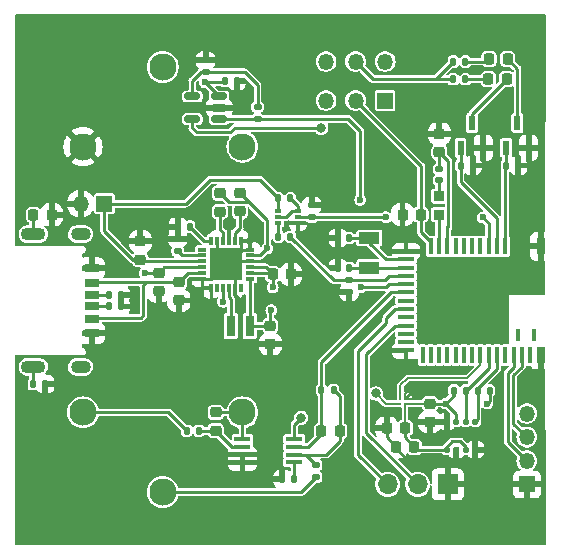
<source format=gtl>
%TF.GenerationSoftware,KiCad,Pcbnew,7.0.7*%
%TF.CreationDate,2023-09-18T11:47:39+09:00*%
%TF.ProjectId,gas_nrf52832,6761735f-6e72-4663-9532-3833322e6b69,rev?*%
%TF.SameCoordinates,Original*%
%TF.FileFunction,Copper,L1,Top*%
%TF.FilePolarity,Positive*%
%FSLAX46Y46*%
G04 Gerber Fmt 4.6, Leading zero omitted, Abs format (unit mm)*
G04 Created by KiCad (PCBNEW 7.0.7) date 2023-09-18 11:47:39*
%MOMM*%
%LPD*%
G01*
G04 APERTURE LIST*
G04 Aperture macros list*
%AMRoundRect*
0 Rectangle with rounded corners*
0 $1 Rounding radius*
0 $2 $3 $4 $5 $6 $7 $8 $9 X,Y pos of 4 corners*
0 Add a 4 corners polygon primitive as box body*
4,1,4,$2,$3,$4,$5,$6,$7,$8,$9,$2,$3,0*
0 Add four circle primitives for the rounded corners*
1,1,$1+$1,$2,$3*
1,1,$1+$1,$4,$5*
1,1,$1+$1,$6,$7*
1,1,$1+$1,$8,$9*
0 Add four rect primitives between the rounded corners*
20,1,$1+$1,$2,$3,$4,$5,0*
20,1,$1+$1,$4,$5,$6,$7,0*
20,1,$1+$1,$6,$7,$8,$9,0*
20,1,$1+$1,$8,$9,$2,$3,0*%
G04 Aperture macros list end*
%TA.AperFunction,SMDPad,CuDef*%
%ADD10RoundRect,0.135000X0.135000X0.185000X-0.135000X0.185000X-0.135000X-0.185000X0.135000X-0.185000X0*%
%TD*%
%TA.AperFunction,SMDPad,CuDef*%
%ADD11R,0.600000X1.250000*%
%TD*%
%TA.AperFunction,SMDPad,CuDef*%
%ADD12RoundRect,0.218750X0.218750X0.256250X-0.218750X0.256250X-0.218750X-0.256250X0.218750X-0.256250X0*%
%TD*%
%TA.AperFunction,SMDPad,CuDef*%
%ADD13RoundRect,0.135000X-0.135000X-0.185000X0.135000X-0.185000X0.135000X0.185000X-0.135000X0.185000X0*%
%TD*%
%TA.AperFunction,SMDPad,CuDef*%
%ADD14R,0.800000X0.300000*%
%TD*%
%TA.AperFunction,SMDPad,CuDef*%
%ADD15R,0.300000X0.800000*%
%TD*%
%TA.AperFunction,SMDPad,CuDef*%
%ADD16R,2.800000X2.800000*%
%TD*%
%TA.AperFunction,SMDPad,CuDef*%
%ADD17RoundRect,0.225000X-0.250000X0.225000X-0.250000X-0.225000X0.250000X-0.225000X0.250000X0.225000X0*%
%TD*%
%TA.AperFunction,SMDPad,CuDef*%
%ADD18RoundRect,0.218750X0.256250X-0.218750X0.256250X0.218750X-0.256250X0.218750X-0.256250X-0.218750X0*%
%TD*%
%TA.AperFunction,ComponentPad*%
%ADD19R,1.700000X1.700000*%
%TD*%
%TA.AperFunction,ComponentPad*%
%ADD20O,1.700000X1.700000*%
%TD*%
%TA.AperFunction,SMDPad,CuDef*%
%ADD21RoundRect,0.135000X0.185000X-0.135000X0.185000X0.135000X-0.185000X0.135000X-0.185000X-0.135000X0*%
%TD*%
%TA.AperFunction,SMDPad,CuDef*%
%ADD22RoundRect,0.140000X-0.140000X-0.170000X0.140000X-0.170000X0.140000X0.170000X-0.140000X0.170000X0*%
%TD*%
%TA.AperFunction,SMDPad,CuDef*%
%ADD23R,0.930000X0.870000*%
%TD*%
%TA.AperFunction,SMDPad,CuDef*%
%ADD24RoundRect,0.225000X-0.225000X-0.250000X0.225000X-0.250000X0.225000X0.250000X-0.225000X0.250000X0*%
%TD*%
%TA.AperFunction,ComponentPad*%
%ADD25R,1.350000X1.350000*%
%TD*%
%TA.AperFunction,ComponentPad*%
%ADD26O,1.350000X1.350000*%
%TD*%
%TA.AperFunction,SMDPad,CuDef*%
%ADD27RoundRect,0.150000X0.512500X0.150000X-0.512500X0.150000X-0.512500X-0.150000X0.512500X-0.150000X0*%
%TD*%
%TA.AperFunction,SMDPad,CuDef*%
%ADD28R,0.492000X0.300000*%
%TD*%
%TA.AperFunction,SMDPad,CuDef*%
%ADD29R,1.200000X0.700000*%
%TD*%
%TA.AperFunction,SMDPad,CuDef*%
%ADD30R,1.200000X0.760000*%
%TD*%
%TA.AperFunction,SMDPad,CuDef*%
%ADD31R,1.200000X0.800000*%
%TD*%
%TA.AperFunction,ComponentPad*%
%ADD32O,2.100000X1.100000*%
%TD*%
%TA.AperFunction,ComponentPad*%
%ADD33O,1.700000X1.100000*%
%TD*%
%TA.AperFunction,SMDPad,CuDef*%
%ADD34R,1.450000X0.450000*%
%TD*%
%TA.AperFunction,SMDPad,CuDef*%
%ADD35RoundRect,0.225000X0.250000X-0.225000X0.250000X0.225000X-0.250000X0.225000X-0.250000X-0.225000X0*%
%TD*%
%TA.AperFunction,SMDPad,CuDef*%
%ADD36RoundRect,0.135000X-0.185000X0.135000X-0.185000X-0.135000X0.185000X-0.135000X0.185000X0.135000X0*%
%TD*%
%TA.AperFunction,SMDPad,CuDef*%
%ADD37RoundRect,0.125000X-0.125000X-0.137500X0.125000X-0.137500X0.125000X0.137500X-0.125000X0.137500X0*%
%TD*%
%TA.AperFunction,SMDPad,CuDef*%
%ADD38R,0.800000X1.400000*%
%TD*%
%TA.AperFunction,SMDPad,CuDef*%
%ADD39R,0.400000X1.400000*%
%TD*%
%TA.AperFunction,SMDPad,CuDef*%
%ADD40R,1.400000X0.400000*%
%TD*%
%TA.AperFunction,SMDPad,CuDef*%
%ADD41R,0.400000X1.000000*%
%TD*%
%TA.AperFunction,SMDPad,CuDef*%
%ADD42RoundRect,0.225000X0.225000X0.250000X-0.225000X0.250000X-0.225000X-0.250000X0.225000X-0.250000X0*%
%TD*%
%TA.AperFunction,SMDPad,CuDef*%
%ADD43C,0.208000*%
%TD*%
%TA.AperFunction,SMDPad,CuDef*%
%ADD44RoundRect,0.140000X0.170000X-0.140000X0.170000X0.140000X-0.170000X0.140000X-0.170000X-0.140000X0*%
%TD*%
%TA.AperFunction,SMDPad,CuDef*%
%ADD45R,0.800000X1.800000*%
%TD*%
%TA.AperFunction,SMDPad,CuDef*%
%ADD46R,1.800000X1.000000*%
%TD*%
%TA.AperFunction,ComponentPad*%
%ADD47C,2.300000*%
%TD*%
%TA.AperFunction,ViaPad*%
%ADD48C,0.600000*%
%TD*%
%TA.AperFunction,ViaPad*%
%ADD49C,0.800000*%
%TD*%
%TA.AperFunction,Conductor*%
%ADD50C,0.250000*%
%TD*%
%TA.AperFunction,Conductor*%
%ADD51C,0.150000*%
%TD*%
G04 APERTURE END LIST*
D10*
X147270000Y-84500000D03*
X146250000Y-84500000D03*
X142800000Y-75700000D03*
X141780000Y-75700000D03*
D11*
X146245000Y-83000000D03*
X148155000Y-83000000D03*
X147200000Y-80900000D03*
D12*
X146373000Y-75462500D03*
X144798000Y-75462500D03*
D13*
X112585312Y-96435312D03*
X113605312Y-96435312D03*
D14*
X124532812Y-94115312D03*
X124532812Y-93615312D03*
X124532812Y-93115312D03*
X124532812Y-92615312D03*
X124532812Y-92115312D03*
X124532812Y-91615312D03*
D15*
X123782812Y-90865312D03*
X123282812Y-90865312D03*
X122782812Y-90865312D03*
X122282812Y-90865312D03*
X121782812Y-90865312D03*
X121282812Y-90865312D03*
D14*
X120532812Y-91615312D03*
X120532812Y-92115312D03*
X120532812Y-92615312D03*
X120532812Y-93115312D03*
X120532812Y-93615312D03*
X120532812Y-94115312D03*
D15*
X121282812Y-94865312D03*
X121782812Y-94865312D03*
X122282812Y-94865312D03*
X122782812Y-94865312D03*
X123282812Y-94865312D03*
X123782812Y-94865312D03*
D16*
X122532812Y-92865312D03*
D17*
X116832812Y-93600312D03*
X116832812Y-95150312D03*
D18*
X122000000Y-88400000D03*
X122000000Y-86825000D03*
D13*
X130610000Y-103500000D03*
X131630000Y-103500000D03*
D19*
X141300000Y-111500000D03*
D20*
X138760000Y-111500000D03*
X136220000Y-111500000D03*
D21*
X132950000Y-95220000D03*
X132950000Y-94200000D03*
D17*
X139785000Y-104650000D03*
X139785000Y-106200000D03*
D22*
X132015000Y-90650000D03*
X132975000Y-90650000D03*
D17*
X126282812Y-98075312D03*
X126282812Y-99625312D03*
D10*
X142800000Y-77200000D03*
X141780000Y-77200000D03*
D23*
X140575000Y-88650000D03*
X140575000Y-87090000D03*
D24*
X137475000Y-88650000D03*
X139025000Y-88650000D03*
D10*
X143410000Y-84500000D03*
X142390000Y-84500000D03*
D21*
X129800000Y-88870000D03*
X129800000Y-87850000D03*
D25*
X112215312Y-87735312D03*
D26*
X110215312Y-87735312D03*
D10*
X142845000Y-103555000D03*
X141825000Y-103555000D03*
D24*
X136135000Y-106722500D03*
X137685000Y-106722500D03*
D27*
X121955000Y-80550000D03*
X121955000Y-79600000D03*
X121955000Y-78650000D03*
X119680000Y-78650000D03*
X119680000Y-80550000D03*
D28*
X128632812Y-89375312D03*
X128632812Y-88875312D03*
X128632812Y-88375312D03*
X126964812Y-88375312D03*
X126964812Y-88875312D03*
X126964812Y-89375312D03*
D29*
X111165312Y-95435312D03*
D30*
X111165312Y-97455312D03*
D31*
X111165312Y-98685312D03*
D29*
X111165312Y-96435312D03*
D30*
X111165312Y-94415312D03*
D31*
X111165312Y-93185312D03*
D32*
X106215312Y-90315312D03*
X106215312Y-101555312D03*
D33*
X110215312Y-90315312D03*
X110215312Y-101555312D03*
D34*
X123920000Y-107675000D03*
X123920000Y-108325000D03*
X123920000Y-108975000D03*
X123920000Y-109625000D03*
X128320000Y-109625000D03*
X128320000Y-108975000D03*
X128320000Y-108325000D03*
X128320000Y-107675000D03*
D35*
X121645000Y-106950000D03*
X121645000Y-105400000D03*
D36*
X125200000Y-79530000D03*
X125200000Y-80550000D03*
D17*
X118532812Y-94375312D03*
X118532812Y-95925312D03*
D10*
X127982812Y-87275312D03*
X126962812Y-87275312D03*
D11*
X142390000Y-83000000D03*
X144300000Y-83000000D03*
X143345000Y-80900000D03*
D12*
X146300000Y-77200000D03*
X144725000Y-77200000D03*
D21*
X120800000Y-76610000D03*
X120800000Y-75590000D03*
D37*
X141235000Y-106180000D03*
X142035000Y-106180000D03*
X142835000Y-106180000D03*
X143635000Y-106180000D03*
X143635000Y-108555000D03*
X142835000Y-108555000D03*
X142035000Y-108555000D03*
X141235000Y-108555000D03*
D13*
X106215312Y-103025312D03*
X107235312Y-103025312D03*
D10*
X119452812Y-89675312D03*
X118432812Y-89675312D03*
D38*
X149175000Y-91350000D03*
D39*
X146175000Y-91350000D03*
X145475000Y-91350000D03*
X144775000Y-91350000D03*
X144075000Y-91350000D03*
X143375000Y-91350000D03*
X142675000Y-91350000D03*
X141975000Y-91350000D03*
X141275000Y-91350000D03*
X140575000Y-91350000D03*
X139875000Y-91350000D03*
D40*
X137775000Y-91750000D03*
X137775000Y-92450000D03*
X137775000Y-93150000D03*
X137775000Y-93850000D03*
X137775000Y-94550000D03*
X137775000Y-95250000D03*
X137775000Y-95950000D03*
X137775000Y-96650000D03*
X137775000Y-97350000D03*
X137775000Y-98050000D03*
X137775000Y-98750000D03*
X137775000Y-99450000D03*
X137775000Y-100150000D03*
D39*
X139175000Y-100550000D03*
X139875000Y-100550000D03*
X140575000Y-100550000D03*
X141275000Y-100550000D03*
X141975000Y-100550000D03*
X142675000Y-100550000D03*
X143375000Y-100550000D03*
X144075000Y-100550000D03*
X144775000Y-100550000D03*
X145475000Y-100550000D03*
X146175000Y-100550000D03*
X146875000Y-100550000D03*
X147575000Y-100550000D03*
X148275000Y-100550000D03*
D38*
X149175000Y-100550000D03*
D41*
X148625000Y-98850000D03*
X147225000Y-98850000D03*
D24*
X136935000Y-108322500D03*
X138485000Y-108322500D03*
D42*
X107765312Y-88675312D03*
X106215312Y-88675312D03*
X128032812Y-93705312D03*
X126482812Y-93705312D03*
D13*
X143825000Y-103555000D03*
X144845000Y-103555000D03*
X122435000Y-77350000D03*
X123455000Y-77350000D03*
D25*
X148000000Y-111500000D03*
D26*
X148000000Y-109500000D03*
X148000000Y-107500000D03*
X148000000Y-105500000D03*
D35*
X140600000Y-83375000D03*
X140600000Y-81825000D03*
D43*
X137685000Y-104655000D03*
X137285000Y-104655000D03*
X137685000Y-104255000D03*
X137285000Y-104255000D03*
D36*
X130170000Y-109875000D03*
X130170000Y-110895000D03*
D17*
X115282812Y-90925312D03*
X115282812Y-92475312D03*
D10*
X120220000Y-106950000D03*
X119200000Y-106950000D03*
D13*
X127300000Y-111025000D03*
X128320000Y-111025000D03*
D22*
X132015000Y-93150000D03*
X132975000Y-93150000D03*
D25*
X136000000Y-79000000D03*
D26*
X133500000Y-79000000D03*
X131000000Y-79000000D03*
X136000000Y-75700000D03*
X133500000Y-75700000D03*
X131000000Y-75700000D03*
D44*
X140575000Y-85750000D03*
X140575000Y-84790000D03*
D45*
X124532812Y-98075312D03*
X122932812Y-98075312D03*
D36*
X118432812Y-90705312D03*
X118432812Y-91725312D03*
D13*
X112585312Y-95435312D03*
X113605312Y-95435312D03*
D46*
X134675000Y-90650000D03*
X134675000Y-93150000D03*
D10*
X127984812Y-90525312D03*
X126964812Y-90525312D03*
D24*
X130610000Y-106975000D03*
X132160000Y-106975000D03*
D18*
X123700000Y-88375000D03*
X123700000Y-86800000D03*
D47*
X123920000Y-105400000D03*
X110420000Y-105400000D03*
X117170000Y-112150000D03*
X117170000Y-76150000D03*
X110420000Y-82900000D03*
X123920000Y-82900000D03*
D48*
X148500000Y-84500000D03*
X144500000Y-84500000D03*
X126032812Y-91525312D03*
X115632812Y-93600312D03*
D49*
X130600000Y-81300000D03*
X135200000Y-103800000D03*
X128900000Y-105850000D03*
D48*
X144250000Y-88900000D03*
X136070000Y-88870000D03*
X106265312Y-87165312D03*
X142035000Y-109722500D03*
X108365312Y-103065312D03*
X146375000Y-93850000D03*
X141300000Y-109700000D03*
X144735000Y-108572500D03*
X120265312Y-95165312D03*
X116832812Y-96425312D03*
X137775000Y-89950000D03*
X147900000Y-102400000D03*
X129332812Y-93715312D03*
X112050000Y-81250000D03*
X148000000Y-113100000D03*
X136275000Y-91750000D03*
X148975000Y-94450000D03*
X114615312Y-96465312D03*
X146400000Y-111500000D03*
X118532812Y-97175312D03*
X124542812Y-90865312D03*
X138700000Y-104000000D03*
X148975000Y-93150000D03*
X128032812Y-92315312D03*
X147875000Y-88150000D03*
X137800000Y-101900000D03*
X139475000Y-98350000D03*
X116565312Y-90965312D03*
X143635000Y-109722500D03*
X139475000Y-93850000D03*
X110215312Y-85885312D03*
X149200000Y-102350000D03*
X115265312Y-89565312D03*
X122782812Y-89525312D03*
X108850000Y-81250000D03*
X147875000Y-94450000D03*
X139800000Y-107600000D03*
X112582812Y-98665312D03*
X111515312Y-91815312D03*
X112682812Y-93215312D03*
X136275000Y-100150000D03*
X129800000Y-89800000D03*
X136275000Y-89950000D03*
X123445000Y-79600000D03*
X145475000Y-96050000D03*
X143775000Y-98350000D03*
X123765312Y-96365312D03*
X148975000Y-89450000D03*
X129100000Y-90500000D03*
X117282812Y-89685312D03*
X147900000Y-103500000D03*
X143775000Y-93850000D03*
X127632812Y-99625312D03*
X149200000Y-103500000D03*
D49*
X121832812Y-93575312D03*
D48*
X149000000Y-113100000D03*
X108850000Y-84450000D03*
X107765312Y-87215312D03*
X141675000Y-96050000D03*
X132000000Y-91950000D03*
X147875000Y-93150000D03*
X148975000Y-88150000D03*
X146500000Y-113100000D03*
X112050000Y-84450000D03*
X111482812Y-100015312D03*
X114615312Y-95465312D03*
X118432812Y-88485312D03*
X119865312Y-95865312D03*
D49*
X123282812Y-93575312D03*
X121832812Y-92225312D03*
D48*
X123445000Y-78550000D03*
X136300000Y-101900000D03*
X107265312Y-104165312D03*
X147875000Y-89450000D03*
X119532812Y-90725312D03*
X125974427Y-92496167D03*
X143000000Y-111500000D03*
X138085000Y-109622500D03*
D49*
X123282812Y-92225312D03*
D48*
X138206233Y-103324500D03*
X128032812Y-95065312D03*
X114032812Y-90965312D03*
X122282812Y-96025312D03*
X126482812Y-94815312D03*
X133900000Y-87400000D03*
X133924500Y-94824500D03*
X126365312Y-96765312D03*
X120745000Y-77450000D03*
X141135000Y-104655000D03*
X144635000Y-104655000D03*
D50*
X142390000Y-84500000D02*
X142390000Y-85890000D01*
X142390000Y-85890000D02*
X145475000Y-88975000D01*
X145475000Y-88975000D02*
X145475000Y-91350000D01*
X146373000Y-75462500D02*
X147200000Y-76289500D01*
X147200000Y-76289500D02*
X147200000Y-80900000D01*
X142800000Y-75700000D02*
X144560500Y-75700000D01*
X144560500Y-75700000D02*
X144798000Y-75462500D01*
X139900000Y-77200000D02*
X138200000Y-77200000D01*
X140280000Y-77200000D02*
X141780000Y-75700000D01*
X141780000Y-77200000D02*
X139900000Y-77200000D01*
X139900000Y-77200000D02*
X140280000Y-77200000D01*
X146250000Y-84500000D02*
X146175000Y-84575000D01*
X146175000Y-84575000D02*
X146175000Y-91350000D01*
X146245000Y-83000000D02*
X146245000Y-84495000D01*
X146245000Y-84495000D02*
X146250000Y-84500000D01*
X142390000Y-83000000D02*
X142390000Y-84500000D01*
X143345000Y-80900000D02*
X143345000Y-80155000D01*
X143345000Y-80155000D02*
X146300000Y-77200000D01*
X140600000Y-83375000D02*
X140600000Y-84765000D01*
X140600000Y-84765000D02*
X140575000Y-84790000D01*
X141275000Y-89800000D02*
X141275000Y-91350000D01*
X141275000Y-89650000D02*
X141275000Y-89800000D01*
X141275000Y-89800000D02*
X141365000Y-89710000D01*
X141365000Y-89710000D02*
X141365000Y-84140000D01*
X141365000Y-84140000D02*
X140600000Y-83375000D01*
X120532812Y-93115312D02*
X117317812Y-93115312D01*
X122818000Y-87600000D02*
X124500000Y-87600000D01*
X126032812Y-89132812D02*
X126032812Y-91525312D01*
X123700000Y-86800000D02*
X124500000Y-87600000D01*
X122010500Y-86792500D02*
X122818000Y-87600000D01*
X115632812Y-93600312D02*
X116832812Y-93600312D01*
X125442812Y-92115312D02*
X124532812Y-92115312D01*
X124500000Y-87600000D02*
X126032812Y-89132812D01*
X126032812Y-91525312D02*
X125442812Y-92115312D01*
X117317812Y-93115312D02*
X116832812Y-93600312D01*
X146445000Y-77345000D02*
X146300000Y-77200000D01*
X142800000Y-77200000D02*
X144725000Y-77200000D01*
X128320000Y-106430000D02*
X128320000Y-107675000D01*
X128900000Y-105850000D02*
X128320000Y-106430000D01*
X133500000Y-79000000D02*
X139025000Y-84525000D01*
X122900000Y-81700000D02*
X120050000Y-81700000D01*
D51*
X135200000Y-103800000D02*
X136055000Y-104655000D01*
D50*
X130600000Y-81300000D02*
X123300000Y-81300000D01*
X139875000Y-91000000D02*
X139025000Y-90150000D01*
X123300000Y-81300000D02*
X122900000Y-81700000D01*
X119680000Y-81330000D02*
X119680000Y-80550000D01*
X120050000Y-81700000D02*
X119680000Y-81330000D01*
X139025000Y-84525000D02*
X139025000Y-88650000D01*
D51*
X136055000Y-104655000D02*
X137285000Y-104655000D01*
D50*
X139875000Y-91350000D02*
X139875000Y-91000000D01*
X139025000Y-90150000D02*
X139025000Y-88650000D01*
X129794688Y-88875312D02*
X129800000Y-88870000D01*
X128632812Y-88875312D02*
X129794688Y-88875312D01*
X144775000Y-89425000D02*
X144775000Y-91350000D01*
X136070000Y-88870000D02*
X129800000Y-88870000D01*
X144250000Y-88900000D02*
X144775000Y-89425000D01*
X140575000Y-88650000D02*
X140575000Y-91350000D01*
X140575000Y-87090000D02*
X140575000Y-85750000D01*
X137775000Y-92450000D02*
X136075000Y-92450000D01*
X134675000Y-90650000D02*
X132975000Y-90650000D01*
X136075000Y-92450000D02*
X134675000Y-91050000D01*
X134675000Y-91050000D02*
X134675000Y-90650000D01*
X134675000Y-93150000D02*
X132975000Y-93150000D01*
X134675000Y-93150000D02*
X137775000Y-93150000D01*
X123020000Y-108325000D02*
X123920000Y-108325000D01*
X121645000Y-106950000D02*
X123020000Y-108325000D01*
X120220000Y-106950000D02*
X121645000Y-106950000D01*
X121645000Y-105400000D02*
X123920000Y-105400000D01*
X123920000Y-105400000D02*
X123920000Y-107675000D01*
X146875000Y-101588604D02*
X146875000Y-100550000D01*
X146400000Y-102063604D02*
X146875000Y-101588604D01*
X148000000Y-109500000D02*
X146400000Y-107900000D01*
X146400000Y-107900000D02*
X146400000Y-102063604D01*
X146850000Y-102250000D02*
X147575000Y-101525000D01*
X147575000Y-101525000D02*
X147575000Y-100550000D01*
X148000000Y-107500000D02*
X146850000Y-106350000D01*
X146850000Y-106350000D02*
X146850000Y-102250000D01*
X123782812Y-90865312D02*
X123782812Y-91725312D01*
X124532812Y-91615312D02*
X124532812Y-90875312D01*
X136935000Y-108322500D02*
X136935000Y-108472500D01*
X121292812Y-94115312D02*
X121832812Y-93575312D01*
X123282812Y-94865312D02*
X123282812Y-93575312D01*
X123892812Y-91615312D02*
X123282812Y-92225312D01*
X149200000Y-102350000D02*
X149175000Y-102325000D01*
X124532812Y-90875312D02*
X124542812Y-90865312D01*
X122782812Y-90865312D02*
X122782812Y-89525312D01*
X123282812Y-93575312D02*
X121832812Y-93575312D01*
X124532812Y-92615312D02*
X125855282Y-92615312D01*
X123765312Y-95987532D02*
X123282812Y-95505032D01*
X121932812Y-93575312D02*
X123282812Y-92225312D01*
X139785000Y-106200000D02*
X141215000Y-106200000D01*
X121782812Y-92175312D02*
X121832812Y-92225312D01*
X120532812Y-94115312D02*
X121292812Y-94115312D01*
X149200000Y-103500000D02*
X149200000Y-102350000D01*
X125855282Y-92615312D02*
X125974427Y-92496167D01*
X123672812Y-92615312D02*
X123282812Y-92225312D01*
X123782812Y-91725312D02*
X123282812Y-92225312D01*
X124532812Y-92615312D02*
X123672812Y-92615312D01*
X149175000Y-102325000D02*
X149175000Y-100550000D01*
D51*
X138445000Y-104255000D02*
X138700000Y-104000000D01*
D50*
X136135000Y-106722500D02*
X136135000Y-107522500D01*
X121832812Y-93575312D02*
X121932812Y-93575312D01*
X123765312Y-96365312D02*
X123765312Y-95987532D01*
X123455000Y-79590000D02*
X123445000Y-79600000D01*
X123782812Y-90865312D02*
X124542812Y-90865312D01*
X121832812Y-92225312D02*
X123282812Y-92225312D01*
X136135000Y-107522500D02*
X136935000Y-108322500D01*
D51*
X137685000Y-104255000D02*
X137685000Y-103845733D01*
D50*
X124532812Y-91615312D02*
X123892812Y-91615312D01*
X123282812Y-95505032D02*
X123282812Y-94865312D01*
X116832812Y-95150312D02*
X116832812Y-96425312D01*
D51*
X137685000Y-104255000D02*
X138445000Y-104255000D01*
X137685000Y-103845733D02*
X138206233Y-103324500D01*
D50*
X136935000Y-108472500D02*
X138085000Y-109622500D01*
X121782812Y-90865312D02*
X121782812Y-92175312D01*
X136000000Y-94200000D02*
X132950000Y-94200000D01*
X132950000Y-94200000D02*
X131659500Y-94200000D01*
X136350000Y-93850000D02*
X137775000Y-93850000D01*
X127984812Y-90525312D02*
X127984812Y-90587428D01*
X131659500Y-94200000D02*
X127984812Y-90525312D01*
X136350000Y-93850000D02*
X136000000Y-94200000D01*
X126482812Y-93705312D02*
X125892812Y-93115312D01*
X126482812Y-93705312D02*
X126482812Y-94815312D01*
X122282812Y-94865312D02*
X122282812Y-96025312D01*
X126392812Y-93615312D02*
X126482812Y-93705312D01*
X125892812Y-93115312D02*
X124532812Y-93115312D01*
X124532812Y-93615312D02*
X126392812Y-93615312D01*
X138200000Y-77200000D02*
X135000000Y-77200000D01*
X135000000Y-77200000D02*
X133500000Y-75700000D01*
X121982812Y-89890617D02*
X121982812Y-88365312D01*
X122282812Y-90190617D02*
X121982812Y-89890617D01*
X122282812Y-90865312D02*
X122282812Y-90190617D01*
X123682812Y-89790617D02*
X123682812Y-88365312D01*
X123282812Y-90190617D02*
X123682812Y-89790617D01*
X123282812Y-90865312D02*
X123282812Y-90190617D01*
X118822812Y-92115312D02*
X118432812Y-91725312D01*
X120532812Y-92115312D02*
X118822812Y-92115312D01*
X119112812Y-87735312D02*
X121132812Y-85715312D01*
X115282812Y-92475312D02*
X114658928Y-92475312D01*
X125402812Y-85715312D02*
X126962812Y-87275312D01*
X121132812Y-85715312D02*
X125402812Y-85715312D01*
X112215312Y-90031696D02*
X113465870Y-91282254D01*
X114658928Y-92475312D02*
X113465870Y-91282254D01*
X126964812Y-88375312D02*
X126964812Y-87277312D01*
X115422812Y-92615312D02*
X120532812Y-92615312D01*
X112215312Y-87735312D02*
X119112812Y-87735312D01*
X115282812Y-92475312D02*
X115422812Y-92615312D01*
X126964812Y-87277312D02*
X126962812Y-87275312D01*
X112215312Y-87735312D02*
X112215312Y-90031696D01*
X111165312Y-94415312D02*
X111205312Y-94375312D01*
X115532812Y-97165312D02*
X115312812Y-97385312D01*
X115782812Y-94375312D02*
X115532812Y-94625312D01*
X120532812Y-93615312D02*
X119292812Y-93615312D01*
X115782812Y-94375312D02*
X118532812Y-94375312D01*
X115532812Y-94625312D02*
X115532812Y-97165312D01*
X111170312Y-97430312D02*
X111165312Y-97435312D01*
X115312812Y-97385312D02*
X111165312Y-97385312D01*
X111205312Y-94375312D02*
X115782812Y-94375312D01*
X119292812Y-93615312D02*
X118532812Y-94375312D01*
X124395000Y-80550000D02*
X132850000Y-80550000D01*
X133924500Y-94824500D02*
X136075500Y-94824500D01*
X136075500Y-94824500D02*
X136350000Y-94550000D01*
X121955000Y-80550000D02*
X124395000Y-80550000D01*
X136350000Y-94550000D02*
X137775000Y-94550000D01*
X132850000Y-80550000D02*
X133900000Y-81600000D01*
X133900000Y-81600000D02*
X133900000Y-87400000D01*
X136524695Y-95250000D02*
X130610000Y-101164695D01*
X130610000Y-107190000D02*
X130610000Y-106975000D01*
X137775000Y-95250000D02*
X136524695Y-95250000D01*
X128320000Y-108325000D02*
X129475000Y-108325000D01*
X130610000Y-101164695D02*
X130610000Y-103500000D01*
X129475000Y-108325000D02*
X130610000Y-107190000D01*
X130610000Y-106975000D02*
X130610000Y-103500000D01*
X106215312Y-101555312D02*
X106215312Y-103025312D01*
X110225312Y-101565312D02*
X110215312Y-101555312D01*
X106215312Y-88675312D02*
X106215312Y-90315312D01*
X111165312Y-95435312D02*
X112585312Y-95435312D01*
X111165312Y-96435312D02*
X112585312Y-96435312D01*
X128632812Y-87925312D02*
X127982812Y-87275312D01*
X128086812Y-88375312D02*
X127586812Y-88875312D01*
X128634812Y-88373312D02*
X128632812Y-88375312D01*
X128632812Y-88375312D02*
X128086812Y-88375312D01*
X128632812Y-88375312D02*
X128632812Y-87925312D01*
X127586812Y-88875312D02*
X126964812Y-88875312D01*
X126954812Y-89385312D02*
X126964812Y-89375312D01*
X126964812Y-90525312D02*
X126964812Y-89375312D01*
X126282812Y-96847812D02*
X126365312Y-96765312D01*
X124532812Y-94115312D02*
X124532812Y-98075312D01*
X124532812Y-98075312D02*
X126282812Y-98075312D01*
X126282812Y-98075312D02*
X126282812Y-96847812D01*
X122782812Y-95641428D02*
X122932812Y-95791428D01*
X122782812Y-94865312D02*
X122782812Y-95641428D01*
X122932812Y-95791428D02*
X122932812Y-98075312D01*
X132160000Y-106975000D02*
X132160000Y-104030000D01*
X129270000Y-108975000D02*
X130170000Y-109875000D01*
X132160000Y-104030000D02*
X131630000Y-103500000D01*
X132160000Y-107795000D02*
X130980000Y-108975000D01*
X132160000Y-106975000D02*
X132160000Y-107795000D01*
X130980000Y-108975000D02*
X129270000Y-108975000D01*
X128320000Y-108975000D02*
X129270000Y-108975000D01*
X121282812Y-90865312D02*
X120642812Y-90865312D01*
X120642812Y-90865312D02*
X119452812Y-89675312D01*
D51*
X142950000Y-102500000D02*
X137900000Y-102500000D01*
X137285000Y-103115000D02*
X137900000Y-102500000D01*
X144075000Y-101375000D02*
X142950000Y-102500000D01*
X137285000Y-104255000D02*
X137285000Y-103115000D01*
X144075000Y-100550000D02*
X144075000Y-101375000D01*
D50*
X121955000Y-78650000D02*
X121945000Y-78650000D01*
X120745000Y-77450000D02*
X122335000Y-77450000D01*
X122335000Y-77450000D02*
X122435000Y-77350000D01*
X121945000Y-78650000D02*
X120745000Y-77450000D01*
X125200000Y-77700000D02*
X125200000Y-79530000D01*
X119680000Y-78650000D02*
X119680000Y-77320000D01*
X120390000Y-76610000D02*
X120800000Y-76610000D01*
X124110000Y-76610000D02*
X125200000Y-77700000D01*
X120800000Y-76610000D02*
X124110000Y-76610000D01*
X119680000Y-77320000D02*
X120390000Y-76610000D01*
X143825000Y-103375000D02*
X143825000Y-103555000D01*
X143825000Y-105990000D02*
X143635000Y-106180000D01*
X145475000Y-101725000D02*
X145475000Y-100550000D01*
X143825000Y-103555000D02*
X143825000Y-105990000D01*
X145475000Y-101725000D02*
X143825000Y-103375000D01*
X142835000Y-103565000D02*
X142845000Y-103555000D01*
X144775000Y-101625000D02*
X144775000Y-100550000D01*
X142845000Y-103555000D02*
X144775000Y-101625000D01*
X142845000Y-106170000D02*
X142835000Y-106180000D01*
X142835000Y-106180000D02*
X142835000Y-103565000D01*
X141235000Y-108555000D02*
X138717500Y-108555000D01*
X141135000Y-104655000D02*
X142035000Y-105555000D01*
X141676250Y-107855000D02*
X142376250Y-107855000D01*
D51*
X137685000Y-104655000D02*
X137685000Y-106722500D01*
D50*
X142035000Y-105555000D02*
X142035000Y-106180000D01*
X141235000Y-108555000D02*
X141235000Y-108296250D01*
X139785000Y-104650000D02*
X141130000Y-104650000D01*
X141825000Y-103555000D02*
X141825000Y-103965000D01*
D51*
X137685000Y-104655000D02*
X139780000Y-104655000D01*
D50*
X144845000Y-104445000D02*
X144635000Y-104655000D01*
X137685000Y-107522500D02*
X138485000Y-108322500D01*
X144845000Y-103555000D02*
X144845000Y-104445000D01*
X141130000Y-104650000D02*
X141135000Y-104655000D01*
X141235000Y-108296250D02*
X141676250Y-107855000D01*
X142376250Y-107855000D02*
X142835000Y-108313750D01*
D51*
X139780000Y-104655000D02*
X139785000Y-104650000D01*
D50*
X142835000Y-108313750D02*
X142835000Y-108555000D01*
X137685000Y-106722500D02*
X137685000Y-107522500D01*
X141825000Y-103965000D02*
X141135000Y-104655000D01*
X128915000Y-112150000D02*
X130170000Y-110895000D01*
X117170000Y-112150000D02*
X128915000Y-112150000D01*
X110420000Y-105400000D02*
X117650000Y-105400000D01*
X117650000Y-105400000D02*
X119200000Y-106950000D01*
X128320000Y-111025000D02*
X128320000Y-109625000D01*
X136100000Y-97800000D02*
X136100000Y-97400000D01*
X136850000Y-96650000D02*
X137775000Y-96650000D01*
X136100000Y-97400000D02*
X136850000Y-96650000D01*
X136220000Y-111500000D02*
X133700000Y-108980000D01*
X133700000Y-108980000D02*
X133700000Y-100200000D01*
X133700000Y-100200000D02*
X136100000Y-97800000D01*
X134400000Y-100475000D02*
X136825000Y-98050000D01*
X136825000Y-98050000D02*
X137775000Y-98050000D01*
X134400000Y-107140000D02*
X134400000Y-100475000D01*
X138760000Y-111500000D02*
X134400000Y-107140000D01*
%TA.AperFunction,Conductor*%
G36*
X126469312Y-90762744D02*
G01*
X126499379Y-90795556D01*
X126500743Y-90798482D01*
X126500744Y-90798485D01*
X126550747Y-90905716D01*
X126634408Y-90989377D01*
X126741639Y-91039380D01*
X126790496Y-91045812D01*
X126790498Y-91045812D01*
X127139126Y-91045812D01*
X127139128Y-91045812D01*
X127187985Y-91039380D01*
X127295216Y-90989377D01*
X127378877Y-90905716D01*
X127407745Y-90843807D01*
X127443538Y-90808014D01*
X127493964Y-90803602D01*
X127535429Y-90832636D01*
X127541877Y-90843804D01*
X127549521Y-90860198D01*
X127570745Y-90905714D01*
X127570746Y-90905716D01*
X127570747Y-90905716D01*
X127654408Y-90989377D01*
X127761639Y-91039380D01*
X127810496Y-91045812D01*
X128014334Y-91045812D01*
X128061900Y-91063125D01*
X128066660Y-91067486D01*
X131418147Y-94418973D01*
X131420319Y-94421343D01*
X131447045Y-94453194D01*
X131470797Y-94466907D01*
X131483046Y-94473979D01*
X131485770Y-94475715D01*
X131519814Y-94499553D01*
X131519816Y-94499554D01*
X131524449Y-94500795D01*
X131542295Y-94508186D01*
X131546455Y-94510588D01*
X131546458Y-94510588D01*
X131546459Y-94510589D01*
X131546458Y-94510589D01*
X131587388Y-94517806D01*
X131590538Y-94518504D01*
X131630693Y-94529264D01*
X131630693Y-94529263D01*
X131630694Y-94529264D01*
X131638540Y-94528577D01*
X131672110Y-94525640D01*
X131675329Y-94525500D01*
X132247823Y-94525500D01*
X132295389Y-94542813D01*
X132320699Y-94586650D01*
X132311909Y-94636500D01*
X132300149Y-94651826D01*
X132259264Y-94692710D01*
X132177594Y-94830806D01*
X132137154Y-94969999D01*
X132137155Y-94970000D01*
X133126000Y-94970000D01*
X133173566Y-94987313D01*
X133198876Y-95031150D01*
X133200000Y-95044000D01*
X133200000Y-95989930D01*
X133235126Y-95987166D01*
X133389193Y-95942405D01*
X133527289Y-95860735D01*
X133640735Y-95747289D01*
X133722405Y-95609193D01*
X133767166Y-95455127D01*
X133770000Y-95419129D01*
X133770000Y-95398533D01*
X133787313Y-95350967D01*
X133831150Y-95325657D01*
X133847246Y-95325402D01*
X133847246Y-95325000D01*
X133996463Y-95325000D01*
X133996464Y-95324999D01*
X134134553Y-95284453D01*
X134255628Y-95206643D01*
X134282579Y-95175539D01*
X134326812Y-95150930D01*
X134338504Y-95150000D01*
X135985716Y-95150000D01*
X136033282Y-95167313D01*
X136058592Y-95211150D01*
X136049802Y-95261000D01*
X136038042Y-95276326D01*
X130391030Y-100923336D01*
X130388650Y-100925517D01*
X130356808Y-100952237D01*
X130356805Y-100952240D01*
X130336019Y-100988241D01*
X130334285Y-100990963D01*
X130310447Y-101025007D01*
X130310445Y-101025012D01*
X130309201Y-101029654D01*
X130301815Y-101047485D01*
X130299412Y-101051646D01*
X130299412Y-101051647D01*
X130292193Y-101092579D01*
X130291495Y-101095728D01*
X130280735Y-101135887D01*
X130280735Y-101135889D01*
X130284359Y-101177293D01*
X130284500Y-101180520D01*
X130284500Y-103000379D01*
X130267187Y-103047945D01*
X130262826Y-103052705D01*
X130195935Y-103119595D01*
X130145931Y-103226828D01*
X130139500Y-103275685D01*
X130139500Y-103724314D01*
X130145931Y-103773171D01*
X130195935Y-103880404D01*
X130262826Y-103947295D01*
X130284218Y-103993171D01*
X130284500Y-103999621D01*
X130284500Y-106253310D01*
X130267187Y-106300876D01*
X130244096Y-106319244D01*
X130131778Y-106376473D01*
X130036471Y-106471780D01*
X129975281Y-106591873D01*
X129975280Y-106591874D01*
X129959500Y-106691511D01*
X129959500Y-107258488D01*
X129970239Y-107326294D01*
X129960580Y-107375983D01*
X129949476Y-107390196D01*
X129371826Y-107967847D01*
X129325950Y-107989239D01*
X129277055Y-107976138D01*
X129248022Y-107934674D01*
X129245500Y-107915521D01*
X129245500Y-107430253D01*
X129237532Y-107390196D01*
X129233867Y-107371769D01*
X129189552Y-107305448D01*
X129150994Y-107279684D01*
X129123232Y-107261133D01*
X129123233Y-107261133D01*
X129093989Y-107255316D01*
X129064748Y-107249500D01*
X129064746Y-107249500D01*
X128719500Y-107249500D01*
X128671934Y-107232187D01*
X128646624Y-107188350D01*
X128645500Y-107175500D01*
X128645500Y-106595477D01*
X128662813Y-106547911D01*
X128667174Y-106543151D01*
X128703246Y-106507079D01*
X128745750Y-106464574D01*
X128791625Y-106443183D01*
X128807730Y-106443533D01*
X128900000Y-106455682D01*
X129056762Y-106435044D01*
X129202841Y-106374536D01*
X129328282Y-106278282D01*
X129424536Y-106152841D01*
X129485044Y-106006762D01*
X129505682Y-105850000D01*
X129485044Y-105693238D01*
X129424536Y-105547159D01*
X129343811Y-105441956D01*
X129328284Y-105421720D01*
X129328279Y-105421715D01*
X129202841Y-105325464D01*
X129056761Y-105264955D01*
X128900000Y-105244318D01*
X128743239Y-105264955D01*
X128743238Y-105264955D01*
X128597158Y-105325464D01*
X128471720Y-105421715D01*
X128471715Y-105421720D01*
X128375464Y-105547158D01*
X128314955Y-105693238D01*
X128314955Y-105693239D01*
X128294318Y-105850000D01*
X128306464Y-105942265D01*
X128295508Y-105991684D01*
X128285423Y-106004249D01*
X128101030Y-106188641D01*
X128098650Y-106190822D01*
X128066808Y-106217542D01*
X128066805Y-106217545D01*
X128046019Y-106253546D01*
X128044285Y-106256268D01*
X128020447Y-106290312D01*
X128020445Y-106290317D01*
X128019201Y-106294959D01*
X128011815Y-106312790D01*
X128009412Y-106316951D01*
X128009412Y-106316952D01*
X128002193Y-106357884D01*
X128001495Y-106361033D01*
X127990735Y-106401192D01*
X127990735Y-106401194D01*
X127992748Y-106424188D01*
X127993775Y-106435932D01*
X127994359Y-106442598D01*
X127994500Y-106445825D01*
X127994500Y-107175500D01*
X127977187Y-107223066D01*
X127933350Y-107248376D01*
X127920500Y-107249500D01*
X127575252Y-107249500D01*
X127546010Y-107255316D01*
X127516767Y-107261133D01*
X127450449Y-107305447D01*
X127450447Y-107305449D01*
X127406133Y-107371767D01*
X127398656Y-107409360D01*
X127394500Y-107430252D01*
X127394500Y-107919748D01*
X127404600Y-107970525D01*
X127407555Y-107985379D01*
X127404059Y-107986074D01*
X127405257Y-108014164D01*
X127407555Y-108014621D01*
X127406133Y-108021768D01*
X127406133Y-108021769D01*
X127394500Y-108080252D01*
X127394500Y-108569748D01*
X127406133Y-108628231D01*
X127407555Y-108635379D01*
X127404059Y-108636074D01*
X127405257Y-108664165D01*
X127407555Y-108664622D01*
X127406133Y-108671768D01*
X127406133Y-108671769D01*
X127394500Y-108730252D01*
X127394500Y-109219748D01*
X127405402Y-109274554D01*
X127407555Y-109285379D01*
X127404059Y-109286074D01*
X127405257Y-109314164D01*
X127407555Y-109314621D01*
X127406133Y-109321768D01*
X127406133Y-109321769D01*
X127394500Y-109380252D01*
X127394500Y-109869748D01*
X127402255Y-109908736D01*
X127406133Y-109928232D01*
X127425610Y-109957380D01*
X127450448Y-109994552D01*
X127484696Y-110017436D01*
X127516767Y-110038866D01*
X127516768Y-110038866D01*
X127516769Y-110038867D01*
X127575252Y-110050500D01*
X127920500Y-110050500D01*
X127968066Y-110067813D01*
X127993376Y-110111650D01*
X127994500Y-110124500D01*
X127994500Y-110322823D01*
X127977187Y-110370389D01*
X127933350Y-110395699D01*
X127883500Y-110386909D01*
X127868174Y-110375149D01*
X127827289Y-110334264D01*
X127689194Y-110252594D01*
X127550000Y-110212154D01*
X127550000Y-111201000D01*
X127532687Y-111248566D01*
X127488850Y-111273876D01*
X127476000Y-111275000D01*
X126530069Y-111275000D01*
X126532833Y-111310126D01*
X126577594Y-111464193D01*
X126659264Y-111602289D01*
X126755149Y-111698174D01*
X126776541Y-111744050D01*
X126763440Y-111792945D01*
X126721976Y-111821979D01*
X126702823Y-111824500D01*
X118537705Y-111824500D01*
X118490139Y-111807187D01*
X118466227Y-111769654D01*
X118443903Y-111686337D01*
X118344035Y-111472171D01*
X118208495Y-111278599D01*
X118041401Y-111111505D01*
X118041398Y-111111503D01*
X118041399Y-111111503D01*
X117968842Y-111060698D01*
X117847830Y-110975965D01*
X117633663Y-110876097D01*
X117405408Y-110814937D01*
X117405406Y-110814936D01*
X117405403Y-110814936D01*
X117170004Y-110794341D01*
X117169996Y-110794341D01*
X116934596Y-110814936D01*
X116934592Y-110814936D01*
X116934592Y-110814937D01*
X116706337Y-110876097D01*
X116706336Y-110876097D01*
X116706334Y-110876098D01*
X116706333Y-110876098D01*
X116549243Y-110949352D01*
X116492167Y-110975967D01*
X116298602Y-111111502D01*
X116298599Y-111111504D01*
X116131504Y-111278599D01*
X116131502Y-111278602D01*
X115995967Y-111472167D01*
X115995965Y-111472170D01*
X115995965Y-111472171D01*
X115896097Y-111686337D01*
X115882242Y-111738045D01*
X115834936Y-111914596D01*
X115814341Y-112149995D01*
X115814341Y-112150004D01*
X115834936Y-112385403D01*
X115834936Y-112385406D01*
X115834937Y-112385408D01*
X115896097Y-112613663D01*
X115995965Y-112827830D01*
X116131505Y-113021401D01*
X116298599Y-113188495D01*
X116492170Y-113324035D01*
X116706337Y-113423903D01*
X116934592Y-113485063D01*
X117052295Y-113495361D01*
X117169996Y-113505659D01*
X117170000Y-113505659D01*
X117170004Y-113505659D01*
X117274625Y-113496505D01*
X117405408Y-113485063D01*
X117633663Y-113423903D01*
X117847830Y-113324035D01*
X118041401Y-113188495D01*
X118208495Y-113021401D01*
X118344035Y-112827830D01*
X118443903Y-112613663D01*
X118466227Y-112530346D01*
X118495260Y-112488883D01*
X118537705Y-112475500D01*
X128899174Y-112475500D01*
X128902394Y-112475640D01*
X128928546Y-112477928D01*
X128943805Y-112479264D01*
X128943805Y-112479263D01*
X128943807Y-112479264D01*
X128983967Y-112468502D01*
X128987100Y-112467807D01*
X129028045Y-112460588D01*
X129032194Y-112458191D01*
X129050055Y-112450794D01*
X129054684Y-112449554D01*
X129088732Y-112425712D01*
X129091450Y-112423980D01*
X129127455Y-112403194D01*
X129154187Y-112371334D01*
X129156348Y-112368976D01*
X130138151Y-111387174D01*
X130184029Y-111365782D01*
X130190478Y-111365500D01*
X130394314Y-111365500D01*
X130394316Y-111365500D01*
X130443173Y-111359068D01*
X130550404Y-111309065D01*
X130634065Y-111225404D01*
X130684068Y-111118173D01*
X130690500Y-111069316D01*
X130690500Y-110720684D01*
X130684068Y-110671827D01*
X130634065Y-110564596D01*
X130550404Y-110480935D01*
X130488495Y-110452066D01*
X130452702Y-110416272D01*
X130448291Y-110365846D01*
X130477325Y-110324381D01*
X130488483Y-110317939D01*
X130550404Y-110289065D01*
X130634065Y-110205404D01*
X130684068Y-110098173D01*
X130690500Y-110049316D01*
X130690500Y-109700684D01*
X130684068Y-109651827D01*
X130634065Y-109544596D01*
X130550404Y-109460935D01*
X130508868Y-109441566D01*
X130473076Y-109405774D01*
X130468665Y-109355347D01*
X130497698Y-109313883D01*
X130540143Y-109300500D01*
X130964174Y-109300500D01*
X130967394Y-109300640D01*
X130993546Y-109302928D01*
X131008805Y-109304264D01*
X131008805Y-109304263D01*
X131008807Y-109304264D01*
X131048967Y-109293502D01*
X131052100Y-109292807D01*
X131093045Y-109285588D01*
X131097194Y-109283191D01*
X131115055Y-109275794D01*
X131119684Y-109274554D01*
X131153732Y-109250712D01*
X131156450Y-109248980D01*
X131192455Y-109228194D01*
X131219187Y-109196334D01*
X131221348Y-109193976D01*
X132378983Y-108036341D01*
X132381329Y-108034191D01*
X132413194Y-108007455D01*
X132433980Y-107971450D01*
X132435712Y-107968733D01*
X132456270Y-107939374D01*
X132459554Y-107934684D01*
X132460794Y-107930054D01*
X132468193Y-107912192D01*
X132470588Y-107908045D01*
X132477807Y-107867100D01*
X132478504Y-107863960D01*
X132489264Y-107823807D01*
X132485640Y-107782395D01*
X132485500Y-107779173D01*
X132485500Y-107696690D01*
X132502813Y-107649124D01*
X132525904Y-107630756D01*
X132542747Y-107622174D01*
X132638220Y-107573528D01*
X132733528Y-107478220D01*
X132794719Y-107358126D01*
X132810500Y-107258488D01*
X132810500Y-106691512D01*
X132807363Y-106671708D01*
X132794719Y-106591874D01*
X132794718Y-106591873D01*
X132792870Y-106588247D01*
X132733528Y-106471780D01*
X132638220Y-106376472D01*
X132525904Y-106319244D01*
X132491382Y-106282224D01*
X132485500Y-106253310D01*
X132485500Y-104045817D01*
X132485641Y-104042590D01*
X132485678Y-104042174D01*
X132489263Y-104001193D01*
X132478500Y-103961028D01*
X132477809Y-103957915D01*
X132470588Y-103916955D01*
X132468189Y-103912800D01*
X132460794Y-103894945D01*
X132459554Y-103890317D01*
X132459553Y-103890314D01*
X132435716Y-103856272D01*
X132433980Y-103853548D01*
X132425094Y-103838157D01*
X132413194Y-103817545D01*
X132413193Y-103817544D01*
X132381353Y-103790826D01*
X132378972Y-103788645D01*
X132122174Y-103531847D01*
X132100782Y-103485971D01*
X132100500Y-103479521D01*
X132100500Y-103275685D01*
X132098405Y-103259767D01*
X132094068Y-103226827D01*
X132044065Y-103119596D01*
X131960404Y-103035935D01*
X131853173Y-102985932D01*
X131853171Y-102985931D01*
X131817178Y-102981193D01*
X131804316Y-102979500D01*
X131455684Y-102979500D01*
X131444318Y-102980996D01*
X131406828Y-102985931D01*
X131299595Y-103035935D01*
X131215935Y-103119595D01*
X131215934Y-103119596D01*
X131215935Y-103119596D01*
X131190289Y-103174595D01*
X131187067Y-103181504D01*
X131151274Y-103217297D01*
X131100847Y-103221709D01*
X131059383Y-103192675D01*
X131052933Y-103181504D01*
X131049712Y-103174596D01*
X131024065Y-103119596D01*
X130957172Y-103052703D01*
X130935781Y-103006829D01*
X130935499Y-103000401D01*
X130935499Y-101330171D01*
X130952812Y-101282606D01*
X130957162Y-101277857D01*
X136637846Y-95597174D01*
X136683723Y-95575782D01*
X136690173Y-95575500D01*
X136815260Y-95575500D01*
X136862826Y-95592813D01*
X136888136Y-95636650D01*
X136885130Y-95664138D01*
X136887555Y-95664621D01*
X136886133Y-95671768D01*
X136886133Y-95671769D01*
X136878795Y-95708663D01*
X136874500Y-95730253D01*
X136874500Y-96169746D01*
X136887004Y-96232609D01*
X136879304Y-96282639D01*
X136841246Y-96316015D01*
X136822500Y-96320386D01*
X136781044Y-96331494D01*
X136777894Y-96332192D01*
X136736953Y-96339412D01*
X136736951Y-96339412D01*
X136732790Y-96341815D01*
X136714959Y-96349201D01*
X136710317Y-96350445D01*
X136710312Y-96350447D01*
X136676265Y-96374287D01*
X136673544Y-96376021D01*
X136637549Y-96396803D01*
X136637543Y-96396808D01*
X136610832Y-96428639D01*
X136608651Y-96431020D01*
X135881031Y-97158641D01*
X135878650Y-97160822D01*
X135846808Y-97187542D01*
X135846805Y-97187545D01*
X135826019Y-97223546D01*
X135824285Y-97226268D01*
X135800447Y-97260312D01*
X135800445Y-97260317D01*
X135799201Y-97264959D01*
X135791815Y-97282790D01*
X135789412Y-97286951D01*
X135789412Y-97286952D01*
X135782193Y-97327884D01*
X135781495Y-97331033D01*
X135770735Y-97371192D01*
X135770735Y-97371194D01*
X135774359Y-97412598D01*
X135774500Y-97415825D01*
X135774500Y-97634520D01*
X135757187Y-97682086D01*
X135752826Y-97686846D01*
X133481030Y-99958641D01*
X133478650Y-99960822D01*
X133446808Y-99987542D01*
X133446805Y-99987545D01*
X133426019Y-100023546D01*
X133424285Y-100026268D01*
X133400447Y-100060312D01*
X133400445Y-100060317D01*
X133399201Y-100064959D01*
X133391815Y-100082790D01*
X133389412Y-100086951D01*
X133389412Y-100086952D01*
X133382193Y-100127884D01*
X133381495Y-100131033D01*
X133370735Y-100171192D01*
X133370735Y-100171194D01*
X133374359Y-100212598D01*
X133374500Y-100215825D01*
X133374500Y-108964173D01*
X133374359Y-108967400D01*
X133370735Y-109008805D01*
X133370735Y-109008806D01*
X133381495Y-109048964D01*
X133382193Y-109052114D01*
X133389411Y-109093044D01*
X133391811Y-109097200D01*
X133399203Y-109115047D01*
X133400445Y-109119682D01*
X133400446Y-109119685D01*
X133424288Y-109153736D01*
X133426022Y-109156458D01*
X133431789Y-109166446D01*
X133446806Y-109192455D01*
X133446808Y-109192457D01*
X133446807Y-109192457D01*
X133463938Y-109206830D01*
X133478658Y-109219182D01*
X133481027Y-109221353D01*
X135244607Y-110984934D01*
X135265999Y-111030810D01*
X135257544Y-111072141D01*
X135244770Y-111096040D01*
X135244768Y-111096045D01*
X135244768Y-111096046D01*
X135238057Y-111118171D01*
X135184700Y-111294064D01*
X135164417Y-111499999D01*
X135184700Y-111705935D01*
X135196262Y-111744050D01*
X135244768Y-111903954D01*
X135342315Y-112086450D01*
X135473590Y-112246410D01*
X135633550Y-112377685D01*
X135816046Y-112475232D01*
X136014066Y-112535300D01*
X136220000Y-112555583D01*
X136425934Y-112535300D01*
X136623954Y-112475232D01*
X136806450Y-112377685D01*
X136966410Y-112246410D01*
X137097685Y-112086450D01*
X137195232Y-111903954D01*
X137255300Y-111705934D01*
X137275583Y-111500000D01*
X137255300Y-111294066D01*
X137195232Y-111096046D01*
X137097685Y-110913550D01*
X136966410Y-110753590D01*
X136806450Y-110622315D01*
X136691617Y-110560935D01*
X136623956Y-110524769D01*
X136623955Y-110524768D01*
X136623954Y-110524768D01*
X136512158Y-110490855D01*
X136425935Y-110464700D01*
X136220000Y-110444417D01*
X136014064Y-110464700D01*
X135861338Y-110511028D01*
X135816046Y-110524768D01*
X135816045Y-110524768D01*
X135816040Y-110524770D01*
X135792141Y-110537544D01*
X135742030Y-110544697D01*
X135704934Y-110524607D01*
X134047174Y-108866847D01*
X134025782Y-108820971D01*
X134025500Y-108814521D01*
X134025500Y-107409360D01*
X134042813Y-107361794D01*
X134086650Y-107336484D01*
X134136500Y-107345274D01*
X134147059Y-107352667D01*
X134170483Y-107372322D01*
X134178646Y-107379172D01*
X134181027Y-107381353D01*
X137784607Y-110984933D01*
X137805999Y-111030809D01*
X137797545Y-111072139D01*
X137784769Y-111096042D01*
X137724700Y-111294064D01*
X137704417Y-111499999D01*
X137724700Y-111705935D01*
X137736262Y-111744050D01*
X137784768Y-111903954D01*
X137882315Y-112086450D01*
X138013590Y-112246410D01*
X138173550Y-112377685D01*
X138356046Y-112475232D01*
X138554066Y-112535300D01*
X138760000Y-112555583D01*
X138965934Y-112535300D01*
X139163954Y-112475232D01*
X139346450Y-112377685D01*
X139506410Y-112246410D01*
X139637685Y-112086450D01*
X139735232Y-111903954D01*
X139795300Y-111705934D01*
X139802356Y-111634286D01*
X139824248Y-111588647D01*
X139870355Y-111567757D01*
X139919103Y-111581390D01*
X139947683Y-111623169D01*
X139950000Y-111641541D01*
X139950000Y-112397828D01*
X139956402Y-112457375D01*
X139956403Y-112457380D01*
X140006645Y-112592087D01*
X140006646Y-112592088D01*
X140092811Y-112707188D01*
X140207911Y-112793353D01*
X140207912Y-112793354D01*
X140342619Y-112843596D01*
X140342624Y-112843597D01*
X140402171Y-112850000D01*
X141050000Y-112850000D01*
X141050000Y-112050648D01*
X141067313Y-112003082D01*
X141111150Y-111977772D01*
X141154739Y-111983334D01*
X141157685Y-111984680D01*
X141264237Y-112000000D01*
X141264243Y-112000000D01*
X141335757Y-112000000D01*
X141335763Y-112000000D01*
X141442315Y-111984680D01*
X141445260Y-111983334D01*
X141495719Y-111979324D01*
X141536952Y-112008685D01*
X141550000Y-112050648D01*
X141550000Y-112850000D01*
X142197829Y-112850000D01*
X142257375Y-112843597D01*
X142257380Y-112843596D01*
X142392087Y-112793354D01*
X142392088Y-112793353D01*
X142507188Y-112707188D01*
X142593353Y-112592088D01*
X142593354Y-112592087D01*
X142643596Y-112457380D01*
X142643597Y-112457375D01*
X142650000Y-112397828D01*
X142650000Y-111750000D01*
X141846554Y-111750000D01*
X141798988Y-111732687D01*
X141773678Y-111688850D01*
X141775552Y-111655151D01*
X141800000Y-111571891D01*
X141800000Y-111428108D01*
X141775552Y-111344849D01*
X141778762Y-111294332D01*
X141813693Y-111257697D01*
X141846554Y-111250000D01*
X142650000Y-111250000D01*
X142650000Y-110602171D01*
X142643597Y-110542624D01*
X142643596Y-110542619D01*
X142593354Y-110407912D01*
X142593353Y-110407911D01*
X142507188Y-110292811D01*
X142392088Y-110206646D01*
X142392087Y-110206645D01*
X142257380Y-110156403D01*
X142257375Y-110156402D01*
X142197829Y-110150000D01*
X141550000Y-110150000D01*
X141550000Y-110949352D01*
X141532687Y-110996918D01*
X141488850Y-111022228D01*
X141445262Y-111016666D01*
X141442315Y-111015320D01*
X141442313Y-111015319D01*
X141442311Y-111015319D01*
X141335767Y-111000000D01*
X141335763Y-111000000D01*
X141264237Y-111000000D01*
X141264232Y-111000000D01*
X141157688Y-111015319D01*
X141157685Y-111015320D01*
X141154738Y-111016666D01*
X141104278Y-111020675D01*
X141063046Y-110991312D01*
X141050000Y-110949352D01*
X141050000Y-110150000D01*
X140402171Y-110150000D01*
X140342624Y-110156402D01*
X140342619Y-110156403D01*
X140207912Y-110206645D01*
X140207911Y-110206646D01*
X140092811Y-110292811D01*
X140006646Y-110407911D01*
X140006645Y-110407912D01*
X139956403Y-110542619D01*
X139956402Y-110542624D01*
X139950000Y-110602171D01*
X139950000Y-111358458D01*
X139932687Y-111406024D01*
X139888850Y-111431334D01*
X139839000Y-111422544D01*
X139806463Y-111383767D01*
X139802357Y-111365716D01*
X139795300Y-111294066D01*
X139735232Y-111096046D01*
X139637685Y-110913550D01*
X139506410Y-110753590D01*
X139346450Y-110622315D01*
X139231617Y-110560935D01*
X139163956Y-110524769D01*
X139163955Y-110524768D01*
X139163954Y-110524768D01*
X139052158Y-110490855D01*
X138965935Y-110464700D01*
X138862966Y-110454558D01*
X138760000Y-110444417D01*
X138759999Y-110444417D01*
X138554064Y-110464700D01*
X138356042Y-110524769D01*
X138332139Y-110537545D01*
X138282028Y-110544697D01*
X138244933Y-110524607D01*
X137144151Y-109423825D01*
X137122759Y-109377949D01*
X137135860Y-109329054D01*
X137177324Y-109300020D01*
X137196477Y-109297499D01*
X137208307Y-109297499D01*
X137208312Y-109297498D01*
X137307608Y-109287355D01*
X137468482Y-109234047D01*
X137612731Y-109145073D01*
X137732573Y-109025231D01*
X137821546Y-108880983D01*
X137823054Y-108877751D01*
X137858845Y-108841957D01*
X137909272Y-108837543D01*
X137942448Y-108856696D01*
X138006780Y-108921028D01*
X138126874Y-108982219D01*
X138226511Y-108998000D01*
X138226512Y-108998000D01*
X138743489Y-108998000D01*
X138793306Y-108990109D01*
X138843126Y-108982219D01*
X138963220Y-108921028D01*
X138982074Y-108902174D01*
X139027950Y-108880782D01*
X139034400Y-108880500D01*
X140807022Y-108880500D01*
X140854588Y-108897813D01*
X140859348Y-108902174D01*
X140920421Y-108963247D01*
X141024455Y-109011759D01*
X141071861Y-109018000D01*
X141334173Y-109017999D01*
X141381739Y-109035312D01*
X141397867Y-109054329D01*
X141412227Y-109078610D01*
X141523888Y-109190271D01*
X141659808Y-109270654D01*
X141784999Y-109307026D01*
X141785000Y-109307026D01*
X141785000Y-108379000D01*
X141802313Y-108331434D01*
X141846150Y-108306124D01*
X141859000Y-108305000D01*
X142211000Y-108305000D01*
X142258566Y-108322313D01*
X142283876Y-108366150D01*
X142285000Y-108379000D01*
X142285000Y-109307026D01*
X142410191Y-109270654D01*
X142546111Y-109190271D01*
X142657772Y-109078610D01*
X142657772Y-109078609D01*
X142672131Y-109054331D01*
X142711245Y-109022201D01*
X142735821Y-109017999D01*
X142934173Y-109017999D01*
X142981739Y-109035312D01*
X142997867Y-109054329D01*
X143012227Y-109078610D01*
X143123888Y-109190271D01*
X143259808Y-109270654D01*
X143384999Y-109307026D01*
X143385000Y-109307026D01*
X143385000Y-108805000D01*
X143885000Y-108805000D01*
X143885000Y-109307026D01*
X144010191Y-109270654D01*
X144146111Y-109190271D01*
X144257771Y-109078611D01*
X144338154Y-108942691D01*
X144378158Y-108805000D01*
X143885000Y-108805000D01*
X143385000Y-108805000D01*
X143385000Y-107802973D01*
X143885000Y-107802973D01*
X143885000Y-108305000D01*
X144378157Y-108305000D01*
X144338154Y-108167308D01*
X144257771Y-108031388D01*
X144146111Y-107919728D01*
X144010191Y-107839345D01*
X143885000Y-107802973D01*
X143385000Y-107802973D01*
X143259808Y-107839345D01*
X143123887Y-107919729D01*
X143123884Y-107919731D01*
X143064921Y-107978694D01*
X143019045Y-108000086D01*
X142970151Y-107986985D01*
X142960274Y-107978698D01*
X142617602Y-107636026D01*
X142615426Y-107633651D01*
X142608440Y-107625326D01*
X142588705Y-107601806D01*
X142566757Y-107589134D01*
X142552708Y-107581022D01*
X142549986Y-107579288D01*
X142515935Y-107555446D01*
X142515932Y-107555445D01*
X142511297Y-107554203D01*
X142493450Y-107546811D01*
X142489294Y-107544411D01*
X142448364Y-107537193D01*
X142445214Y-107536495D01*
X142405056Y-107525735D01*
X142405055Y-107525735D01*
X142372068Y-107528622D01*
X142363644Y-107529359D01*
X142360424Y-107529500D01*
X141692076Y-107529500D01*
X141688855Y-107529359D01*
X141679900Y-107528575D01*
X141647444Y-107525735D01*
X141647442Y-107525735D01*
X141607283Y-107536495D01*
X141604134Y-107537193D01*
X141563202Y-107544412D01*
X141563201Y-107544412D01*
X141559040Y-107546815D01*
X141541209Y-107554201D01*
X141536567Y-107555445D01*
X141536562Y-107555447D01*
X141502518Y-107579285D01*
X141499797Y-107581019D01*
X141463797Y-107601804D01*
X141463793Y-107601808D01*
X141437077Y-107633645D01*
X141434896Y-107636026D01*
X141016030Y-108054891D01*
X141013650Y-108057072D01*
X140981808Y-108083792D01*
X140981806Y-108083794D01*
X140966345Y-108110573D01*
X140933537Y-108140636D01*
X140920421Y-108146752D01*
X140859348Y-108207826D01*
X140813472Y-108229218D01*
X140807022Y-108229500D01*
X139209500Y-108229500D01*
X139161934Y-108212187D01*
X139136624Y-108168350D01*
X139135500Y-108155500D01*
X139135500Y-108039011D01*
X139119719Y-107939374D01*
X139119718Y-107939373D01*
X139117329Y-107934685D01*
X139058528Y-107819280D01*
X138963220Y-107723972D01*
X138963219Y-107723971D01*
X138843126Y-107662781D01*
X138843125Y-107662780D01*
X138743489Y-107647000D01*
X138743488Y-107647000D01*
X138300478Y-107647000D01*
X138252912Y-107629687D01*
X138248152Y-107625326D01*
X138089919Y-107467093D01*
X138068527Y-107421217D01*
X138081628Y-107372322D01*
X138108648Y-107348833D01*
X138163220Y-107321028D01*
X138258528Y-107225720D01*
X138319719Y-107105626D01*
X138335500Y-107005988D01*
X138335500Y-106450000D01*
X138810001Y-106450000D01*
X138810001Y-106473312D01*
X138820144Y-106572608D01*
X138873452Y-106733482D01*
X138962426Y-106877731D01*
X139082268Y-106997573D01*
X139226517Y-107086547D01*
X139387391Y-107139855D01*
X139486689Y-107149999D01*
X140035000Y-107149999D01*
X140083307Y-107149999D01*
X140083312Y-107149998D01*
X140182608Y-107139855D01*
X140343482Y-107086547D01*
X140487731Y-106997573D01*
X140607569Y-106877735D01*
X140607572Y-106877731D01*
X140628758Y-106843384D01*
X140668464Y-106811988D01*
X140719061Y-106813460D01*
X140729410Y-106818537D01*
X140859808Y-106895654D01*
X140984999Y-106932026D01*
X140985000Y-106932026D01*
X140985000Y-106430000D01*
X140798084Y-106430000D01*
X140755798Y-106449718D01*
X140749348Y-106450000D01*
X140035000Y-106450000D01*
X140035000Y-107149999D01*
X139486689Y-107149999D01*
X139534999Y-107149998D01*
X139535000Y-107149998D01*
X139535000Y-106450000D01*
X138810001Y-106450000D01*
X138335500Y-106450000D01*
X138335500Y-106439012D01*
X138333993Y-106429500D01*
X138319719Y-106339374D01*
X138319718Y-106339373D01*
X138318629Y-106337236D01*
X138258528Y-106219280D01*
X138163220Y-106123972D01*
X138163219Y-106123971D01*
X138043128Y-106062782D01*
X138043127Y-106062781D01*
X138043126Y-106062781D01*
X138043124Y-106062780D01*
X138043122Y-106062780D01*
X138022923Y-106059581D01*
X137978651Y-106035040D01*
X137960511Y-105987783D01*
X137960500Y-105986492D01*
X137960500Y-105004500D01*
X137977813Y-104956934D01*
X138021650Y-104931624D01*
X138034500Y-104930500D01*
X139049784Y-104930500D01*
X139097350Y-104947813D01*
X139122660Y-104991650D01*
X139122873Y-104992924D01*
X139125280Y-105008122D01*
X139125282Y-105008128D01*
X139186471Y-105128219D01*
X139250803Y-105192551D01*
X139272195Y-105238427D01*
X139259094Y-105287322D01*
X139229759Y-105311940D01*
X139226520Y-105313450D01*
X139082268Y-105402426D01*
X138962426Y-105522268D01*
X138873452Y-105666517D01*
X138820144Y-105827391D01*
X138810000Y-105926688D01*
X138810000Y-105950000D01*
X140446916Y-105950000D01*
X140489202Y-105930282D01*
X140495652Y-105930000D01*
X140985000Y-105930000D01*
X140985000Y-105427973D01*
X140859808Y-105464345D01*
X140723889Y-105544727D01*
X140720213Y-105547580D01*
X140718722Y-105545659D01*
X140680740Y-105563324D01*
X140631859Y-105550173D01*
X140611381Y-105528444D01*
X140607570Y-105522266D01*
X140607570Y-105522265D01*
X140487731Y-105402426D01*
X140343484Y-105313454D01*
X140340243Y-105311942D01*
X140304453Y-105276146D01*
X140300045Y-105225719D01*
X140319194Y-105192553D01*
X140383528Y-105128220D01*
X140440755Y-105015904D01*
X140477776Y-104981382D01*
X140506690Y-104975500D01*
X140716663Y-104975500D01*
X140764229Y-104992813D01*
X140772589Y-105001041D01*
X140803868Y-105037139D01*
X140803871Y-105037142D01*
X140803872Y-105037143D01*
X140856142Y-105070735D01*
X140902373Y-105100446D01*
X140924947Y-105114953D01*
X141015400Y-105141512D01*
X141063035Y-105155499D01*
X141063037Y-105155500D01*
X141063039Y-105155500D01*
X141144522Y-105155500D01*
X141192088Y-105172813D01*
X141196848Y-105177174D01*
X141463326Y-105443652D01*
X141484718Y-105489527D01*
X141485000Y-105495977D01*
X141485000Y-106932026D01*
X141610191Y-106895654D01*
X141746111Y-106815271D01*
X141857772Y-106703610D01*
X141857772Y-106703609D01*
X141872131Y-106679331D01*
X141911245Y-106647201D01*
X141935821Y-106642999D01*
X142198138Y-106642999D01*
X142245545Y-106636759D01*
X142349579Y-106588247D01*
X142382674Y-106555152D01*
X142428550Y-106533760D01*
X142477445Y-106546861D01*
X142487326Y-106555152D01*
X142520421Y-106588247D01*
X142624455Y-106636759D01*
X142671861Y-106643000D01*
X142998138Y-106642999D01*
X143045545Y-106636759D01*
X143149579Y-106588247D01*
X143182674Y-106555152D01*
X143228550Y-106533760D01*
X143277445Y-106546861D01*
X143287326Y-106555152D01*
X143320421Y-106588247D01*
X143424455Y-106636759D01*
X143471861Y-106643000D01*
X143798138Y-106642999D01*
X143845545Y-106636759D01*
X143949579Y-106588247D01*
X144030747Y-106507079D01*
X144079259Y-106403045D01*
X144085500Y-106355639D01*
X144085499Y-106209629D01*
X144095413Y-106172630D01*
X144096818Y-106170195D01*
X144098983Y-106166445D01*
X144100707Y-106163738D01*
X144124554Y-106129684D01*
X144125794Y-106125054D01*
X144133193Y-106107192D01*
X144135588Y-106103045D01*
X144142807Y-106062100D01*
X144143504Y-106058960D01*
X144149141Y-106037924D01*
X144154264Y-106018807D01*
X144154144Y-106017441D01*
X144150641Y-105977396D01*
X144150500Y-105974170D01*
X144150500Y-105058543D01*
X144167813Y-105010977D01*
X144211650Y-104985667D01*
X144261500Y-104994457D01*
X144280423Y-105010082D01*
X144288716Y-105019652D01*
X144303868Y-105037139D01*
X144303869Y-105037140D01*
X144303872Y-105037143D01*
X144424947Y-105114953D01*
X144515400Y-105141512D01*
X144563035Y-105155499D01*
X144563037Y-105155500D01*
X144563039Y-105155500D01*
X144706963Y-105155500D01*
X144706964Y-105155499D01*
X144845053Y-105114953D01*
X144966128Y-105037143D01*
X145060377Y-104928373D01*
X145120165Y-104797457D01*
X145140647Y-104655000D01*
X145136978Y-104629481D01*
X145143159Y-104587677D01*
X145144551Y-104584689D01*
X145144551Y-104584687D01*
X145144554Y-104584684D01*
X145145795Y-104580050D01*
X145153193Y-104562192D01*
X145155588Y-104558045D01*
X145162807Y-104517100D01*
X145163504Y-104513960D01*
X145174264Y-104473807D01*
X145170640Y-104432391D01*
X145170500Y-104429170D01*
X145170500Y-104054621D01*
X145187813Y-104007055D01*
X145192174Y-104002295D01*
X145223611Y-103970858D01*
X145259065Y-103935404D01*
X145309068Y-103828173D01*
X145315500Y-103779316D01*
X145315500Y-103330684D01*
X145309068Y-103281827D01*
X145259065Y-103174596D01*
X145175404Y-103090935D01*
X145068173Y-103040932D01*
X145068171Y-103040931D01*
X145030216Y-103035935D01*
X145019316Y-103034500D01*
X144804477Y-103034500D01*
X144756911Y-103017187D01*
X144731601Y-102973350D01*
X144740391Y-102923500D01*
X144752151Y-102908174D01*
X145134634Y-102525691D01*
X145693989Y-101966336D01*
X145696335Y-101964186D01*
X145728194Y-101937455D01*
X145748981Y-101901448D01*
X145750711Y-101898733D01*
X145774553Y-101864684D01*
X145775794Y-101860051D01*
X145783188Y-101842200D01*
X145785588Y-101838045D01*
X145792809Y-101797089D01*
X145793506Y-101793949D01*
X145804263Y-101753807D01*
X145802832Y-101737455D01*
X145800641Y-101712407D01*
X145800500Y-101709181D01*
X145800500Y-101509739D01*
X145817813Y-101462173D01*
X145861650Y-101436863D01*
X145889135Y-101439885D01*
X145889621Y-101437445D01*
X145896768Y-101438866D01*
X145896769Y-101438867D01*
X145955252Y-101450500D01*
X145955254Y-101450500D01*
X146374125Y-101450500D01*
X146421691Y-101467813D01*
X146447001Y-101511650D01*
X146438211Y-101561500D01*
X146426451Y-101576826D01*
X146181030Y-101822245D01*
X146178650Y-101824426D01*
X146146808Y-101851146D01*
X146146805Y-101851149D01*
X146126019Y-101887150D01*
X146124285Y-101889872D01*
X146100447Y-101923916D01*
X146100445Y-101923921D01*
X146099201Y-101928563D01*
X146091815Y-101946394D01*
X146089412Y-101950555D01*
X146089412Y-101950556D01*
X146082193Y-101991488D01*
X146081495Y-101994637D01*
X146070735Y-102034796D01*
X146070735Y-102034798D01*
X146074359Y-102076202D01*
X146074500Y-102079429D01*
X146074500Y-107884173D01*
X146074359Y-107887400D01*
X146070735Y-107928805D01*
X146070735Y-107928806D01*
X146081495Y-107968964D01*
X146082193Y-107972114D01*
X146089411Y-108013044D01*
X146091811Y-108017200D01*
X146099203Y-108035047D01*
X146100445Y-108039682D01*
X146100446Y-108039685D01*
X146124288Y-108073736D01*
X146126022Y-108076458D01*
X146134812Y-108091681D01*
X146146806Y-108112455D01*
X146146808Y-108112457D01*
X146146807Y-108112457D01*
X146160958Y-108124330D01*
X146178658Y-108139182D01*
X146181027Y-108141353D01*
X147160244Y-109120570D01*
X147181636Y-109166446D01*
X147178296Y-109195763D01*
X147138916Y-109316964D01*
X147138915Y-109316969D01*
X147138915Y-109316971D01*
X147119678Y-109500000D01*
X147129082Y-109589478D01*
X147138916Y-109683034D01*
X147195784Y-109858057D01*
X147287802Y-110017436D01*
X147287805Y-110017441D01*
X147410952Y-110154209D01*
X147461773Y-110191133D01*
X147490079Y-110233098D01*
X147484788Y-110283439D01*
X147448375Y-110318602D01*
X147418277Y-110325000D01*
X147277171Y-110325000D01*
X147217624Y-110331402D01*
X147217619Y-110331403D01*
X147082912Y-110381645D01*
X147082911Y-110381646D01*
X146967811Y-110467811D01*
X146881646Y-110582911D01*
X146881645Y-110582912D01*
X146831403Y-110717619D01*
X146831402Y-110717624D01*
X146825000Y-110777171D01*
X146825000Y-111250000D01*
X147557693Y-111250000D01*
X147605259Y-111267313D01*
X147630569Y-111311150D01*
X147623627Y-111357596D01*
X147614835Y-111374850D01*
X147614835Y-111374851D01*
X147599422Y-111472171D01*
X147595014Y-111500000D01*
X147601202Y-111539068D01*
X147614835Y-111625148D01*
X147614835Y-111625149D01*
X147623627Y-111642404D01*
X147629796Y-111692646D01*
X147602228Y-111735099D01*
X147557693Y-111750000D01*
X146825000Y-111750000D01*
X146825000Y-112222828D01*
X146831402Y-112282375D01*
X146831403Y-112282380D01*
X146881645Y-112417087D01*
X146881646Y-112417088D01*
X146967811Y-112532188D01*
X147082911Y-112618353D01*
X147082912Y-112618354D01*
X147217619Y-112668596D01*
X147217624Y-112668597D01*
X147277171Y-112675000D01*
X147750000Y-112675000D01*
X147750000Y-111942306D01*
X147767313Y-111894740D01*
X147811150Y-111869430D01*
X147857596Y-111876372D01*
X147874852Y-111885165D01*
X147953683Y-111897650D01*
X147968518Y-111900000D01*
X147968519Y-111900000D01*
X148031482Y-111900000D01*
X148045567Y-111897769D01*
X148125148Y-111885165D01*
X148142403Y-111876372D01*
X148192643Y-111870202D01*
X148235097Y-111897769D01*
X148250000Y-111942306D01*
X148250000Y-112675000D01*
X148722829Y-112675000D01*
X148782375Y-112668597D01*
X148782380Y-112668596D01*
X148917087Y-112618354D01*
X148917088Y-112618353D01*
X149032188Y-112532188D01*
X149118353Y-112417088D01*
X149118354Y-112417087D01*
X149168596Y-112282380D01*
X149168597Y-112282375D01*
X149175000Y-112222828D01*
X149175000Y-111750000D01*
X148442307Y-111750000D01*
X148394741Y-111732687D01*
X148369431Y-111688850D01*
X148376373Y-111642404D01*
X148385164Y-111625149D01*
X148385165Y-111625148D01*
X148404986Y-111500000D01*
X148385165Y-111374852D01*
X148376373Y-111357596D01*
X148370204Y-111307354D01*
X148397772Y-111264901D01*
X148442307Y-111250000D01*
X149175000Y-111250000D01*
X149175000Y-110777171D01*
X149168597Y-110717624D01*
X149168596Y-110717619D01*
X149118354Y-110582912D01*
X149118353Y-110582911D01*
X149032188Y-110467811D01*
X148917088Y-110381646D01*
X148917087Y-110381645D01*
X148782380Y-110331403D01*
X148782375Y-110331402D01*
X148722829Y-110325000D01*
X148581723Y-110325000D01*
X148534157Y-110307687D01*
X148508847Y-110263850D01*
X148517637Y-110214000D01*
X148538227Y-110191133D01*
X148589047Y-110154209D01*
X148589046Y-110154209D01*
X148589050Y-110154207D01*
X148712195Y-110017440D01*
X148804214Y-109858059D01*
X148861085Y-109683029D01*
X148880322Y-109500000D01*
X148861085Y-109316971D01*
X148850110Y-109283193D01*
X148804215Y-109141942D01*
X148712197Y-108982563D01*
X148712194Y-108982558D01*
X148589047Y-108845790D01*
X148440167Y-108737622D01*
X148440160Y-108737618D01*
X148272035Y-108662764D01*
X148272033Y-108662763D01*
X148109976Y-108628317D01*
X148092019Y-108624500D01*
X147907981Y-108624500D01*
X147890024Y-108628317D01*
X147727968Y-108662763D01*
X147727967Y-108662763D01*
X147701859Y-108674387D01*
X147651364Y-108677917D01*
X147619436Y-108659110D01*
X146747174Y-107786847D01*
X146725782Y-107740970D01*
X146725500Y-107734521D01*
X146725500Y-106864477D01*
X146742813Y-106816911D01*
X146786650Y-106791601D01*
X146836500Y-106800391D01*
X146851824Y-106812150D01*
X147010152Y-106970478D01*
X147160244Y-107120570D01*
X147181636Y-107166447D01*
X147178296Y-107195763D01*
X147138916Y-107316964D01*
X147138915Y-107316969D01*
X147138915Y-107316971D01*
X147119678Y-107500000D01*
X147137774Y-107672174D01*
X147138916Y-107683034D01*
X147195784Y-107858057D01*
X147287802Y-108017436D01*
X147287805Y-108017441D01*
X147373358Y-108112457D01*
X147404238Y-108146753D01*
X147410952Y-108154209D01*
X147559832Y-108262377D01*
X147559839Y-108262381D01*
X147727966Y-108337236D01*
X147907981Y-108375500D01*
X147907982Y-108375500D01*
X148092018Y-108375500D01*
X148092019Y-108375500D01*
X148272034Y-108337236D01*
X148440161Y-108262381D01*
X148470924Y-108240031D01*
X148589047Y-108154209D01*
X148589046Y-108154209D01*
X148589050Y-108154207D01*
X148712195Y-108017440D01*
X148804214Y-107858059D01*
X148861085Y-107683029D01*
X148880322Y-107500000D01*
X148861085Y-107316971D01*
X148849863Y-107282433D01*
X148804215Y-107141942D01*
X148712197Y-106982563D01*
X148712194Y-106982558D01*
X148589047Y-106845790D01*
X148440167Y-106737622D01*
X148440160Y-106737618D01*
X148272035Y-106662764D01*
X148272033Y-106662763D01*
X148124965Y-106631503D01*
X148092019Y-106624500D01*
X147907981Y-106624500D01*
X147875035Y-106631503D01*
X147727968Y-106662763D01*
X147727967Y-106662763D01*
X147701859Y-106674387D01*
X147651364Y-106677917D01*
X147619436Y-106659110D01*
X147197174Y-106236848D01*
X147175782Y-106190972D01*
X147175500Y-106184522D01*
X147175500Y-106085490D01*
X147192813Y-106037924D01*
X147236650Y-106012614D01*
X147286500Y-106021404D01*
X147304493Y-106035974D01*
X147388869Y-106129684D01*
X147410952Y-106154209D01*
X147559832Y-106262377D01*
X147559839Y-106262381D01*
X147727966Y-106337236D01*
X147907981Y-106375500D01*
X147907982Y-106375500D01*
X148092018Y-106375500D01*
X148092019Y-106375500D01*
X148272034Y-106337236D01*
X148440161Y-106262381D01*
X148452322Y-106253546D01*
X148575541Y-106164022D01*
X148589050Y-106154207D01*
X148712195Y-106017440D01*
X148804214Y-105858059D01*
X148805884Y-105852921D01*
X148848477Y-105721832D01*
X148861085Y-105683029D01*
X148880322Y-105500000D01*
X148861085Y-105316971D01*
X148844184Y-105264955D01*
X148804215Y-105141942D01*
X148712197Y-104982563D01*
X148712194Y-104982558D01*
X148589047Y-104845790D01*
X148440167Y-104737622D01*
X148440160Y-104737618D01*
X148272035Y-104662764D01*
X148272033Y-104662763D01*
X148115457Y-104629482D01*
X148092019Y-104624500D01*
X147907981Y-104624500D01*
X147884543Y-104629482D01*
X147727966Y-104662763D01*
X147727964Y-104662764D01*
X147559839Y-104737618D01*
X147559832Y-104737622D01*
X147410952Y-104845790D01*
X147304493Y-104964025D01*
X147259799Y-104987789D01*
X147210286Y-104977264D01*
X147179122Y-104937376D01*
X147175500Y-104914509D01*
X147175500Y-102415477D01*
X147192813Y-102367911D01*
X147197174Y-102363151D01*
X147486485Y-102073840D01*
X147793983Y-101766341D01*
X147796329Y-101764191D01*
X147828194Y-101737455D01*
X147848980Y-101701450D01*
X147850712Y-101698733D01*
X147850808Y-101698595D01*
X147874554Y-101664684D01*
X147875794Y-101660054D01*
X147883193Y-101642192D01*
X147885588Y-101638045D01*
X147892807Y-101597100D01*
X147893504Y-101593960D01*
X147894519Y-101590173D01*
X147904264Y-101553807D01*
X147900980Y-101516271D01*
X147914080Y-101467377D01*
X147955544Y-101438343D01*
X147989002Y-101440555D01*
X147989621Y-101437445D01*
X147996768Y-101438866D01*
X147996769Y-101438867D01*
X148055252Y-101450500D01*
X148055254Y-101450500D01*
X148265031Y-101450500D01*
X148312597Y-101467813D01*
X148329979Y-101489035D01*
X148331646Y-101492087D01*
X148417811Y-101607188D01*
X148532911Y-101693353D01*
X148532912Y-101693354D01*
X148667619Y-101743596D01*
X148667624Y-101743597D01*
X148727171Y-101750000D01*
X148925000Y-101750000D01*
X148925000Y-100374000D01*
X148942313Y-100326434D01*
X148986150Y-100301124D01*
X148999000Y-100300000D01*
X149351000Y-100300000D01*
X149398566Y-100317313D01*
X149423876Y-100361150D01*
X149425000Y-100374000D01*
X149425000Y-101750000D01*
X149495578Y-101750000D01*
X149543144Y-101767313D01*
X149568454Y-101811150D01*
X149569578Y-101823849D01*
X149590123Y-111870202D01*
X149593425Y-113485063D01*
X149599735Y-116570349D01*
X149582519Y-116617950D01*
X149538734Y-116643349D01*
X149525735Y-116644500D01*
X104724500Y-116644500D01*
X104676934Y-116627187D01*
X104651624Y-116583350D01*
X104650500Y-116570500D01*
X104650500Y-110775000D01*
X126530069Y-110775000D01*
X127050000Y-110775000D01*
X127049999Y-110212154D01*
X126910805Y-110252594D01*
X126772710Y-110334264D01*
X126659264Y-110447710D01*
X126577594Y-110585806D01*
X126532833Y-110739873D01*
X126530069Y-110775000D01*
X104650500Y-110775000D01*
X104650500Y-109850000D01*
X122695000Y-109850000D01*
X122695000Y-109897828D01*
X122701402Y-109957375D01*
X122701403Y-109957380D01*
X122751645Y-110092087D01*
X122751646Y-110092088D01*
X122837811Y-110207188D01*
X122952911Y-110293353D01*
X122952912Y-110293354D01*
X123087619Y-110343596D01*
X123087624Y-110343597D01*
X123147171Y-110350000D01*
X123694999Y-110350000D01*
X123695000Y-109850000D01*
X124145000Y-109850000D01*
X124145000Y-110350000D01*
X124692829Y-110350000D01*
X124752375Y-110343597D01*
X124752380Y-110343596D01*
X124887087Y-110293354D01*
X124887088Y-110293353D01*
X125002188Y-110207188D01*
X125088353Y-110092088D01*
X125088354Y-110092087D01*
X125138596Y-109957380D01*
X125138597Y-109957375D01*
X125145000Y-109897828D01*
X125145000Y-109850000D01*
X124145000Y-109850000D01*
X123695000Y-109850000D01*
X122695000Y-109850000D01*
X104650500Y-109850000D01*
X104650500Y-109200000D01*
X122695000Y-109200000D01*
X122695000Y-109247830D01*
X122699758Y-109292090D01*
X122699758Y-109307910D01*
X122695000Y-109352169D01*
X122695000Y-109400000D01*
X123695000Y-109400000D01*
X123695000Y-109200000D01*
X124145000Y-109200000D01*
X124145000Y-109400000D01*
X125145000Y-109400000D01*
X125145000Y-109352172D01*
X125140240Y-109307913D01*
X125140240Y-109292087D01*
X125145000Y-109247827D01*
X125145000Y-109200000D01*
X124145000Y-109200000D01*
X123695000Y-109200000D01*
X122695000Y-109200000D01*
X104650500Y-109200000D01*
X104650500Y-105400004D01*
X109064341Y-105400004D01*
X109084936Y-105635403D01*
X109084936Y-105635406D01*
X109084937Y-105635408D01*
X109146097Y-105863663D01*
X109245965Y-106077830D01*
X109381505Y-106271401D01*
X109548599Y-106438495D01*
X109742170Y-106574035D01*
X109956337Y-106673903D01*
X110184592Y-106735063D01*
X110302295Y-106745361D01*
X110419996Y-106755659D01*
X110420000Y-106755659D01*
X110420004Y-106755659D01*
X110524625Y-106746505D01*
X110655408Y-106735063D01*
X110883663Y-106673903D01*
X111097830Y-106574035D01*
X111291401Y-106438495D01*
X111458495Y-106271401D01*
X111594035Y-106077830D01*
X111693903Y-105863663D01*
X111716227Y-105780346D01*
X111745260Y-105738883D01*
X111787705Y-105725500D01*
X117484522Y-105725500D01*
X117532088Y-105742813D01*
X117536848Y-105747174D01*
X118707825Y-106918152D01*
X118729217Y-106964029D01*
X118729499Y-106970478D01*
X118729499Y-107174314D01*
X118735931Y-107223171D01*
X118735932Y-107223173D01*
X118785935Y-107330404D01*
X118869596Y-107414065D01*
X118976827Y-107464068D01*
X119025684Y-107470500D01*
X119025686Y-107470500D01*
X119374314Y-107470500D01*
X119374316Y-107470500D01*
X119423173Y-107464068D01*
X119530404Y-107414065D01*
X119614065Y-107330404D01*
X119642933Y-107268495D01*
X119678726Y-107232702D01*
X119729152Y-107228290D01*
X119770617Y-107257324D01*
X119777067Y-107268496D01*
X119805933Y-107330402D01*
X119805935Y-107330404D01*
X119889596Y-107414065D01*
X119996827Y-107464068D01*
X120045684Y-107470500D01*
X120045686Y-107470500D01*
X120394314Y-107470500D01*
X120394316Y-107470500D01*
X120443173Y-107464068D01*
X120550404Y-107414065D01*
X120634065Y-107330404D01*
X120635982Y-107326294D01*
X120639745Y-107318225D01*
X120675539Y-107282433D01*
X120706811Y-107275500D01*
X120923310Y-107275500D01*
X120970876Y-107292813D01*
X120989244Y-107315904D01*
X121046472Y-107428220D01*
X121141780Y-107523528D01*
X121261874Y-107584719D01*
X121361511Y-107600500D01*
X121361512Y-107600500D01*
X121804522Y-107600500D01*
X121852088Y-107617813D01*
X121856848Y-107622174D01*
X122715557Y-108480883D01*
X122736949Y-108526759D01*
X122732566Y-108559069D01*
X122701402Y-108642625D01*
X122695000Y-108702171D01*
X122695000Y-108750000D01*
X123168351Y-108750000D01*
X123171977Y-108750178D01*
X123175248Y-108750500D01*
X123175252Y-108750500D01*
X124664752Y-108750500D01*
X124668023Y-108750178D01*
X124671649Y-108750000D01*
X125145000Y-108750000D01*
X125145000Y-108702171D01*
X125138597Y-108642624D01*
X125138596Y-108642619D01*
X125088354Y-108507912D01*
X125088353Y-108507911D01*
X125002188Y-108392811D01*
X124887087Y-108306646D01*
X124884035Y-108304979D01*
X124850585Y-108266988D01*
X124845500Y-108240031D01*
X124845500Y-108080253D01*
X124837430Y-108039684D01*
X124833867Y-108021769D01*
X124833866Y-108021768D01*
X124832445Y-108014621D01*
X124835989Y-108013916D01*
X124834660Y-107985819D01*
X124832445Y-107985379D01*
X124835400Y-107970525D01*
X124845500Y-107919748D01*
X124845500Y-107430252D01*
X124833867Y-107371769D01*
X124789552Y-107305448D01*
X124750994Y-107279684D01*
X124723232Y-107261133D01*
X124723233Y-107261133D01*
X124693989Y-107255316D01*
X124664748Y-107249500D01*
X124664746Y-107249500D01*
X124319500Y-107249500D01*
X124271934Y-107232187D01*
X124246624Y-107188350D01*
X124245500Y-107175500D01*
X124245500Y-106767705D01*
X124262813Y-106720139D01*
X124300345Y-106696227D01*
X124383663Y-106673903D01*
X124597830Y-106574035D01*
X124791401Y-106438495D01*
X124958495Y-106271401D01*
X125094035Y-106077830D01*
X125193903Y-105863663D01*
X125255063Y-105635408D01*
X125268407Y-105482893D01*
X125275659Y-105400004D01*
X125275659Y-105399995D01*
X125260219Y-105223528D01*
X125255063Y-105164592D01*
X125193903Y-104936337D01*
X125094035Y-104722171D01*
X124958495Y-104528599D01*
X124791401Y-104361505D01*
X124791398Y-104361503D01*
X124791399Y-104361503D01*
X124693066Y-104292650D01*
X124597830Y-104225965D01*
X124383663Y-104126097D01*
X124155408Y-104064937D01*
X124155406Y-104064936D01*
X124155403Y-104064936D01*
X123920004Y-104044341D01*
X123919996Y-104044341D01*
X123684596Y-104064936D01*
X123684592Y-104064936D01*
X123684592Y-104064937D01*
X123456337Y-104126097D01*
X123456336Y-104126097D01*
X123456334Y-104126098D01*
X123456333Y-104126098D01*
X123308044Y-104195248D01*
X123242167Y-104225967D01*
X123048602Y-104361502D01*
X123048599Y-104361504D01*
X122881504Y-104528599D01*
X122881502Y-104528602D01*
X122745967Y-104722167D01*
X122745965Y-104722170D01*
X122745965Y-104722171D01*
X122656273Y-104914516D01*
X122646099Y-104936333D01*
X122646097Y-104936336D01*
X122643022Y-104947813D01*
X122623772Y-105019653D01*
X122594740Y-105061117D01*
X122552295Y-105074500D01*
X122366690Y-105074500D01*
X122319124Y-105057187D01*
X122300756Y-105034096D01*
X122288521Y-105010084D01*
X122243528Y-104921780D01*
X122148220Y-104826472D01*
X122148219Y-104826471D01*
X122028126Y-104765281D01*
X122028125Y-104765280D01*
X121928489Y-104749500D01*
X121928488Y-104749500D01*
X121361512Y-104749500D01*
X121361511Y-104749500D01*
X121261874Y-104765280D01*
X121261873Y-104765281D01*
X121141780Y-104826471D01*
X121046471Y-104921780D01*
X120985281Y-105041873D01*
X120985280Y-105041874D01*
X120969500Y-105141511D01*
X120969500Y-105658488D01*
X120985280Y-105758125D01*
X120985281Y-105758126D01*
X121039055Y-105863665D01*
X121046472Y-105878220D01*
X121141780Y-105973528D01*
X121261874Y-106034719D01*
X121361511Y-106050500D01*
X121361512Y-106050500D01*
X121928489Y-106050500D01*
X122007890Y-106037924D01*
X122028126Y-106034719D01*
X122148220Y-105973528D01*
X122243528Y-105878220D01*
X122300755Y-105765904D01*
X122337776Y-105731382D01*
X122366690Y-105725500D01*
X122552295Y-105725500D01*
X122599861Y-105742813D01*
X122623772Y-105780345D01*
X122646097Y-105863663D01*
X122745965Y-106077830D01*
X122881505Y-106271401D01*
X123048599Y-106438495D01*
X123242170Y-106574035D01*
X123456337Y-106673903D01*
X123539652Y-106696226D01*
X123581116Y-106725260D01*
X123594499Y-106767705D01*
X123594500Y-107175500D01*
X123577187Y-107223066D01*
X123533350Y-107248376D01*
X123520500Y-107249500D01*
X123175252Y-107249500D01*
X123146010Y-107255316D01*
X123116767Y-107261133D01*
X123050449Y-107305447D01*
X123050447Y-107305449D01*
X123006133Y-107371767D01*
X122994500Y-107430253D01*
X122994500Y-107660522D01*
X122977187Y-107708088D01*
X122933350Y-107733398D01*
X122883500Y-107724608D01*
X122868174Y-107712848D01*
X122342174Y-107186847D01*
X122320782Y-107140970D01*
X122320500Y-107134521D01*
X122320500Y-106691511D01*
X122304719Y-106591874D01*
X122304718Y-106591873D01*
X122302870Y-106588247D01*
X122243528Y-106471780D01*
X122148220Y-106376472D01*
X122148219Y-106376471D01*
X122028126Y-106315281D01*
X122028125Y-106315280D01*
X121928489Y-106299500D01*
X121928488Y-106299500D01*
X121361512Y-106299500D01*
X121361511Y-106299500D01*
X121261874Y-106315280D01*
X121261873Y-106315281D01*
X121141780Y-106376471D01*
X121046473Y-106471778D01*
X120989244Y-106584096D01*
X120952224Y-106618618D01*
X120923310Y-106624500D01*
X120706811Y-106624500D01*
X120659245Y-106607187D01*
X120639745Y-106581775D01*
X120634066Y-106569598D01*
X120634064Y-106569595D01*
X120550404Y-106485935D01*
X120521593Y-106472500D01*
X120443173Y-106435932D01*
X120443171Y-106435931D01*
X120407178Y-106431193D01*
X120394316Y-106429500D01*
X120045684Y-106429500D01*
X120034318Y-106430996D01*
X119996828Y-106435931D01*
X119889595Y-106485935D01*
X119805935Y-106569595D01*
X119805933Y-106569598D01*
X119777065Y-106631505D01*
X119741272Y-106667297D01*
X119690846Y-106671708D01*
X119649381Y-106642674D01*
X119642936Y-106631511D01*
X119614065Y-106569596D01*
X119530404Y-106485935D01*
X119423173Y-106435932D01*
X119423171Y-106435931D01*
X119387178Y-106431193D01*
X119374316Y-106429500D01*
X119374314Y-106429500D01*
X119170478Y-106429500D01*
X119122912Y-106412187D01*
X119118152Y-106407826D01*
X117891357Y-105181031D01*
X117889176Y-105178651D01*
X117877379Y-105164592D01*
X117862455Y-105146806D01*
X117845088Y-105136778D01*
X117826458Y-105126022D01*
X117823736Y-105124288D01*
X117789685Y-105100446D01*
X117789682Y-105100445D01*
X117785047Y-105099203D01*
X117767200Y-105091811D01*
X117763044Y-105089411D01*
X117722114Y-105082193D01*
X117718964Y-105081495D01*
X117678806Y-105070735D01*
X117678805Y-105070735D01*
X117645818Y-105073622D01*
X117637394Y-105074359D01*
X117634174Y-105074500D01*
X111787705Y-105074500D01*
X111740139Y-105057187D01*
X111716227Y-105019654D01*
X111693903Y-104936337D01*
X111594035Y-104722171D01*
X111458495Y-104528599D01*
X111291401Y-104361505D01*
X111291398Y-104361503D01*
X111291399Y-104361503D01*
X111193066Y-104292650D01*
X111097830Y-104225965D01*
X110883663Y-104126097D01*
X110655408Y-104064937D01*
X110655406Y-104064936D01*
X110655403Y-104064936D01*
X110420004Y-104044341D01*
X110419996Y-104044341D01*
X110184596Y-104064936D01*
X110184592Y-104064936D01*
X110184592Y-104064937D01*
X109956337Y-104126097D01*
X109956336Y-104126097D01*
X109956334Y-104126098D01*
X109956333Y-104126098D01*
X109808044Y-104195248D01*
X109742167Y-104225967D01*
X109548602Y-104361502D01*
X109548599Y-104361504D01*
X109381504Y-104528599D01*
X109381502Y-104528602D01*
X109245967Y-104722167D01*
X109245965Y-104722170D01*
X109245965Y-104722171D01*
X109146097Y-104936337D01*
X109087373Y-105155500D01*
X109084936Y-105164596D01*
X109064341Y-105399995D01*
X109064341Y-105400004D01*
X104650500Y-105400004D01*
X104650500Y-102601538D01*
X104661930Y-102570133D01*
X104660064Y-102569364D01*
X104665812Y-102555411D01*
X104665812Y-101599248D01*
X104960981Y-101599248D01*
X104991447Y-101772023D01*
X105060934Y-101933115D01*
X105060937Y-101933119D01*
X105070820Y-101946394D01*
X105165702Y-102073842D01*
X105165708Y-102073847D01*
X105300096Y-102186613D01*
X105300095Y-102186613D01*
X105387580Y-102230549D01*
X105456879Y-102265352D01*
X105627591Y-102305812D01*
X105815812Y-102305812D01*
X105863378Y-102323125D01*
X105888688Y-102366962D01*
X105889812Y-102379812D01*
X105889812Y-102525691D01*
X105872499Y-102573257D01*
X105868138Y-102578017D01*
X105801247Y-102644907D01*
X105751243Y-102752140D01*
X105744812Y-102800997D01*
X105744812Y-103249626D01*
X105751243Y-103298483D01*
X105751244Y-103298485D01*
X105801247Y-103405716D01*
X105884908Y-103489377D01*
X105992139Y-103539380D01*
X106040996Y-103545812D01*
X106040998Y-103545812D01*
X106389626Y-103545812D01*
X106389628Y-103545812D01*
X106438485Y-103539380D01*
X106470717Y-103524349D01*
X106521141Y-103519938D01*
X106562606Y-103548972D01*
X106565684Y-103553747D01*
X106594577Y-103602602D01*
X106708022Y-103716047D01*
X106846118Y-103797717D01*
X106985311Y-103838157D01*
X106985312Y-103838157D01*
X106985312Y-103275312D01*
X107485312Y-103275312D01*
X107485312Y-103838157D01*
X107624505Y-103797717D01*
X107762601Y-103716047D01*
X107876047Y-103602601D01*
X107957717Y-103464505D01*
X108002478Y-103310438D01*
X108005243Y-103275312D01*
X107485312Y-103275312D01*
X106985312Y-103275312D01*
X106985312Y-102849312D01*
X107002625Y-102801746D01*
X107046462Y-102776436D01*
X107059312Y-102775312D01*
X108005242Y-102775312D01*
X108002478Y-102740185D01*
X107957717Y-102586118D01*
X107876047Y-102448022D01*
X107762601Y-102334576D01*
X107624505Y-102252906D01*
X107470437Y-102208145D01*
X107470440Y-102208145D01*
X107434441Y-102205312D01*
X107305414Y-102205312D01*
X107257848Y-102187999D01*
X107232538Y-102144162D01*
X107241328Y-102094312D01*
X107251588Y-102080530D01*
X107254148Y-102077817D01*
X107321404Y-102006530D01*
X107409124Y-101854593D01*
X107459442Y-101686522D01*
X107464525Y-101599248D01*
X109160981Y-101599248D01*
X109191447Y-101772023D01*
X109260934Y-101933115D01*
X109260937Y-101933119D01*
X109270820Y-101946394D01*
X109365702Y-102073842D01*
X109365708Y-102073847D01*
X109500096Y-102186613D01*
X109500095Y-102186613D01*
X109587580Y-102230549D01*
X109656879Y-102265352D01*
X109827591Y-102305812D01*
X110559021Y-102305812D01*
X110689567Y-102290553D01*
X110854429Y-102230549D01*
X111001008Y-102134142D01*
X111121404Y-102006530D01*
X111209124Y-101854593D01*
X111259442Y-101686522D01*
X111269643Y-101511377D01*
X111239177Y-101338601D01*
X111169689Y-101177508D01*
X111064922Y-101036782D01*
X111050889Y-101025007D01*
X110930527Y-100924010D01*
X110930528Y-100924010D01*
X110773746Y-100845272D01*
X110773742Y-100845271D01*
X110603033Y-100804812D01*
X109871603Y-100804812D01*
X109741057Y-100820071D01*
X109741052Y-100820072D01*
X109576196Y-100880074D01*
X109429617Y-100976480D01*
X109309219Y-101104095D01*
X109221499Y-101256032D01*
X109172894Y-101418383D01*
X109171182Y-101424102D01*
X109161510Y-101590173D01*
X109160981Y-101599248D01*
X107464525Y-101599248D01*
X107469643Y-101511377D01*
X107439177Y-101338601D01*
X107369689Y-101177508D01*
X107264922Y-101036782D01*
X107250889Y-101025007D01*
X107130527Y-100924010D01*
X107130528Y-100924010D01*
X106973746Y-100845272D01*
X106973742Y-100845271D01*
X106803033Y-100804812D01*
X105671603Y-100804812D01*
X105541057Y-100820071D01*
X105541052Y-100820072D01*
X105376196Y-100880074D01*
X105229617Y-100976480D01*
X105109219Y-101104095D01*
X105021499Y-101256032D01*
X104972894Y-101418383D01*
X104971182Y-101424102D01*
X104961510Y-101590173D01*
X104960981Y-101599248D01*
X104665812Y-101599248D01*
X104665812Y-100629812D01*
X104683125Y-100582246D01*
X104726962Y-100556936D01*
X104739812Y-100555812D01*
X110334688Y-100555812D01*
X110334968Y-100555914D01*
X110365312Y-100555837D01*
X110365312Y-100555838D01*
X110413721Y-100555717D01*
X110505649Y-100525340D01*
X110583406Y-100467656D01*
X110639141Y-100388491D01*
X110667226Y-100295837D01*
X110664827Y-100199050D01*
X110632184Y-100107902D01*
X110632183Y-100107901D01*
X110632183Y-100107900D01*
X110572594Y-100031596D01*
X110572590Y-100031593D01*
X110492077Y-99977839D01*
X110492076Y-99977838D01*
X110492074Y-99977837D01*
X110486834Y-99976375D01*
X110470409Y-99971793D01*
X110464278Y-99967573D01*
X110453203Y-99965957D01*
X110437974Y-99962046D01*
X110423040Y-99956461D01*
X110396646Y-99939485D01*
X110391137Y-99933978D01*
X110374148Y-99907581D01*
X110370505Y-99897850D01*
X110366427Y-99875312D01*
X125307813Y-99875312D01*
X125307813Y-99898624D01*
X125317956Y-99997920D01*
X125371264Y-100158794D01*
X125460238Y-100303043D01*
X125580080Y-100422885D01*
X125724329Y-100511859D01*
X125885203Y-100565167D01*
X125984501Y-100575311D01*
X126032811Y-100575310D01*
X126032812Y-100575310D01*
X126032812Y-99875312D01*
X126532812Y-99875312D01*
X126532812Y-100575311D01*
X126581119Y-100575311D01*
X126581124Y-100575310D01*
X126680420Y-100565167D01*
X126841294Y-100511859D01*
X126985543Y-100422885D01*
X127105385Y-100303043D01*
X127194359Y-100158794D01*
X127247667Y-99997920D01*
X127257811Y-99898623D01*
X127257812Y-99898621D01*
X127257812Y-99875312D01*
X126532812Y-99875312D01*
X126032812Y-99875312D01*
X125307813Y-99875312D01*
X110366427Y-99875312D01*
X110365812Y-99871914D01*
X110365812Y-99650665D01*
X110383125Y-99603099D01*
X110426962Y-99577789D01*
X110453319Y-99578547D01*
X110453334Y-99578415D01*
X110455027Y-99578597D01*
X110456831Y-99578649D01*
X110457933Y-99578909D01*
X110517483Y-99585312D01*
X110915312Y-99585312D01*
X110915312Y-98935312D01*
X111415312Y-98935312D01*
X111415312Y-99585312D01*
X111813141Y-99585312D01*
X111872687Y-99578909D01*
X111872692Y-99578908D01*
X112007399Y-99528666D01*
X112007400Y-99528665D01*
X112122500Y-99442500D01*
X112208665Y-99327400D01*
X112208666Y-99327399D01*
X112258908Y-99192692D01*
X112258909Y-99192687D01*
X112265312Y-99133140D01*
X112265312Y-98935312D01*
X111415312Y-98935312D01*
X110915312Y-98935312D01*
X110439812Y-98935312D01*
X110392246Y-98917999D01*
X110366936Y-98874162D01*
X110365812Y-98861312D01*
X110365812Y-98509312D01*
X110383125Y-98461746D01*
X110426962Y-98436436D01*
X110439812Y-98435312D01*
X112265312Y-98435312D01*
X112265312Y-98237483D01*
X112258909Y-98177936D01*
X112258908Y-98177931D01*
X112208666Y-98043224D01*
X112208665Y-98043223D01*
X112122500Y-97928123D01*
X112010197Y-97844052D01*
X111982494Y-97801687D01*
X111988504Y-97751426D01*
X112025414Y-97716786D01*
X112054544Y-97710812D01*
X115296986Y-97710812D01*
X115300206Y-97710952D01*
X115326358Y-97713240D01*
X115341617Y-97714576D01*
X115341617Y-97714575D01*
X115341619Y-97714576D01*
X115381779Y-97703814D01*
X115384912Y-97703119D01*
X115425857Y-97695900D01*
X115430006Y-97693503D01*
X115447867Y-97686106D01*
X115452496Y-97684866D01*
X115486544Y-97661024D01*
X115489262Y-97659292D01*
X115525267Y-97638506D01*
X115551999Y-97606646D01*
X115554160Y-97604288D01*
X115751795Y-97406653D01*
X115754141Y-97404503D01*
X115786006Y-97377767D01*
X115806792Y-97341762D01*
X115808524Y-97339045D01*
X115832365Y-97304997D01*
X115832366Y-97304996D01*
X115833606Y-97300366D01*
X115841005Y-97282504D01*
X115843400Y-97278357D01*
X115850619Y-97237412D01*
X115851316Y-97234272D01*
X115853461Y-97226268D01*
X115862076Y-97194119D01*
X115858452Y-97152707D01*
X115858312Y-97149485D01*
X115858312Y-95842664D01*
X115875625Y-95795098D01*
X115919462Y-95769788D01*
X115969312Y-95778578D01*
X115995295Y-95803816D01*
X116010238Y-95828043D01*
X116130080Y-95947885D01*
X116274329Y-96036859D01*
X116435203Y-96090167D01*
X116534501Y-96100311D01*
X116534502Y-96100311D01*
X116582810Y-96100310D01*
X116582811Y-96100310D01*
X116582812Y-94974312D01*
X116600125Y-94926746D01*
X116643962Y-94901436D01*
X116656812Y-94900312D01*
X117008812Y-94900312D01*
X117056378Y-94917625D01*
X117081688Y-94961462D01*
X117082812Y-94974312D01*
X117082812Y-96100311D01*
X117131119Y-96100311D01*
X117131124Y-96100310D01*
X117230420Y-96090167D01*
X117391295Y-96036859D01*
X117444963Y-96003756D01*
X117494536Y-95993519D01*
X117539091Y-96017543D01*
X117557781Y-96064585D01*
X117557812Y-96066737D01*
X117557812Y-96198618D01*
X117557813Y-96198624D01*
X117567956Y-96297920D01*
X117621264Y-96458794D01*
X117710238Y-96603043D01*
X117830080Y-96722885D01*
X117974329Y-96811859D01*
X118135203Y-96865167D01*
X118234501Y-96875311D01*
X118282811Y-96875310D01*
X118282812Y-96875310D01*
X118282812Y-96175312D01*
X118782812Y-96175312D01*
X118782812Y-96875311D01*
X118831119Y-96875311D01*
X118831124Y-96875310D01*
X118930420Y-96865167D01*
X119091294Y-96811859D01*
X119235543Y-96722885D01*
X119355385Y-96603043D01*
X119444359Y-96458794D01*
X119497667Y-96297920D01*
X119507811Y-96198623D01*
X119507812Y-96198621D01*
X119507812Y-96175312D01*
X118782812Y-96175312D01*
X118282812Y-96175312D01*
X118282812Y-95749312D01*
X118300125Y-95701746D01*
X118343962Y-95676436D01*
X118356812Y-95675312D01*
X119507810Y-95675312D01*
X119507811Y-95652005D01*
X119507810Y-95651999D01*
X119497667Y-95552703D01*
X119444359Y-95391829D01*
X119355385Y-95247580D01*
X119235543Y-95127738D01*
X119091296Y-95038766D01*
X119088055Y-95037254D01*
X119066117Y-95015312D01*
X120632812Y-95015312D01*
X120632812Y-95313140D01*
X120639214Y-95372687D01*
X120639215Y-95372692D01*
X120689457Y-95507399D01*
X120689458Y-95507400D01*
X120775623Y-95622500D01*
X120890723Y-95708665D01*
X120890724Y-95708666D01*
X121025431Y-95758908D01*
X121025436Y-95758909D01*
X121084983Y-95765312D01*
X121132812Y-95765312D01*
X121132812Y-95015312D01*
X120632812Y-95015312D01*
X119066117Y-95015312D01*
X119052265Y-95001458D01*
X119047857Y-94951031D01*
X119067006Y-94917865D01*
X119131340Y-94853532D01*
X119192531Y-94733438D01*
X119208312Y-94633800D01*
X119208311Y-94265312D01*
X119632812Y-94265312D01*
X119632812Y-94313140D01*
X119639214Y-94372687D01*
X119639215Y-94372692D01*
X119689457Y-94507399D01*
X119689458Y-94507400D01*
X119775623Y-94622500D01*
X119890723Y-94708665D01*
X119890724Y-94708666D01*
X120025431Y-94758908D01*
X120025436Y-94758909D01*
X120084983Y-94765312D01*
X120382812Y-94765312D01*
X120382812Y-94265312D01*
X119632812Y-94265312D01*
X119208311Y-94265312D01*
X119208311Y-94190789D01*
X119225624Y-94143224D01*
X119229985Y-94138464D01*
X119265530Y-94102920D01*
X119359042Y-94009408D01*
X119405965Y-93962486D01*
X119451842Y-93941094D01*
X119458291Y-93940812D01*
X119577660Y-93940812D01*
X119625226Y-93958125D01*
X119629986Y-93962486D01*
X119632812Y-93965312D01*
X120106163Y-93965312D01*
X120109789Y-93965490D01*
X120113060Y-93965812D01*
X120608812Y-93965812D01*
X120656378Y-93983125D01*
X120681688Y-94026962D01*
X120682812Y-94039812D01*
X120682812Y-94715312D01*
X121358312Y-94715312D01*
X121405878Y-94732625D01*
X121431188Y-94776462D01*
X121432312Y-94789312D01*
X121432312Y-95285068D01*
X121432633Y-95288335D01*
X121432811Y-95291957D01*
X121432811Y-95765311D01*
X121432812Y-95765312D01*
X121480641Y-95765312D01*
X121540187Y-95758909D01*
X121540192Y-95758908D01*
X121674899Y-95708666D01*
X121674904Y-95708663D01*
X121751914Y-95651013D01*
X121800367Y-95636366D01*
X121846900Y-95656291D01*
X121869738Y-95701466D01*
X121859274Y-95746960D01*
X121859634Y-95747125D01*
X121858833Y-95748877D01*
X121858517Y-95750254D01*
X121857438Y-95751932D01*
X121797646Y-95882857D01*
X121777165Y-96025312D01*
X121797646Y-96167766D01*
X121797646Y-96167767D01*
X121797647Y-96167769D01*
X121827259Y-96232609D01*
X121857435Y-96298685D01*
X121951680Y-96407451D01*
X121951681Y-96407452D01*
X121951684Y-96407455D01*
X122031569Y-96458794D01*
X122072755Y-96485263D01*
X122072759Y-96485265D01*
X122179215Y-96516523D01*
X122210847Y-96525811D01*
X122210849Y-96525812D01*
X122210851Y-96525812D01*
X122354775Y-96525812D01*
X122354776Y-96525811D01*
X122492865Y-96485265D01*
X122493303Y-96484983D01*
X122493655Y-96484903D01*
X122497682Y-96483065D01*
X122498066Y-96483907D01*
X122542679Y-96473830D01*
X122587671Y-96497024D01*
X122607228Y-96543713D01*
X122607312Y-96547235D01*
X122607312Y-96900812D01*
X122589999Y-96948378D01*
X122546162Y-96973688D01*
X122533312Y-96974812D01*
X122513064Y-96974812D01*
X122483822Y-96980628D01*
X122454579Y-96986445D01*
X122388261Y-97030759D01*
X122388259Y-97030761D01*
X122343945Y-97097079D01*
X122332312Y-97155565D01*
X122332312Y-98995058D01*
X122343945Y-99053544D01*
X122347515Y-99058886D01*
X122388260Y-99119864D01*
X122432372Y-99149339D01*
X122454579Y-99164178D01*
X122454580Y-99164178D01*
X122454581Y-99164179D01*
X122513064Y-99175812D01*
X122513066Y-99175812D01*
X123352558Y-99175812D01*
X123352560Y-99175812D01*
X123411043Y-99164179D01*
X123477364Y-99119864D01*
X123521679Y-99053543D01*
X123533312Y-98995060D01*
X123533312Y-97155564D01*
X123521679Y-97097081D01*
X123477364Y-97030760D01*
X123431702Y-97000249D01*
X123411044Y-96986445D01*
X123411045Y-96986445D01*
X123381801Y-96980628D01*
X123352560Y-96974812D01*
X123352558Y-96974812D01*
X123332312Y-96974812D01*
X123284746Y-96957499D01*
X123259436Y-96913662D01*
X123258312Y-96900812D01*
X123258312Y-95807253D01*
X123258453Y-95804026D01*
X123258472Y-95803816D01*
X123262076Y-95762621D01*
X123251314Y-95722461D01*
X123250618Y-95719317D01*
X123243401Y-95678386D01*
X123243400Y-95678384D01*
X123243400Y-95678383D01*
X123240998Y-95674223D01*
X123233607Y-95656377D01*
X123232366Y-95651744D01*
X123231854Y-95651013D01*
X123208527Y-95617698D01*
X123206791Y-95614974D01*
X123203453Y-95609193D01*
X123198146Y-95600000D01*
X123186006Y-95578972D01*
X123159245Y-95556517D01*
X123133936Y-95512679D01*
X123132812Y-95499830D01*
X123132812Y-95291954D01*
X123132990Y-95288324D01*
X123133312Y-95285059D01*
X123133312Y-94789312D01*
X123150625Y-94741746D01*
X123194462Y-94716436D01*
X123207312Y-94715312D01*
X123358312Y-94715312D01*
X123405878Y-94732625D01*
X123431188Y-94776462D01*
X123432312Y-94789312D01*
X123432312Y-95285068D01*
X123432633Y-95288335D01*
X123432811Y-95291957D01*
X123432811Y-95765311D01*
X123432812Y-95765312D01*
X123480641Y-95765312D01*
X123540187Y-95758909D01*
X123540192Y-95758908D01*
X123674899Y-95708666D01*
X123674900Y-95708665D01*
X123790000Y-95622500D01*
X123876165Y-95507399D01*
X123877833Y-95504347D01*
X123915824Y-95470897D01*
X123942781Y-95465812D01*
X123952558Y-95465812D01*
X123952560Y-95465812D01*
X124011043Y-95454179D01*
X124077364Y-95409864D01*
X124077368Y-95409857D01*
X124080983Y-95406243D01*
X124126858Y-95384848D01*
X124175753Y-95397946D01*
X124204789Y-95439409D01*
X124207312Y-95458566D01*
X124207312Y-96900812D01*
X124189999Y-96948378D01*
X124146162Y-96973688D01*
X124133312Y-96974812D01*
X124113064Y-96974812D01*
X124083822Y-96980628D01*
X124054579Y-96986445D01*
X123988261Y-97030759D01*
X123988259Y-97030761D01*
X123943945Y-97097079D01*
X123932312Y-97155565D01*
X123932312Y-98995058D01*
X123943945Y-99053544D01*
X123947515Y-99058886D01*
X123988260Y-99119864D01*
X124032372Y-99149339D01*
X124054579Y-99164178D01*
X124054580Y-99164178D01*
X124054581Y-99164179D01*
X124113064Y-99175812D01*
X124113066Y-99175812D01*
X124952558Y-99175812D01*
X124952560Y-99175812D01*
X125011043Y-99164179D01*
X125077364Y-99119864D01*
X125121679Y-99053543D01*
X125133312Y-98995060D01*
X125133312Y-98474811D01*
X125150625Y-98427246D01*
X125194462Y-98401936D01*
X125207312Y-98400812D01*
X125561122Y-98400812D01*
X125608688Y-98418125D01*
X125627056Y-98441216D01*
X125684283Y-98553531D01*
X125684285Y-98553533D01*
X125748615Y-98617863D01*
X125770007Y-98663739D01*
X125756906Y-98712634D01*
X125727571Y-98737252D01*
X125724332Y-98738762D01*
X125580080Y-98827738D01*
X125460238Y-98947580D01*
X125371264Y-99091829D01*
X125317956Y-99252703D01*
X125307812Y-99352000D01*
X125307812Y-99375312D01*
X127257810Y-99375312D01*
X127257811Y-99352005D01*
X127257810Y-99351999D01*
X127247667Y-99252703D01*
X127194359Y-99091829D01*
X127105385Y-98947580D01*
X126985543Y-98827738D01*
X126841296Y-98738766D01*
X126838055Y-98737254D01*
X126802265Y-98701458D01*
X126797857Y-98651031D01*
X126817006Y-98617865D01*
X126881340Y-98553532D01*
X126942531Y-98433438D01*
X126958312Y-98333800D01*
X126958312Y-97816824D01*
X126955141Y-97796806D01*
X126942531Y-97717186D01*
X126942530Y-97717185D01*
X126938567Y-97709408D01*
X126881340Y-97597092D01*
X126786032Y-97501784D01*
X126786031Y-97501784D01*
X126786031Y-97501783D01*
X126665938Y-97440593D01*
X126660396Y-97438792D01*
X126661265Y-97436115D01*
X126626426Y-97416769D01*
X126608321Y-97369498D01*
X126608311Y-97368352D01*
X126608311Y-97244497D01*
X126625624Y-97196932D01*
X126642301Y-97182246D01*
X126696440Y-97147455D01*
X126711347Y-97130252D01*
X126740089Y-97097081D01*
X126790689Y-97038685D01*
X126850477Y-96907769D01*
X126870959Y-96765312D01*
X126850477Y-96622855D01*
X126790689Y-96491939D01*
X126737238Y-96430253D01*
X126696443Y-96383172D01*
X126696441Y-96383171D01*
X126696440Y-96383169D01*
X126616032Y-96331494D01*
X126575366Y-96305359D01*
X126575362Y-96305358D01*
X126437276Y-96264812D01*
X126437273Y-96264812D01*
X126293351Y-96264812D01*
X126293348Y-96264812D01*
X126155261Y-96305358D01*
X126155257Y-96305359D01*
X126034187Y-96383167D01*
X126034180Y-96383172D01*
X125939935Y-96491938D01*
X125880146Y-96622857D01*
X125859665Y-96765312D01*
X125880146Y-96907766D01*
X125880146Y-96907767D01*
X125880147Y-96907769D01*
X125939935Y-97038685D01*
X125939936Y-97038686D01*
X125939937Y-97038688D01*
X125942796Y-97043137D01*
X125941550Y-97043937D01*
X125957303Y-97085160D01*
X125957312Y-97086339D01*
X125957312Y-97368263D01*
X125939999Y-97415829D01*
X125904437Y-97436360D01*
X125905228Y-97438792D01*
X125899685Y-97440593D01*
X125779592Y-97501783D01*
X125684285Y-97597090D01*
X125627056Y-97709408D01*
X125590036Y-97743930D01*
X125561122Y-97749812D01*
X125207312Y-97749812D01*
X125159746Y-97732499D01*
X125134436Y-97688662D01*
X125133312Y-97675812D01*
X125133312Y-97155565D01*
X125133312Y-97155564D01*
X125121679Y-97097081D01*
X125077364Y-97030760D01*
X125031702Y-97000249D01*
X125011044Y-96986445D01*
X125011045Y-96986445D01*
X124981801Y-96980628D01*
X124952560Y-96974812D01*
X124952558Y-96974812D01*
X124932312Y-96974812D01*
X124884746Y-96957499D01*
X124859436Y-96913662D01*
X124858312Y-96900812D01*
X124858312Y-95470000D01*
X132137155Y-95470000D01*
X132177594Y-95609193D01*
X132259264Y-95747289D01*
X132372710Y-95860735D01*
X132510806Y-95942405D01*
X132664874Y-95987166D01*
X132664871Y-95987166D01*
X132700000Y-95989930D01*
X132700000Y-95470000D01*
X132137155Y-95470000D01*
X124858312Y-95470000D01*
X124858312Y-94539812D01*
X124875625Y-94492246D01*
X124919462Y-94466936D01*
X124932312Y-94465812D01*
X124952558Y-94465812D01*
X124952560Y-94465812D01*
X125011043Y-94454179D01*
X125077364Y-94409864D01*
X125121679Y-94343543D01*
X125133312Y-94285060D01*
X125133312Y-94014811D01*
X125150625Y-93967246D01*
X125194462Y-93941936D01*
X125207312Y-93940812D01*
X125761509Y-93940812D01*
X125809075Y-93958125D01*
X125834385Y-94001962D01*
X125834598Y-94003236D01*
X125848092Y-94088437D01*
X125848093Y-94088438D01*
X125907712Y-94205448D01*
X125909284Y-94208532D01*
X126004592Y-94303840D01*
X126066936Y-94335606D01*
X126100119Y-94352514D01*
X126134641Y-94389535D01*
X126137289Y-94440084D01*
X126122449Y-94466907D01*
X126057435Y-94541937D01*
X125997646Y-94672857D01*
X125977201Y-94815060D01*
X125977165Y-94815312D01*
X125979393Y-94830806D01*
X125997646Y-94957766D01*
X125997646Y-94957767D01*
X125997647Y-94957769D01*
X126044580Y-95060536D01*
X126057435Y-95088685D01*
X126151680Y-95197451D01*
X126151681Y-95197452D01*
X126151684Y-95197455D01*
X126272759Y-95275265D01*
X126379215Y-95306523D01*
X126410847Y-95315811D01*
X126410849Y-95315812D01*
X126410851Y-95315812D01*
X126554775Y-95315812D01*
X126554776Y-95315811D01*
X126563873Y-95313140D01*
X126692865Y-95275265D01*
X126813940Y-95197455D01*
X126908189Y-95088685D01*
X126967977Y-94957769D01*
X126988459Y-94815312D01*
X126967977Y-94672855D01*
X126908189Y-94541939D01*
X126843174Y-94466907D01*
X126825109Y-94419622D01*
X126841665Y-94371787D01*
X126865504Y-94352514D01*
X126866100Y-94352210D01*
X126961032Y-94303840D01*
X127025364Y-94239507D01*
X127071239Y-94218116D01*
X127120133Y-94231216D01*
X127144754Y-94260555D01*
X127146266Y-94263796D01*
X127235238Y-94408043D01*
X127355080Y-94527885D01*
X127499329Y-94616859D01*
X127660203Y-94670167D01*
X127759501Y-94680311D01*
X127782812Y-94680311D01*
X127782812Y-93955312D01*
X128282812Y-93955312D01*
X128282812Y-94680311D01*
X128306119Y-94680311D01*
X128306124Y-94680310D01*
X128405420Y-94670167D01*
X128566294Y-94616859D01*
X128710543Y-94527885D01*
X128830385Y-94408043D01*
X128919359Y-94263794D01*
X128972667Y-94102920D01*
X128982811Y-94003623D01*
X128982812Y-94003621D01*
X128982812Y-93955312D01*
X128282812Y-93955312D01*
X127782812Y-93955312D01*
X127782812Y-92730312D01*
X128282812Y-92730312D01*
X128282812Y-93455312D01*
X128982811Y-93455312D01*
X128982811Y-93407005D01*
X128982810Y-93406999D01*
X128972667Y-93307703D01*
X128919359Y-93146829D01*
X128830385Y-93002580D01*
X128710543Y-92882738D01*
X128566294Y-92793764D01*
X128405420Y-92740456D01*
X128306123Y-92730312D01*
X128282812Y-92730312D01*
X127782812Y-92730312D01*
X127759505Y-92730312D01*
X127759498Y-92730313D01*
X127660203Y-92740456D01*
X127499329Y-92793764D01*
X127355080Y-92882738D01*
X127235238Y-93002580D01*
X127146262Y-93146832D01*
X127144752Y-93150071D01*
X127108954Y-93185860D01*
X127058527Y-93190265D01*
X127025363Y-93171115D01*
X126961031Y-93106783D01*
X126840938Y-93045593D01*
X126840937Y-93045592D01*
X126741301Y-93029812D01*
X126741300Y-93029812D01*
X126298290Y-93029812D01*
X126250724Y-93012499D01*
X126245964Y-93008138D01*
X126134169Y-92896343D01*
X126131988Y-92893963D01*
X126119502Y-92879083D01*
X126105267Y-92862118D01*
X126087900Y-92852090D01*
X126069270Y-92841334D01*
X126066548Y-92839600D01*
X126032497Y-92815758D01*
X126032494Y-92815757D01*
X126027859Y-92814515D01*
X126010012Y-92807123D01*
X126005856Y-92804723D01*
X125964926Y-92797505D01*
X125961776Y-92796807D01*
X125921618Y-92786047D01*
X125921617Y-92786047D01*
X125888630Y-92788934D01*
X125880206Y-92789671D01*
X125876986Y-92789812D01*
X125487964Y-92789812D01*
X125440398Y-92772499D01*
X125435638Y-92768138D01*
X125432812Y-92765312D01*
X124959461Y-92765312D01*
X124955835Y-92765134D01*
X124952564Y-92764812D01*
X124952560Y-92764812D01*
X124456812Y-92764812D01*
X124409246Y-92747499D01*
X124383936Y-92703662D01*
X124382812Y-92690812D01*
X124382812Y-92539812D01*
X124400125Y-92492246D01*
X124443962Y-92466936D01*
X124456812Y-92465812D01*
X124952564Y-92465812D01*
X124955835Y-92465490D01*
X124959461Y-92465312D01*
X125432811Y-92465312D01*
X125432911Y-92465212D01*
X125466084Y-92446059D01*
X125471618Y-92444575D01*
X125471619Y-92444576D01*
X125511779Y-92433814D01*
X125514912Y-92433119D01*
X125555857Y-92425900D01*
X125560006Y-92423503D01*
X125577867Y-92416106D01*
X125582496Y-92414866D01*
X125616544Y-92391024D01*
X125619262Y-92389292D01*
X125655267Y-92368506D01*
X125681999Y-92336646D01*
X125684159Y-92334289D01*
X125970963Y-92047486D01*
X126016841Y-92026094D01*
X126023290Y-92025812D01*
X126104775Y-92025812D01*
X126104776Y-92025811D01*
X126105008Y-92025743D01*
X126242865Y-91985265D01*
X126363940Y-91907455D01*
X126458189Y-91798685D01*
X126517977Y-91667769D01*
X126538459Y-91525312D01*
X126517977Y-91382855D01*
X126458189Y-91251939D01*
X126405223Y-91190812D01*
X126376386Y-91157532D01*
X126358321Y-91110247D01*
X126358312Y-91109073D01*
X126358312Y-90826830D01*
X126375625Y-90779264D01*
X126419462Y-90753954D01*
X126469312Y-90762744D01*
G37*
%TD.AperFunction*%
%TA.AperFunction,Conductor*%
G36*
X134836500Y-104278788D02*
G01*
X134844538Y-104284159D01*
X134897159Y-104324536D01*
X135043238Y-104385044D01*
X135200000Y-104405682D01*
X135354749Y-104385309D01*
X135404168Y-104396265D01*
X135416734Y-104406350D01*
X135835854Y-104825470D01*
X135845056Y-104836683D01*
X135856375Y-104853623D01*
X135856376Y-104853624D01*
X135876355Y-104866974D01*
X135947506Y-104914516D01*
X136054999Y-104935897D01*
X136055000Y-104935897D01*
X136055001Y-104935897D01*
X136074985Y-104931922D01*
X136089421Y-104930500D01*
X137138585Y-104930500D01*
X137163895Y-104934963D01*
X137231308Y-104959500D01*
X137335500Y-104959500D01*
X137383066Y-104976813D01*
X137408376Y-105020650D01*
X137409500Y-105033500D01*
X137409500Y-105986492D01*
X137392187Y-106034058D01*
X137348350Y-106059368D01*
X137347077Y-106059581D01*
X137326877Y-106062780D01*
X137326871Y-106062782D01*
X137206780Y-106123971D01*
X137142448Y-106188303D01*
X137096571Y-106209695D01*
X137047677Y-106196594D01*
X137023056Y-106167251D01*
X137021550Y-106164022D01*
X136932573Y-106019768D01*
X136812731Y-105899926D01*
X136668482Y-105810952D01*
X136507608Y-105757644D01*
X136408311Y-105747500D01*
X136385000Y-105747500D01*
X136385000Y-106898500D01*
X136367687Y-106946066D01*
X136323850Y-106971376D01*
X136311000Y-106972500D01*
X135185001Y-106972500D01*
X135185001Y-107020812D01*
X135195144Y-107120108D01*
X135248452Y-107280982D01*
X135313903Y-107387094D01*
X135324139Y-107436667D01*
X135300115Y-107481222D01*
X135253072Y-107499911D01*
X135205023Y-107483989D01*
X135198594Y-107478268D01*
X134747174Y-107026848D01*
X134725782Y-106980972D01*
X134725500Y-106974522D01*
X134725500Y-106472500D01*
X135185000Y-106472500D01*
X135885000Y-106472500D01*
X135885000Y-105747500D01*
X135861693Y-105747500D01*
X135861686Y-105747501D01*
X135762391Y-105757644D01*
X135601517Y-105810952D01*
X135457268Y-105899926D01*
X135337426Y-106019768D01*
X135248452Y-106164017D01*
X135195144Y-106324891D01*
X135185000Y-106424188D01*
X135185000Y-106472500D01*
X134725500Y-106472500D01*
X134725500Y-104342874D01*
X134742813Y-104295308D01*
X134786650Y-104269998D01*
X134836500Y-104278788D01*
G37*
%TD.AperFunction*%
%TA.AperFunction,Conductor*%
G36*
X136842945Y-98578860D02*
G01*
X136871979Y-98620324D01*
X136874500Y-98639476D01*
X136874500Y-98969748D01*
X136879535Y-98995060D01*
X136886133Y-99028232D01*
X136906617Y-99058888D01*
X136918648Y-99108056D01*
X136906617Y-99141112D01*
X136886133Y-99171767D01*
X136874500Y-99230253D01*
X136874500Y-99440031D01*
X136857187Y-99487597D01*
X136835965Y-99504979D01*
X136832912Y-99506646D01*
X136717811Y-99592811D01*
X136631646Y-99707911D01*
X136631645Y-99707912D01*
X136581403Y-99842619D01*
X136581402Y-99842624D01*
X136575000Y-99902171D01*
X136575000Y-99950000D01*
X137901000Y-99950000D01*
X137948566Y-99967313D01*
X137973876Y-100011150D01*
X137975000Y-100024000D01*
X137975000Y-100850000D01*
X138522829Y-100850000D01*
X138582375Y-100843597D01*
X138582380Y-100843596D01*
X138674640Y-100809186D01*
X138725257Y-100808784D01*
X138764290Y-100841013D01*
X138774500Y-100878520D01*
X138774500Y-101269746D01*
X138786133Y-101328232D01*
X138793061Y-101338600D01*
X138830448Y-101394552D01*
X138866113Y-101418383D01*
X138896767Y-101438866D01*
X138896768Y-101438866D01*
X138896769Y-101438867D01*
X138955252Y-101450500D01*
X138955254Y-101450500D01*
X139394746Y-101450500D01*
X139394748Y-101450500D01*
X139453231Y-101438867D01*
X139483887Y-101418382D01*
X139533055Y-101406351D01*
X139566111Y-101418382D01*
X139596769Y-101438867D01*
X139655252Y-101450500D01*
X139655254Y-101450500D01*
X140094746Y-101450500D01*
X140094748Y-101450500D01*
X140153231Y-101438867D01*
X140183887Y-101418382D01*
X140233055Y-101406351D01*
X140266111Y-101418382D01*
X140296769Y-101438867D01*
X140355252Y-101450500D01*
X140355254Y-101450500D01*
X140794746Y-101450500D01*
X140794748Y-101450500D01*
X140853231Y-101438867D01*
X140883887Y-101418382D01*
X140933055Y-101406351D01*
X140966111Y-101418382D01*
X140996769Y-101438867D01*
X141055252Y-101450500D01*
X141055254Y-101450500D01*
X141494746Y-101450500D01*
X141494748Y-101450500D01*
X141553231Y-101438867D01*
X141583887Y-101418382D01*
X141633055Y-101406351D01*
X141666111Y-101418382D01*
X141696769Y-101438867D01*
X141755252Y-101450500D01*
X141755254Y-101450500D01*
X142194746Y-101450500D01*
X142194748Y-101450500D01*
X142253231Y-101438867D01*
X142283887Y-101418382D01*
X142333055Y-101406351D01*
X142366111Y-101418382D01*
X142396769Y-101438867D01*
X142455252Y-101450500D01*
X142455254Y-101450500D01*
X142894746Y-101450500D01*
X142894748Y-101450500D01*
X142953231Y-101438867D01*
X142983887Y-101418382D01*
X143033055Y-101406351D01*
X143066111Y-101418382D01*
X143096769Y-101438867D01*
X143155252Y-101450500D01*
X143155254Y-101450500D01*
X143431231Y-101450500D01*
X143478797Y-101467813D01*
X143504107Y-101511650D01*
X143495317Y-101561500D01*
X143483557Y-101576826D01*
X142857558Y-102202826D01*
X142811682Y-102224218D01*
X142805232Y-102224500D01*
X137934420Y-102224500D01*
X137919983Y-102223078D01*
X137900000Y-102219103D01*
X137792504Y-102240485D01*
X137726305Y-102284718D01*
X137701376Y-102301375D01*
X137701374Y-102301377D01*
X137690053Y-102318319D01*
X137680853Y-102329529D01*
X137114529Y-102895853D01*
X137103319Y-102905053D01*
X137086377Y-102916374D01*
X137086375Y-102916376D01*
X137025485Y-103007505D01*
X137019830Y-103035935D01*
X137004103Y-103115000D01*
X137008078Y-103134983D01*
X137009500Y-103149420D01*
X137009500Y-104103352D01*
X136999586Y-104140351D01*
X136994449Y-104149247D01*
X136980922Y-104225966D01*
X136975803Y-104255000D01*
X136980933Y-104284096D01*
X136982442Y-104292650D01*
X136973652Y-104342500D01*
X136934876Y-104375037D01*
X136909566Y-104379500D01*
X136199768Y-104379500D01*
X136152202Y-104362187D01*
X136147442Y-104357826D01*
X135806350Y-104016734D01*
X135784958Y-103970858D01*
X135785309Y-103954749D01*
X135789352Y-103924038D01*
X135805682Y-103800000D01*
X135785044Y-103643238D01*
X135724536Y-103497159D01*
X135628282Y-103371718D01*
X135628279Y-103371715D01*
X135502841Y-103275464D01*
X135356761Y-103214955D01*
X135200000Y-103194318D01*
X135043239Y-103214955D01*
X135043238Y-103214955D01*
X134897158Y-103275464D01*
X134844548Y-103315833D01*
X134796272Y-103331055D01*
X134749506Y-103311683D01*
X134726133Y-103266784D01*
X134725500Y-103257125D01*
X134725500Y-100640477D01*
X134742813Y-100592911D01*
X134747174Y-100588151D01*
X134985325Y-100350000D01*
X136575000Y-100350000D01*
X136575000Y-100397828D01*
X136581402Y-100457375D01*
X136581403Y-100457380D01*
X136631645Y-100592087D01*
X136631646Y-100592088D01*
X136717811Y-100707188D01*
X136832911Y-100793353D01*
X136832912Y-100793354D01*
X136967619Y-100843596D01*
X136967624Y-100843597D01*
X137027171Y-100850000D01*
X137575000Y-100850000D01*
X137575000Y-100350000D01*
X136575000Y-100350000D01*
X134985325Y-100350000D01*
X136748174Y-98587151D01*
X136794050Y-98565759D01*
X136842945Y-98578860D01*
G37*
%TD.AperFunction*%
%TA.AperFunction,Conductor*%
G36*
X142930016Y-102776921D02*
G01*
X142950000Y-102780897D01*
X142971358Y-102776648D01*
X143021386Y-102784347D01*
X143054763Y-102822404D01*
X143055868Y-102873011D01*
X143038121Y-102901552D01*
X142926848Y-103012826D01*
X142880972Y-103034218D01*
X142874522Y-103034500D01*
X142670684Y-103034500D01*
X142659784Y-103035935D01*
X142621828Y-103040931D01*
X142514595Y-103090935D01*
X142430935Y-103174595D01*
X142402067Y-103236504D01*
X142366274Y-103272297D01*
X142315847Y-103276709D01*
X142274383Y-103247675D01*
X142267933Y-103236504D01*
X142239065Y-103174596D01*
X142155404Y-103090935D01*
X142048173Y-103040932D01*
X142048171Y-103040931D01*
X142010216Y-103035935D01*
X141999316Y-103034500D01*
X141650684Y-103034500D01*
X141639784Y-103035935D01*
X141601828Y-103040931D01*
X141494595Y-103090935D01*
X141410935Y-103174595D01*
X141360931Y-103281828D01*
X141354500Y-103330685D01*
X141354500Y-103779314D01*
X141360931Y-103828171D01*
X141360932Y-103828173D01*
X141383736Y-103877078D01*
X141388147Y-103927505D01*
X141368995Y-103960677D01*
X141196848Y-104132826D01*
X141150972Y-104154218D01*
X141144522Y-104154500D01*
X141063036Y-104154500D01*
X140924949Y-104195046D01*
X140924945Y-104195047D01*
X140803871Y-104272857D01*
X140803868Y-104272860D01*
X140781254Y-104298959D01*
X140737021Y-104323570D01*
X140725328Y-104324500D01*
X140506690Y-104324500D01*
X140459124Y-104307187D01*
X140440756Y-104284096D01*
X140412317Y-104228282D01*
X140383528Y-104171780D01*
X140288220Y-104076472D01*
X140288219Y-104076471D01*
X140168126Y-104015281D01*
X140168125Y-104015280D01*
X140068489Y-103999500D01*
X140068488Y-103999500D01*
X139501512Y-103999500D01*
X139501511Y-103999500D01*
X139401874Y-104015280D01*
X139401873Y-104015281D01*
X139281780Y-104076471D01*
X139186473Y-104171778D01*
X139125281Y-104291872D01*
X139125281Y-104291873D01*
X139121290Y-104317075D01*
X139096750Y-104361348D01*
X139049494Y-104379489D01*
X139048201Y-104379500D01*
X138362202Y-104379500D01*
X138314636Y-104362187D01*
X138289326Y-104318350D01*
X138288835Y-104295841D01*
X138294211Y-104254999D01*
X138273454Y-104097324D01*
X138212592Y-103950393D01*
X138179635Y-103907442D01*
X137758252Y-104328826D01*
X137712376Y-104350218D01*
X137705926Y-104350500D01*
X137665548Y-104350500D01*
X137617982Y-104333187D01*
X137592672Y-104289350D01*
X137592672Y-104263652D01*
X137594197Y-104255002D01*
X137594197Y-104254998D01*
X137592451Y-104245098D01*
X137601239Y-104195248D01*
X137613000Y-104179920D01*
X138032556Y-103760363D01*
X137989606Y-103727407D01*
X137842675Y-103666545D01*
X137684999Y-103645788D01*
X137684998Y-103645788D01*
X137644157Y-103651164D01*
X137594739Y-103640207D01*
X137563924Y-103600048D01*
X137560500Y-103577797D01*
X137560500Y-103259767D01*
X137577813Y-103212201D01*
X137582174Y-103207441D01*
X137992442Y-102797174D01*
X138038319Y-102775782D01*
X138044768Y-102775500D01*
X142915580Y-102775500D01*
X142930016Y-102776921D01*
G37*
%TD.AperFunction*%
%TA.AperFunction,Conductor*%
G36*
X149623205Y-71717313D02*
G01*
X149648515Y-71761150D01*
X149649638Y-71774360D01*
X149560577Y-90076360D01*
X149543033Y-90123842D01*
X149499073Y-90148937D01*
X149486578Y-90150000D01*
X149425000Y-90150000D01*
X149425000Y-92550000D01*
X149476764Y-92550000D01*
X149524330Y-92567313D01*
X149549640Y-92611150D01*
X149550764Y-92623849D01*
X149556391Y-95375849D01*
X149539175Y-95423450D01*
X149495390Y-95448849D01*
X149482391Y-95450000D01*
X146475000Y-95450000D01*
X146475000Y-99575757D01*
X146457687Y-99623323D01*
X146413850Y-99648633D01*
X146398383Y-99649226D01*
X146398383Y-99649500D01*
X146394748Y-99649500D01*
X145955252Y-99649500D01*
X145930809Y-99654362D01*
X145896767Y-99661133D01*
X145866111Y-99681617D01*
X145816942Y-99693648D01*
X145783886Y-99681616D01*
X145753232Y-99661133D01*
X145753233Y-99661133D01*
X145719191Y-99654362D01*
X145694748Y-99649500D01*
X145255252Y-99649500D01*
X145230809Y-99654362D01*
X145196767Y-99661133D01*
X145166111Y-99681617D01*
X145116942Y-99693648D01*
X145083886Y-99681616D01*
X145053232Y-99661133D01*
X145053233Y-99661133D01*
X145019191Y-99654362D01*
X144994748Y-99649500D01*
X144555252Y-99649500D01*
X144530809Y-99654362D01*
X144496767Y-99661133D01*
X144466111Y-99681617D01*
X144416942Y-99693648D01*
X144383886Y-99681616D01*
X144353232Y-99661133D01*
X144353233Y-99661133D01*
X144319191Y-99654362D01*
X144294748Y-99649500D01*
X143855252Y-99649500D01*
X143830809Y-99654362D01*
X143796767Y-99661133D01*
X143766111Y-99681617D01*
X143716942Y-99693648D01*
X143683886Y-99681616D01*
X143653232Y-99661133D01*
X143653233Y-99661133D01*
X143619191Y-99654362D01*
X143594748Y-99649500D01*
X143155252Y-99649500D01*
X143130809Y-99654362D01*
X143096767Y-99661133D01*
X143066111Y-99681617D01*
X143016942Y-99693648D01*
X142983886Y-99681616D01*
X142953232Y-99661133D01*
X142953233Y-99661133D01*
X142919191Y-99654362D01*
X142894748Y-99649500D01*
X142455252Y-99649500D01*
X142430809Y-99654362D01*
X142396767Y-99661133D01*
X142366111Y-99681617D01*
X142316942Y-99693648D01*
X142283886Y-99681616D01*
X142253232Y-99661133D01*
X142253233Y-99661133D01*
X142219191Y-99654362D01*
X142194748Y-99649500D01*
X141755252Y-99649500D01*
X141730809Y-99654362D01*
X141696767Y-99661133D01*
X141666111Y-99681617D01*
X141616942Y-99693648D01*
X141583886Y-99681616D01*
X141553232Y-99661133D01*
X141553233Y-99661133D01*
X141519191Y-99654362D01*
X141494748Y-99649500D01*
X141055252Y-99649500D01*
X141030809Y-99654362D01*
X140996767Y-99661133D01*
X140966111Y-99681617D01*
X140916942Y-99693648D01*
X140883886Y-99681616D01*
X140853232Y-99661133D01*
X140853233Y-99661133D01*
X140819191Y-99654362D01*
X140794748Y-99649500D01*
X140355252Y-99649500D01*
X140330809Y-99654362D01*
X140296767Y-99661133D01*
X140266111Y-99681617D01*
X140216942Y-99693648D01*
X140183886Y-99681616D01*
X140153232Y-99661133D01*
X140153233Y-99661133D01*
X140119191Y-99654362D01*
X140094748Y-99649500D01*
X139655252Y-99649500D01*
X139630809Y-99654362D01*
X139596767Y-99661133D01*
X139566111Y-99681617D01*
X139516942Y-99693648D01*
X139483886Y-99681616D01*
X139453232Y-99661133D01*
X139453233Y-99661133D01*
X139419191Y-99654362D01*
X139394748Y-99649500D01*
X138955252Y-99649500D01*
X138930808Y-99654362D01*
X138880778Y-99646661D01*
X138857132Y-99626131D01*
X138832188Y-99592811D01*
X138717087Y-99506646D01*
X138714035Y-99504979D01*
X138680585Y-99466988D01*
X138675500Y-99440031D01*
X138675500Y-99230253D01*
X138675500Y-99230252D01*
X138663867Y-99171769D01*
X138643382Y-99141112D01*
X138631351Y-99091945D01*
X138643382Y-99058888D01*
X138663867Y-99028231D01*
X138675500Y-98969748D01*
X138675500Y-98530252D01*
X138663867Y-98471769D01*
X138643382Y-98441112D01*
X138631351Y-98391945D01*
X138643382Y-98358888D01*
X138663867Y-98328231D01*
X138675500Y-98269748D01*
X138675500Y-97830252D01*
X138663867Y-97771769D01*
X138643382Y-97741112D01*
X138631351Y-97691945D01*
X138643382Y-97658888D01*
X138663867Y-97628231D01*
X138675500Y-97569748D01*
X138675500Y-97130252D01*
X138663867Y-97071769D01*
X138643382Y-97041112D01*
X138631351Y-96991945D01*
X138643382Y-96958888D01*
X138663867Y-96928231D01*
X138675500Y-96869748D01*
X138675500Y-96430252D01*
X138663867Y-96371769D01*
X138643382Y-96341112D01*
X138631351Y-96291945D01*
X138643382Y-96258888D01*
X138663867Y-96228231D01*
X138675500Y-96169748D01*
X138675500Y-95730252D01*
X138663867Y-95671769D01*
X138643382Y-95641112D01*
X138631351Y-95591945D01*
X138643382Y-95558888D01*
X138663867Y-95528231D01*
X138675500Y-95469748D01*
X138675500Y-95030252D01*
X138663867Y-94971769D01*
X138643382Y-94941112D01*
X138631351Y-94891945D01*
X138643382Y-94858888D01*
X138663867Y-94828231D01*
X138675500Y-94769748D01*
X138675500Y-94330252D01*
X138663867Y-94271769D01*
X138643382Y-94241112D01*
X138631351Y-94191945D01*
X138643382Y-94158888D01*
X138663867Y-94128231D01*
X138675500Y-94069748D01*
X138675500Y-93630252D01*
X138663867Y-93571769D01*
X138643382Y-93541112D01*
X138631351Y-93491945D01*
X138643382Y-93458888D01*
X138663867Y-93428231D01*
X138675500Y-93369748D01*
X138675500Y-92930252D01*
X138663867Y-92871769D01*
X138643382Y-92841112D01*
X138631351Y-92791945D01*
X138643382Y-92758888D01*
X138663867Y-92728231D01*
X138675500Y-92669748D01*
X138675500Y-92459968D01*
X138692813Y-92412402D01*
X138714042Y-92395016D01*
X138717091Y-92393351D01*
X138832188Y-92307188D01*
X138918353Y-92192088D01*
X138918354Y-92192087D01*
X138968596Y-92057380D01*
X138968597Y-92057375D01*
X138975000Y-91997828D01*
X138975000Y-91950000D01*
X136575000Y-91950000D01*
X136575000Y-91997829D01*
X136579812Y-92042590D01*
X136567683Y-92091734D01*
X136526802Y-92121585D01*
X136506236Y-92124500D01*
X136240478Y-92124500D01*
X136192912Y-92107187D01*
X136188152Y-92102826D01*
X135635326Y-91550000D01*
X136575000Y-91550000D01*
X137575000Y-91550000D01*
X137575000Y-91050000D01*
X137975000Y-91050000D01*
X137975000Y-91550000D01*
X138975000Y-91550000D01*
X138975000Y-91502171D01*
X138968597Y-91442624D01*
X138968596Y-91442619D01*
X138918354Y-91307912D01*
X138918353Y-91307911D01*
X138832188Y-91192811D01*
X138717088Y-91106646D01*
X138717087Y-91106645D01*
X138582380Y-91056403D01*
X138582375Y-91056402D01*
X138522829Y-91050000D01*
X137975000Y-91050000D01*
X137575000Y-91050000D01*
X137027171Y-91050000D01*
X136967624Y-91056402D01*
X136967619Y-91056403D01*
X136832912Y-91106645D01*
X136832911Y-91106646D01*
X136717811Y-91192811D01*
X136631646Y-91307911D01*
X136631645Y-91307912D01*
X136581403Y-91442619D01*
X136581402Y-91442624D01*
X136575000Y-91502171D01*
X136575000Y-91550000D01*
X135635326Y-91550000D01*
X135560087Y-91474761D01*
X135538695Y-91428885D01*
X135551796Y-91379990D01*
X135593260Y-91350956D01*
X135597956Y-91349861D01*
X135653231Y-91338867D01*
X135719552Y-91294552D01*
X135763867Y-91228231D01*
X135775500Y-91169748D01*
X135775500Y-90130252D01*
X135763867Y-90071769D01*
X135759792Y-90065671D01*
X135737388Y-90032141D01*
X135719552Y-90005448D01*
X135697343Y-89990608D01*
X135653232Y-89961133D01*
X135653233Y-89961133D01*
X135623989Y-89955316D01*
X135594748Y-89949500D01*
X133755252Y-89949500D01*
X133726010Y-89955316D01*
X133696767Y-89961133D01*
X133630449Y-90005447D01*
X133630447Y-90005449D01*
X133586133Y-90071767D01*
X133574500Y-90130253D01*
X133574500Y-90250500D01*
X133557187Y-90298066D01*
X133513350Y-90323376D01*
X133500500Y-90324500D01*
X133465332Y-90324500D01*
X133417766Y-90307187D01*
X133402149Y-90286835D01*
X133401936Y-90286985D01*
X133398507Y-90282088D01*
X133398265Y-90281772D01*
X133398224Y-90281684D01*
X133313316Y-90196776D01*
X133204487Y-90146028D01*
X133204485Y-90146027D01*
X133167954Y-90141218D01*
X133154901Y-90139500D01*
X133154899Y-90139500D01*
X132795100Y-90139500D01*
X132752714Y-90145080D01*
X132703295Y-90134123D01*
X132679362Y-90109381D01*
X132664721Y-90084624D01*
X132550377Y-89970280D01*
X132411196Y-89887968D01*
X132265000Y-89845494D01*
X132265000Y-91454505D01*
X132411196Y-91412031D01*
X132550377Y-91329719D01*
X132664717Y-91215379D01*
X132679360Y-91190619D01*
X132718475Y-91158489D01*
X132752714Y-91154920D01*
X132795099Y-91160500D01*
X133154900Y-91160499D01*
X133204487Y-91153972D01*
X133313316Y-91103224D01*
X133398224Y-91018316D01*
X133398265Y-91018227D01*
X133398335Y-91018157D01*
X133401936Y-91013015D01*
X133402842Y-91013649D01*
X133434056Y-90982434D01*
X133465332Y-90975500D01*
X133500500Y-90975500D01*
X133548066Y-90992813D01*
X133573376Y-91036650D01*
X133574500Y-91049500D01*
X133574500Y-91169748D01*
X133580243Y-91198621D01*
X133586133Y-91228232D01*
X133608192Y-91261244D01*
X133630448Y-91294552D01*
X133669672Y-91320761D01*
X133696767Y-91338866D01*
X133696768Y-91338866D01*
X133696769Y-91338867D01*
X133755252Y-91350500D01*
X134484522Y-91350500D01*
X134532088Y-91367813D01*
X134536848Y-91372174D01*
X135487848Y-92323174D01*
X135509240Y-92369050D01*
X135496139Y-92417945D01*
X135454675Y-92446979D01*
X135435522Y-92449500D01*
X133755252Y-92449500D01*
X133731729Y-92454179D01*
X133696767Y-92461133D01*
X133630449Y-92505447D01*
X133630447Y-92505449D01*
X133586133Y-92571767D01*
X133574500Y-92630253D01*
X133574500Y-92750500D01*
X133557187Y-92798066D01*
X133513350Y-92823376D01*
X133500500Y-92824500D01*
X133465332Y-92824500D01*
X133417766Y-92807187D01*
X133402149Y-92786835D01*
X133401936Y-92786985D01*
X133398507Y-92782088D01*
X133398265Y-92781772D01*
X133398224Y-92781684D01*
X133313316Y-92696776D01*
X133204487Y-92646028D01*
X133204485Y-92646027D01*
X133167954Y-92641218D01*
X133154901Y-92639500D01*
X133154899Y-92639500D01*
X132795100Y-92639500D01*
X132752714Y-92645080D01*
X132703295Y-92634123D01*
X132679362Y-92609381D01*
X132664721Y-92584624D01*
X132550377Y-92470280D01*
X132411196Y-92387968D01*
X132265000Y-92345494D01*
X132265000Y-93326000D01*
X132247687Y-93373566D01*
X132203850Y-93398876D01*
X132191000Y-93400000D01*
X131350478Y-93400000D01*
X131302912Y-93382687D01*
X131298152Y-93378326D01*
X130819826Y-92900000D01*
X131236209Y-92900000D01*
X131764999Y-92900000D01*
X131764999Y-92345494D01*
X131618803Y-92387968D01*
X131479622Y-92470280D01*
X131365280Y-92584622D01*
X131282968Y-92723803D01*
X131237855Y-92879083D01*
X131236209Y-92900000D01*
X130819826Y-92900000D01*
X128819827Y-90900001D01*
X131236209Y-90900001D01*
X131237854Y-90920910D01*
X131237854Y-90920912D01*
X131282968Y-91076196D01*
X131365280Y-91215377D01*
X131479622Y-91329719D01*
X131618803Y-91412031D01*
X131764998Y-91454505D01*
X131764999Y-91454504D01*
X131765000Y-90900000D01*
X131236211Y-90900000D01*
X131236209Y-90900001D01*
X128819827Y-90900001D01*
X128476986Y-90557160D01*
X128455594Y-90511284D01*
X128455312Y-90504834D01*
X128455312Y-90400000D01*
X131236209Y-90400000D01*
X131764999Y-90400000D01*
X131764999Y-89845494D01*
X131618803Y-89887968D01*
X131479622Y-89970280D01*
X131365280Y-90084622D01*
X131282968Y-90223803D01*
X131237855Y-90379083D01*
X131236209Y-90400000D01*
X128455312Y-90400000D01*
X128455312Y-90300997D01*
X128453978Y-90290860D01*
X128448880Y-90252139D01*
X128398877Y-90144908D01*
X128398876Y-90144907D01*
X128398875Y-90144904D01*
X128396670Y-90141755D01*
X128383570Y-90092861D01*
X128404963Y-90046985D01*
X128450840Y-90025593D01*
X128457288Y-90025312D01*
X128482812Y-90025312D01*
X128482812Y-89525312D01*
X128782812Y-89525312D01*
X128782812Y-90025312D01*
X128926641Y-90025312D01*
X128986187Y-90018909D01*
X128986192Y-90018908D01*
X129120899Y-89968666D01*
X129120900Y-89968665D01*
X129236000Y-89882500D01*
X129322165Y-89767400D01*
X129322166Y-89767399D01*
X129372408Y-89632692D01*
X129372409Y-89632687D01*
X129378811Y-89573140D01*
X129378812Y-89525312D01*
X128782812Y-89525312D01*
X128482812Y-89525312D01*
X127886812Y-89525312D01*
X127886811Y-89573140D01*
X127893214Y-89632687D01*
X127893215Y-89632692D01*
X127943457Y-89767399D01*
X127943458Y-89767400D01*
X128032591Y-89886465D01*
X128047237Y-89934919D01*
X128027311Y-89981451D01*
X127982137Y-90004289D01*
X127973351Y-90004812D01*
X127810496Y-90004812D01*
X127799130Y-90006308D01*
X127761640Y-90011243D01*
X127654407Y-90061247D01*
X127570747Y-90144907D01*
X127564953Y-90157333D01*
X127541910Y-90206750D01*
X127541879Y-90206816D01*
X127506086Y-90242609D01*
X127455659Y-90247021D01*
X127414195Y-90217987D01*
X127407745Y-90206816D01*
X127378877Y-90144908D01*
X127311986Y-90078017D01*
X127290594Y-90032141D01*
X127290312Y-90025691D01*
X127290312Y-89752884D01*
X127307625Y-89705318D01*
X127323199Y-89691356D01*
X127331984Y-89685486D01*
X127355364Y-89669864D01*
X127399679Y-89603543D01*
X127411312Y-89545060D01*
X127411312Y-89274811D01*
X127428625Y-89227246D01*
X127472462Y-89201936D01*
X127485312Y-89200812D01*
X127570986Y-89200812D01*
X127574206Y-89200952D01*
X127599938Y-89203204D01*
X127615617Y-89204576D01*
X127615617Y-89204575D01*
X127615619Y-89204576D01*
X127655779Y-89193814D01*
X127658912Y-89193119D01*
X127699857Y-89185900D01*
X127704006Y-89183503D01*
X127721867Y-89176106D01*
X127726496Y-89174866D01*
X127760544Y-89151024D01*
X127763262Y-89149292D01*
X127775814Y-89142045D01*
X127825665Y-89133258D01*
X127869501Y-89158569D01*
X127886812Y-89206133D01*
X127886812Y-89225312D01*
X128360163Y-89225312D01*
X128363789Y-89225490D01*
X128367060Y-89225812D01*
X128367064Y-89225812D01*
X128898564Y-89225812D01*
X128901835Y-89225490D01*
X128905461Y-89225312D01*
X129330191Y-89225312D01*
X129377757Y-89242625D01*
X129382517Y-89246986D01*
X129419596Y-89284065D01*
X129526827Y-89334068D01*
X129575684Y-89340500D01*
X129575686Y-89340500D01*
X130024314Y-89340500D01*
X130024316Y-89340500D01*
X130073173Y-89334068D01*
X130180404Y-89284065D01*
X130247295Y-89217173D01*
X130293170Y-89195782D01*
X130299620Y-89195500D01*
X135655996Y-89195500D01*
X135703562Y-89212813D01*
X135711917Y-89221035D01*
X135738872Y-89252143D01*
X135817716Y-89302813D01*
X135831941Y-89311955D01*
X135859947Y-89329953D01*
X135937523Y-89352731D01*
X135998035Y-89370499D01*
X135998037Y-89370500D01*
X135998039Y-89370500D01*
X136141963Y-89370500D01*
X136141964Y-89370499D01*
X136280053Y-89329953D01*
X136401128Y-89252143D01*
X136461868Y-89182044D01*
X136506101Y-89157435D01*
X136555805Y-89167014D01*
X136586406Y-89204681D01*
X136586631Y-89204577D01*
X136587047Y-89205471D01*
X136587723Y-89206302D01*
X136588036Y-89207226D01*
X136588452Y-89208482D01*
X136677426Y-89352731D01*
X136797268Y-89472573D01*
X136941517Y-89561547D01*
X137102391Y-89614855D01*
X137201689Y-89624999D01*
X137225000Y-89624999D01*
X137225000Y-87675000D01*
X137201693Y-87675000D01*
X137201686Y-87675001D01*
X137102391Y-87685144D01*
X136941517Y-87738452D01*
X136797268Y-87827426D01*
X136677426Y-87947268D01*
X136588452Y-88091517D01*
X136535144Y-88252391D01*
X136525000Y-88351688D01*
X136525000Y-88433155D01*
X136507687Y-88480721D01*
X136463850Y-88506031D01*
X136414000Y-88497241D01*
X136402543Y-88489083D01*
X136401128Y-88487857D01*
X136280054Y-88410047D01*
X136280050Y-88410046D01*
X136141964Y-88369500D01*
X136141961Y-88369500D01*
X135998039Y-88369500D01*
X135998036Y-88369500D01*
X135859949Y-88410046D01*
X135859945Y-88410047D01*
X135738875Y-88487855D01*
X135738871Y-88487858D01*
X135738277Y-88488544D01*
X135711920Y-88518960D01*
X135667688Y-88543570D01*
X135655996Y-88544500D01*
X130502177Y-88544500D01*
X130454611Y-88527187D01*
X130429301Y-88483350D01*
X130438091Y-88433500D01*
X130449851Y-88418174D01*
X130490735Y-88377289D01*
X130572405Y-88239193D01*
X130612845Y-88100000D01*
X129624000Y-88100000D01*
X129576434Y-88082687D01*
X129551124Y-88038850D01*
X129550000Y-88026000D01*
X129550000Y-87080068D01*
X130049999Y-87080068D01*
X130049999Y-87599999D01*
X130050000Y-87600000D01*
X130612845Y-87600000D01*
X130612845Y-87599999D01*
X130572405Y-87460806D01*
X130490735Y-87322710D01*
X130377289Y-87209264D01*
X130239194Y-87127594D01*
X130085126Y-87082833D01*
X130049999Y-87080068D01*
X129550000Y-87080068D01*
X129514873Y-87082833D01*
X129360805Y-87127594D01*
X129222710Y-87209264D01*
X129109264Y-87322710D01*
X129027594Y-87460806D01*
X128982833Y-87614872D01*
X128980874Y-87639765D01*
X128959882Y-87685826D01*
X128914193Y-87707617D01*
X128865187Y-87694943D01*
X128859535Y-87690644D01*
X128854158Y-87686133D01*
X128851778Y-87683951D01*
X128474985Y-87307159D01*
X128453593Y-87261283D01*
X128453311Y-87254833D01*
X128453311Y-87174920D01*
X128453312Y-87050996D01*
X128446880Y-87002139D01*
X128396877Y-86894908D01*
X128313216Y-86811247D01*
X128205985Y-86761244D01*
X128205983Y-86761243D01*
X128169990Y-86756505D01*
X128157128Y-86754812D01*
X127808496Y-86754812D01*
X127797130Y-86756308D01*
X127759640Y-86761243D01*
X127652407Y-86811247D01*
X127568747Y-86894907D01*
X127539879Y-86956816D01*
X127504086Y-86992609D01*
X127453659Y-86997021D01*
X127412195Y-86967987D01*
X127405745Y-86956816D01*
X127376877Y-86894908D01*
X127293216Y-86811247D01*
X127185985Y-86761244D01*
X127185983Y-86761243D01*
X127149990Y-86756505D01*
X127137128Y-86754812D01*
X127137126Y-86754812D01*
X126933291Y-86754812D01*
X126885725Y-86737499D01*
X126880965Y-86733138D01*
X125644169Y-85496343D01*
X125641988Y-85493963D01*
X125639175Y-85490611D01*
X125615267Y-85462118D01*
X125597900Y-85452090D01*
X125579270Y-85441334D01*
X125576548Y-85439600D01*
X125542497Y-85415758D01*
X125542494Y-85415757D01*
X125537859Y-85414515D01*
X125520012Y-85407123D01*
X125515856Y-85404723D01*
X125474926Y-85397505D01*
X125471776Y-85396807D01*
X125431618Y-85386047D01*
X125431617Y-85386047D01*
X125398630Y-85388934D01*
X125390206Y-85389671D01*
X125386986Y-85389812D01*
X121148626Y-85389812D01*
X121145405Y-85389671D01*
X121136409Y-85388884D01*
X121104006Y-85386048D01*
X121104004Y-85386048D01*
X121063857Y-85396805D01*
X121060707Y-85397503D01*
X121019771Y-85404722D01*
X121019765Y-85404724D01*
X121015600Y-85407129D01*
X120997768Y-85414515D01*
X120993127Y-85415759D01*
X120993126Y-85415759D01*
X120959082Y-85439597D01*
X120956363Y-85441329D01*
X120942407Y-85449387D01*
X120920358Y-85462117D01*
X120893644Y-85493951D01*
X120891463Y-85496332D01*
X118999660Y-87388138D01*
X118953784Y-87409530D01*
X118947334Y-87409812D01*
X113164812Y-87409812D01*
X113117246Y-87392499D01*
X113091936Y-87348662D01*
X113090812Y-87335812D01*
X113090812Y-87040565D01*
X113089152Y-87032220D01*
X113079179Y-86982081D01*
X113034864Y-86915760D01*
X113003656Y-86894907D01*
X112968544Y-86871445D01*
X112968545Y-86871445D01*
X112939301Y-86865628D01*
X112910060Y-86859812D01*
X111520564Y-86859812D01*
X111491322Y-86865628D01*
X111462079Y-86871445D01*
X111395761Y-86915759D01*
X111395759Y-86915761D01*
X111351445Y-86982079D01*
X111339812Y-87040565D01*
X111339812Y-87053832D01*
X111322499Y-87101398D01*
X111278662Y-87126708D01*
X111228812Y-87117918D01*
X111206759Y-87098427D01*
X111087369Y-86940328D01*
X111087368Y-86940327D01*
X110926441Y-86793625D01*
X110741302Y-86678992D01*
X110741292Y-86678987D01*
X110538246Y-86600325D01*
X110465312Y-86586691D01*
X110465312Y-87293005D01*
X110447999Y-87340571D01*
X110404162Y-87365881D01*
X110357716Y-87358939D01*
X110340461Y-87350147D01*
X110246794Y-87335312D01*
X110246793Y-87335312D01*
X110183831Y-87335312D01*
X110183830Y-87335312D01*
X110090163Y-87350147D01*
X110090162Y-87350147D01*
X110072908Y-87358939D01*
X110022666Y-87365108D01*
X109980213Y-87337540D01*
X109965312Y-87293005D01*
X109965312Y-86586691D01*
X109965311Y-86586691D01*
X109892377Y-86600325D01*
X109689331Y-86678987D01*
X109689321Y-86678992D01*
X109504182Y-86793625D01*
X109504181Y-86793625D01*
X109343255Y-86940327D01*
X109343254Y-86940328D01*
X109212029Y-87114099D01*
X109212027Y-87114102D01*
X109114963Y-87309035D01*
X109114961Y-87309040D01*
X109064807Y-87485312D01*
X109773005Y-87485312D01*
X109820571Y-87502625D01*
X109845881Y-87546462D01*
X109838939Y-87592908D01*
X109830147Y-87610162D01*
X109830147Y-87610163D01*
X109812022Y-87724606D01*
X109810326Y-87735312D01*
X109817743Y-87782143D01*
X109830147Y-87860460D01*
X109830147Y-87860461D01*
X109838939Y-87877716D01*
X109845108Y-87927958D01*
X109817540Y-87970411D01*
X109773005Y-87985312D01*
X109064807Y-87985312D01*
X109114961Y-88161583D01*
X109114963Y-88161588D01*
X109212027Y-88356521D01*
X109212029Y-88356524D01*
X109343254Y-88530295D01*
X109343255Y-88530296D01*
X109504182Y-88676998D01*
X109689321Y-88791631D01*
X109689331Y-88791636D01*
X109892377Y-88870298D01*
X109965312Y-88883931D01*
X109965312Y-88177618D01*
X109982625Y-88130052D01*
X110026462Y-88104742D01*
X110072908Y-88111684D01*
X110090164Y-88120477D01*
X110168994Y-88132962D01*
X110183830Y-88135312D01*
X110183831Y-88135312D01*
X110246794Y-88135312D01*
X110260879Y-88133081D01*
X110340460Y-88120477D01*
X110357715Y-88111684D01*
X110407955Y-88105514D01*
X110450409Y-88133081D01*
X110465312Y-88177618D01*
X110465312Y-88883931D01*
X110538246Y-88870298D01*
X110741292Y-88791636D01*
X110741302Y-88791631D01*
X110926441Y-88676998D01*
X110926442Y-88676998D01*
X111087368Y-88530296D01*
X111087369Y-88530295D01*
X111206759Y-88372196D01*
X111249239Y-88344671D01*
X111299475Y-88350891D01*
X111333959Y-88387947D01*
X111339812Y-88416790D01*
X111339812Y-88430060D01*
X111341799Y-88440047D01*
X111351445Y-88488544D01*
X111379343Y-88530295D01*
X111395760Y-88554864D01*
X111439872Y-88584339D01*
X111462079Y-88599178D01*
X111462080Y-88599178D01*
X111462081Y-88599179D01*
X111520564Y-88610812D01*
X111815812Y-88610812D01*
X111863378Y-88628125D01*
X111888688Y-88671962D01*
X111889812Y-88684812D01*
X111889812Y-90015869D01*
X111889671Y-90019091D01*
X111889127Y-90025312D01*
X111886047Y-90060501D01*
X111886047Y-90060502D01*
X111896807Y-90100660D01*
X111897505Y-90103810D01*
X111904723Y-90144740D01*
X111907123Y-90148896D01*
X111914515Y-90166743D01*
X111915757Y-90171378D01*
X111915758Y-90171381D01*
X111939600Y-90205432D01*
X111941334Y-90208154D01*
X111947012Y-90217987D01*
X111962118Y-90244151D01*
X111962120Y-90244153D01*
X111962119Y-90244153D01*
X111979250Y-90258526D01*
X111993970Y-90270878D01*
X111996339Y-90273049D01*
X114417575Y-92694285D01*
X114419747Y-92696655D01*
X114446473Y-92728506D01*
X114479370Y-92747499D01*
X114482474Y-92749291D01*
X114485198Y-92751027D01*
X114519242Y-92774865D01*
X114519244Y-92774866D01*
X114523877Y-92776107D01*
X114541723Y-92783498D01*
X114545883Y-92785900D01*
X114545886Y-92785900D01*
X114545887Y-92785901D01*
X114545886Y-92785901D01*
X114564466Y-92789176D01*
X114567270Y-92789671D01*
X114567764Y-92789758D01*
X114611603Y-92815066D01*
X114620851Y-92829038D01*
X114627004Y-92841114D01*
X114684284Y-92953532D01*
X114779592Y-93048840D01*
X114899686Y-93110031D01*
X114999323Y-93125812D01*
X114999324Y-93125812D01*
X115219675Y-93125812D01*
X115267241Y-93143125D01*
X115292551Y-93186962D01*
X115283761Y-93236812D01*
X115275606Y-93248264D01*
X115224103Y-93307703D01*
X115207434Y-93326940D01*
X115147646Y-93457857D01*
X115127165Y-93600311D01*
X115147646Y-93742766D01*
X115147646Y-93742767D01*
X115147647Y-93742769D01*
X115194995Y-93846445D01*
X115207435Y-93873685D01*
X115253938Y-93927353D01*
X115272003Y-93974638D01*
X115255446Y-94022473D01*
X115212016Y-94048475D01*
X115198012Y-94049812D01*
X112190002Y-94049812D01*
X112142436Y-94032499D01*
X112117126Y-93988662D01*
X112125916Y-93938812D01*
X112130762Y-93931465D01*
X112208665Y-93827400D01*
X112208666Y-93827399D01*
X112258908Y-93692692D01*
X112258909Y-93692687D01*
X112265312Y-93633140D01*
X112265312Y-93435312D01*
X110439812Y-93435312D01*
X110392246Y-93417999D01*
X110366936Y-93374162D01*
X110365812Y-93361312D01*
X110365812Y-93009312D01*
X110383125Y-92961746D01*
X110426962Y-92936436D01*
X110439812Y-92935312D01*
X110915312Y-92935312D01*
X110915312Y-92285312D01*
X111415312Y-92285312D01*
X111415312Y-92935312D01*
X112265312Y-92935312D01*
X112265312Y-92737483D01*
X112258909Y-92677936D01*
X112258908Y-92677931D01*
X112208666Y-92543224D01*
X112208665Y-92543223D01*
X112122500Y-92428123D01*
X112007400Y-92341958D01*
X112007399Y-92341957D01*
X111872692Y-92291715D01*
X111872687Y-92291714D01*
X111813141Y-92285312D01*
X111415312Y-92285312D01*
X110915312Y-92285312D01*
X110517483Y-92285312D01*
X110457928Y-92291715D01*
X110456819Y-92291977D01*
X110456185Y-92291902D01*
X110453334Y-92292209D01*
X110453264Y-92291558D01*
X110406547Y-92286060D01*
X110371840Y-92249212D01*
X110365812Y-92219958D01*
X110365812Y-91998778D01*
X110370514Y-91972820D01*
X110374181Y-91963036D01*
X110391145Y-91936683D01*
X110396682Y-91931146D01*
X110423036Y-91914181D01*
X110437956Y-91908589D01*
X110453234Y-91904661D01*
X110464175Y-91903064D01*
X110470460Y-91898740D01*
X110492047Y-91892720D01*
X110572556Y-91838971D01*
X110632138Y-91762678D01*
X110664777Y-91671545D01*
X110667177Y-91574773D01*
X110652185Y-91525312D01*
X110639098Y-91482135D01*
X110639097Y-91482134D01*
X110639097Y-91482133D01*
X110583371Y-91402980D01*
X110565399Y-91389647D01*
X110505625Y-91345304D01*
X110505626Y-91345304D01*
X110413713Y-91314932D01*
X110413714Y-91314932D01*
X110365411Y-91314812D01*
X104739812Y-91314812D01*
X104692246Y-91297499D01*
X104666936Y-91253662D01*
X104665812Y-91240812D01*
X104665812Y-90359248D01*
X104960981Y-90359248D01*
X104991447Y-90532023D01*
X105060934Y-90693115D01*
X105060935Y-90693116D01*
X105165702Y-90833842D01*
X105165708Y-90833847D01*
X105300096Y-90946613D01*
X105300095Y-90946613D01*
X105442696Y-91018229D01*
X105456879Y-91025352D01*
X105627591Y-91065812D01*
X106759021Y-91065812D01*
X106889567Y-91050553D01*
X107054429Y-90990549D01*
X107201008Y-90894142D01*
X107321404Y-90766530D01*
X107409124Y-90614593D01*
X107459442Y-90446522D01*
X107464525Y-90359248D01*
X109160981Y-90359248D01*
X109191447Y-90532023D01*
X109260934Y-90693115D01*
X109260935Y-90693116D01*
X109365702Y-90833842D01*
X109365708Y-90833847D01*
X109500096Y-90946613D01*
X109500095Y-90946613D01*
X109642696Y-91018229D01*
X109656879Y-91025352D01*
X109827591Y-91065812D01*
X110559021Y-91065812D01*
X110689567Y-91050553D01*
X110854429Y-90990549D01*
X111001008Y-90894142D01*
X111121404Y-90766530D01*
X111209124Y-90614593D01*
X111259442Y-90446522D01*
X111269643Y-90271377D01*
X111239177Y-90098601D01*
X111169689Y-89937508D01*
X111064922Y-89796782D01*
X111064915Y-89796776D01*
X110930527Y-89684010D01*
X110930528Y-89684010D01*
X110773746Y-89605272D01*
X110773742Y-89605271D01*
X110603033Y-89564812D01*
X109871603Y-89564812D01*
X109741057Y-89580071D01*
X109741052Y-89580072D01*
X109576196Y-89640074D01*
X109429617Y-89736480D01*
X109309219Y-89864095D01*
X109221499Y-90016032D01*
X109172767Y-90178807D01*
X109171182Y-90184102D01*
X109164851Y-90292811D01*
X109160981Y-90359248D01*
X107464525Y-90359248D01*
X107469643Y-90271377D01*
X107439177Y-90098601D01*
X107369689Y-89937508D01*
X107264922Y-89796782D01*
X107195828Y-89738805D01*
X107169300Y-89716545D01*
X107143991Y-89672708D01*
X107152781Y-89622858D01*
X107191558Y-89590321D01*
X107240143Y-89589614D01*
X107392703Y-89640167D01*
X107492001Y-89650311D01*
X107515310Y-89650311D01*
X107515311Y-89650310D01*
X107515312Y-88925312D01*
X108015312Y-88925312D01*
X108015312Y-89650311D01*
X108038619Y-89650311D01*
X108038624Y-89650310D01*
X108137920Y-89640167D01*
X108298794Y-89586859D01*
X108443043Y-89497885D01*
X108562885Y-89378043D01*
X108651859Y-89233794D01*
X108705167Y-89072920D01*
X108715311Y-88973623D01*
X108715312Y-88973621D01*
X108715312Y-88925312D01*
X108015312Y-88925312D01*
X107515312Y-88925312D01*
X107515311Y-87700312D01*
X108015312Y-87700312D01*
X108015312Y-88425312D01*
X108715311Y-88425312D01*
X108715311Y-88377005D01*
X108715310Y-88376999D01*
X108705167Y-88277703D01*
X108651859Y-88116829D01*
X108562885Y-87972580D01*
X108443043Y-87852738D01*
X108298794Y-87763764D01*
X108137920Y-87710456D01*
X108038623Y-87700312D01*
X108015312Y-87700312D01*
X107515311Y-87700312D01*
X107492005Y-87700312D01*
X107491998Y-87700313D01*
X107392703Y-87710456D01*
X107231829Y-87763764D01*
X107087580Y-87852738D01*
X106967738Y-87972580D01*
X106878762Y-88116832D01*
X106877252Y-88120071D01*
X106841454Y-88155860D01*
X106791027Y-88160265D01*
X106757863Y-88141115D01*
X106693531Y-88076783D01*
X106573438Y-88015593D01*
X106573437Y-88015592D01*
X106473801Y-87999812D01*
X106473800Y-87999812D01*
X105956824Y-87999812D01*
X105956823Y-87999812D01*
X105857186Y-88015592D01*
X105857185Y-88015593D01*
X105737092Y-88076783D01*
X105641783Y-88172092D01*
X105580593Y-88292185D01*
X105580592Y-88292186D01*
X105564812Y-88391823D01*
X105564812Y-88958800D01*
X105580592Y-89058437D01*
X105580593Y-89058438D01*
X105640547Y-89176106D01*
X105641784Y-89178532D01*
X105737092Y-89273840D01*
X105817734Y-89314929D01*
X105849408Y-89331068D01*
X105883930Y-89368088D01*
X105889812Y-89397002D01*
X105889812Y-89490812D01*
X105872499Y-89538378D01*
X105828662Y-89563688D01*
X105815812Y-89564812D01*
X105671603Y-89564812D01*
X105541057Y-89580071D01*
X105541052Y-89580072D01*
X105376196Y-89640074D01*
X105229617Y-89736480D01*
X105109219Y-89864095D01*
X105021499Y-90016032D01*
X104972767Y-90178807D01*
X104971182Y-90184102D01*
X104964851Y-90292811D01*
X104960981Y-90359248D01*
X104665812Y-90359248D01*
X104665812Y-89315211D01*
X104664404Y-89308097D01*
X104664753Y-89308027D01*
X104660914Y-89288513D01*
X104660929Y-89282144D01*
X104675111Y-82900000D01*
X108764898Y-82900000D01*
X108785275Y-83158916D01*
X108845902Y-83411451D01*
X108945294Y-83651403D01*
X108945298Y-83651410D01*
X109080989Y-83872837D01*
X109086801Y-83879644D01*
X109565627Y-83400818D01*
X109611503Y-83379426D01*
X109660398Y-83392527D01*
X109677820Y-83409648D01*
X109747483Y-83505531D01*
X109747485Y-83505533D01*
X109747486Y-83505534D01*
X109888080Y-83632126D01*
X109901778Y-83640034D01*
X109934315Y-83678808D01*
X109934317Y-83729427D01*
X109917105Y-83756446D01*
X109440354Y-84233197D01*
X109447154Y-84239005D01*
X109447162Y-84239011D01*
X109668589Y-84374701D01*
X109668596Y-84374705D01*
X109908548Y-84474097D01*
X110161083Y-84534724D01*
X110420000Y-84555101D01*
X110678916Y-84534724D01*
X110931451Y-84474097D01*
X111171403Y-84374705D01*
X111171410Y-84374701D01*
X111392839Y-84239009D01*
X111392846Y-84239004D01*
X111399644Y-84233198D01*
X110922894Y-83756447D01*
X110901502Y-83710570D01*
X110914603Y-83661676D01*
X110938217Y-83640036D01*
X110951920Y-83632126D01*
X111092514Y-83505534D01*
X111162179Y-83409648D01*
X111204144Y-83381343D01*
X111254485Y-83386634D01*
X111274372Y-83400819D01*
X111753198Y-83879644D01*
X111759004Y-83872846D01*
X111759009Y-83872839D01*
X111894701Y-83651410D01*
X111894705Y-83651403D01*
X111994097Y-83411451D01*
X112054724Y-83158916D01*
X112075101Y-82900000D01*
X112054724Y-82641083D01*
X111994097Y-82388548D01*
X111894705Y-82148596D01*
X111894701Y-82148589D01*
X111759011Y-81927162D01*
X111759005Y-81927154D01*
X111753197Y-81920354D01*
X111274371Y-82399180D01*
X111228494Y-82420572D01*
X111179600Y-82407471D01*
X111162178Y-82390350D01*
X111092516Y-82294468D01*
X111062697Y-82267619D01*
X110951920Y-82167874D01*
X110938218Y-82159963D01*
X110905682Y-82121188D01*
X110905682Y-82070569D01*
X110922893Y-82043552D01*
X111399644Y-81566801D01*
X111392837Y-81560989D01*
X111171410Y-81425298D01*
X111171403Y-81425294D01*
X110931451Y-81325902D01*
X110678916Y-81265275D01*
X110420000Y-81244898D01*
X110161083Y-81265275D01*
X109908548Y-81325902D01*
X109668596Y-81425294D01*
X109668588Y-81425298D01*
X109447162Y-81560988D01*
X109440354Y-81566801D01*
X109917105Y-82043552D01*
X109938497Y-82089428D01*
X109925396Y-82138323D01*
X109901781Y-82159963D01*
X109888082Y-82167872D01*
X109888079Y-82167874D01*
X109747485Y-82294466D01*
X109677820Y-82390351D01*
X109635855Y-82418656D01*
X109585513Y-82413364D01*
X109565627Y-82399180D01*
X109086801Y-81920354D01*
X109080988Y-81927162D01*
X108945298Y-82148588D01*
X108945294Y-82148596D01*
X108845902Y-82388548D01*
X108785275Y-82641083D01*
X108764898Y-82900000D01*
X104675111Y-82900000D01*
X104679926Y-80733264D01*
X118817000Y-80733264D01*
X118826927Y-80801393D01*
X118826927Y-80801394D01*
X118878301Y-80906482D01*
X118878302Y-80906483D01*
X118961017Y-80989198D01*
X119066107Y-81040573D01*
X119134240Y-81050500D01*
X119280500Y-81050500D01*
X119328066Y-81067813D01*
X119353376Y-81111650D01*
X119354500Y-81124500D01*
X119354500Y-81314173D01*
X119354359Y-81317400D01*
X119350735Y-81358805D01*
X119350735Y-81358806D01*
X119361495Y-81398964D01*
X119362193Y-81402114D01*
X119369411Y-81443044D01*
X119371811Y-81447200D01*
X119379203Y-81465047D01*
X119380445Y-81469682D01*
X119380446Y-81469685D01*
X119404288Y-81503736D01*
X119406022Y-81506458D01*
X119414812Y-81521681D01*
X119426806Y-81542455D01*
X119426808Y-81542457D01*
X119426807Y-81542457D01*
X119437808Y-81551687D01*
X119458658Y-81569182D01*
X119461027Y-81571353D01*
X119808647Y-81918973D01*
X119810819Y-81921343D01*
X119837545Y-81953194D01*
X119873546Y-81973979D01*
X119876270Y-81975715D01*
X119910314Y-81999553D01*
X119910316Y-81999554D01*
X119914949Y-82000795D01*
X119932795Y-82008186D01*
X119936955Y-82010588D01*
X119936958Y-82010588D01*
X119936959Y-82010589D01*
X119936958Y-82010589D01*
X119977888Y-82017806D01*
X119981038Y-82018504D01*
X120021193Y-82029264D01*
X120062605Y-82025640D01*
X120065826Y-82025500D01*
X122741523Y-82025500D01*
X122789089Y-82042813D01*
X122814399Y-82086650D01*
X122805609Y-82136500D01*
X122802143Y-82141938D01*
X122745965Y-82222171D01*
X122646099Y-82436333D01*
X122646098Y-82436334D01*
X122584936Y-82664596D01*
X122564341Y-82899995D01*
X122564341Y-82900004D01*
X122584936Y-83135403D01*
X122584936Y-83135406D01*
X122584937Y-83135408D01*
X122646097Y-83363663D01*
X122745965Y-83577830D01*
X122881505Y-83771401D01*
X123048599Y-83938495D01*
X123242170Y-84074035D01*
X123456337Y-84173903D01*
X123684592Y-84235063D01*
X123802296Y-84245361D01*
X123919996Y-84255659D01*
X123920000Y-84255659D01*
X123920004Y-84255659D01*
X124024625Y-84246505D01*
X124155408Y-84235063D01*
X124383663Y-84173903D01*
X124597830Y-84074035D01*
X124791401Y-83938495D01*
X124958495Y-83771401D01*
X125094035Y-83577830D01*
X125193903Y-83363663D01*
X125255063Y-83135408D01*
X125275659Y-82900000D01*
X125275377Y-82896780D01*
X125255063Y-82664596D01*
X125255063Y-82664592D01*
X125193903Y-82436337D01*
X125094035Y-82222171D01*
X124958495Y-82028599D01*
X124791401Y-81861505D01*
X124791398Y-81861503D01*
X124791399Y-81861503D01*
X124726870Y-81816320D01*
X124646601Y-81760115D01*
X124617570Y-81718653D01*
X124621981Y-81668226D01*
X124657774Y-81632433D01*
X124689048Y-81625500D01*
X130056358Y-81625500D01*
X130103924Y-81642813D01*
X130115066Y-81654452D01*
X130171715Y-81728279D01*
X130171720Y-81728284D01*
X130255345Y-81792451D01*
X130297159Y-81824536D01*
X130443238Y-81885044D01*
X130600000Y-81905682D01*
X130756762Y-81885044D01*
X130902841Y-81824536D01*
X131028282Y-81728282D01*
X131124536Y-81602841D01*
X131185044Y-81456762D01*
X131205682Y-81300000D01*
X131185044Y-81143238D01*
X131124536Y-80997159D01*
X131122532Y-80994547D01*
X131107311Y-80946271D01*
X131126683Y-80899505D01*
X131171583Y-80876133D01*
X131181241Y-80875500D01*
X132684522Y-80875500D01*
X132732088Y-80892813D01*
X132736848Y-80897173D01*
X133552826Y-81713152D01*
X133574218Y-81759027D01*
X133574500Y-81765477D01*
X133574500Y-86983761D01*
X133557187Y-87031327D01*
X133556426Y-87032220D01*
X133474623Y-87126626D01*
X133414834Y-87257545D01*
X133394353Y-87400000D01*
X133414834Y-87542454D01*
X133414834Y-87542455D01*
X133414835Y-87542457D01*
X133445755Y-87610162D01*
X133474623Y-87673373D01*
X133568868Y-87782139D01*
X133568869Y-87782140D01*
X133568872Y-87782143D01*
X133655542Y-87837842D01*
X133679429Y-87853194D01*
X133689947Y-87859953D01*
X133796403Y-87891211D01*
X133828035Y-87900499D01*
X133828037Y-87900500D01*
X133828039Y-87900500D01*
X133971963Y-87900500D01*
X133971964Y-87900499D01*
X133975186Y-87899553D01*
X134110053Y-87859953D01*
X134231128Y-87782143D01*
X134325377Y-87673373D01*
X134385165Y-87542457D01*
X134405647Y-87400000D01*
X134385165Y-87257543D01*
X134325377Y-87126627D01*
X134282155Y-87076746D01*
X134243574Y-87032220D01*
X134225509Y-86984935D01*
X134225500Y-86983761D01*
X134225500Y-81615817D01*
X134225641Y-81612590D01*
X134229263Y-81571194D01*
X134229263Y-81571193D01*
X134226529Y-81560989D01*
X134218500Y-81531028D01*
X134217809Y-81527915D01*
X134210588Y-81486955D01*
X134208189Y-81482800D01*
X134200794Y-81464945D01*
X134199554Y-81460317D01*
X134199553Y-81460314D01*
X134175716Y-81426272D01*
X134173980Y-81423548D01*
X134160688Y-81400525D01*
X134153194Y-81387545D01*
X134137312Y-81374218D01*
X134121353Y-81360826D01*
X134118972Y-81358645D01*
X133091357Y-80331031D01*
X133089176Y-80328651D01*
X133079564Y-80317196D01*
X133062455Y-80296806D01*
X133045088Y-80286778D01*
X133026458Y-80276022D01*
X133023736Y-80274288D01*
X132989685Y-80250446D01*
X132989682Y-80250445D01*
X132985047Y-80249203D01*
X132967200Y-80241811D01*
X132963044Y-80239411D01*
X132922114Y-80232193D01*
X132918964Y-80231495D01*
X132878806Y-80220735D01*
X132878805Y-80220735D01*
X132845818Y-80223622D01*
X132837394Y-80224359D01*
X132834174Y-80224500D01*
X125699620Y-80224500D01*
X125652054Y-80207187D01*
X125647305Y-80202836D01*
X125580404Y-80135935D01*
X125580402Y-80135933D01*
X125532292Y-80113500D01*
X125518495Y-80107066D01*
X125482702Y-80071274D01*
X125478290Y-80020848D01*
X125507324Y-79979383D01*
X125518492Y-79972934D01*
X125580404Y-79944065D01*
X125664065Y-79860404D01*
X125714068Y-79753173D01*
X125720500Y-79704316D01*
X125720500Y-79355684D01*
X125714068Y-79306827D01*
X125664065Y-79199596D01*
X125580404Y-79115935D01*
X125580403Y-79115934D01*
X125568224Y-79110255D01*
X125532431Y-79074461D01*
X125525500Y-79043193D01*
X125525500Y-79000000D01*
X130119678Y-79000000D01*
X130131863Y-79115935D01*
X130138916Y-79183034D01*
X130195784Y-79358057D01*
X130287802Y-79517436D01*
X130287805Y-79517441D01*
X130410952Y-79654209D01*
X130559832Y-79762377D01*
X130559839Y-79762381D01*
X130727966Y-79837236D01*
X130907981Y-79875500D01*
X130907982Y-79875500D01*
X131092018Y-79875500D01*
X131092019Y-79875500D01*
X131272034Y-79837236D01*
X131440161Y-79762381D01*
X131452838Y-79753171D01*
X131589047Y-79654209D01*
X131589046Y-79654209D01*
X131589050Y-79654207D01*
X131712195Y-79517440D01*
X131804214Y-79358059D01*
X131804986Y-79355685D01*
X131861083Y-79183034D01*
X131861085Y-79183029D01*
X131880322Y-79000000D01*
X132619678Y-79000000D01*
X132638916Y-79183034D01*
X132695784Y-79358057D01*
X132787802Y-79517436D01*
X132787805Y-79517441D01*
X132910952Y-79654209D01*
X133059832Y-79762377D01*
X133059839Y-79762381D01*
X133227966Y-79837236D01*
X133407981Y-79875500D01*
X133407982Y-79875500D01*
X133592018Y-79875500D01*
X133592019Y-79875500D01*
X133772034Y-79837236D01*
X133798137Y-79825613D01*
X133848632Y-79822081D01*
X133880563Y-79840889D01*
X138677826Y-84638152D01*
X138699218Y-84684028D01*
X138699500Y-84690478D01*
X138699500Y-87928310D01*
X138682187Y-87975876D01*
X138659096Y-87994244D01*
X138546778Y-88051473D01*
X138482448Y-88115803D01*
X138436571Y-88137195D01*
X138387677Y-88124094D01*
X138363056Y-88094751D01*
X138361550Y-88091522D01*
X138272573Y-87947268D01*
X138152731Y-87827426D01*
X138008482Y-87738452D01*
X137847608Y-87685144D01*
X137748311Y-87675000D01*
X137725000Y-87675000D01*
X137725000Y-89624999D01*
X137748307Y-89624999D01*
X137748312Y-89624998D01*
X137847608Y-89614855D01*
X138008482Y-89561547D01*
X138152731Y-89472573D01*
X138272573Y-89352731D01*
X138361546Y-89208483D01*
X138363054Y-89205251D01*
X138398845Y-89169457D01*
X138449272Y-89165043D01*
X138482448Y-89184196D01*
X138546780Y-89248528D01*
X138619342Y-89285500D01*
X138659096Y-89305756D01*
X138693618Y-89342776D01*
X138699500Y-89371690D01*
X138699500Y-90134173D01*
X138699359Y-90137400D01*
X138695735Y-90178805D01*
X138695735Y-90178806D01*
X138706495Y-90218964D01*
X138707193Y-90222114D01*
X138714411Y-90263044D01*
X138716811Y-90267200D01*
X138724203Y-90285047D01*
X138725445Y-90289682D01*
X138725446Y-90289685D01*
X138749288Y-90323736D01*
X138751022Y-90326458D01*
X138759812Y-90341681D01*
X138771806Y-90362455D01*
X138771808Y-90362457D01*
X138771807Y-90362457D01*
X138788938Y-90376830D01*
X138803658Y-90389182D01*
X138806027Y-90391353D01*
X139452826Y-91038152D01*
X139474218Y-91084028D01*
X139474500Y-91090478D01*
X139474500Y-92069748D01*
X139481080Y-92102826D01*
X139486133Y-92128232D01*
X139505610Y-92157380D01*
X139530448Y-92194552D01*
X139568114Y-92219720D01*
X139596767Y-92238866D01*
X139596768Y-92238866D01*
X139596769Y-92238867D01*
X139655252Y-92250500D01*
X139655254Y-92250500D01*
X140094746Y-92250500D01*
X140094748Y-92250500D01*
X140153231Y-92238867D01*
X140183887Y-92218382D01*
X140233055Y-92206351D01*
X140266111Y-92218382D01*
X140296769Y-92238867D01*
X140355252Y-92250500D01*
X140355254Y-92250500D01*
X140794746Y-92250500D01*
X140794748Y-92250500D01*
X140853231Y-92238867D01*
X140883887Y-92218382D01*
X140933055Y-92206351D01*
X140966111Y-92218382D01*
X140996769Y-92238867D01*
X141055252Y-92250500D01*
X141055254Y-92250500D01*
X141494746Y-92250500D01*
X141494748Y-92250500D01*
X141553231Y-92238867D01*
X141583887Y-92218382D01*
X141633055Y-92206351D01*
X141666111Y-92218382D01*
X141696769Y-92238867D01*
X141755252Y-92250500D01*
X141755254Y-92250500D01*
X142194746Y-92250500D01*
X142194748Y-92250500D01*
X142253231Y-92238867D01*
X142283887Y-92218382D01*
X142333055Y-92206351D01*
X142366111Y-92218382D01*
X142396769Y-92238867D01*
X142455252Y-92250500D01*
X142455254Y-92250500D01*
X142894746Y-92250500D01*
X142894748Y-92250500D01*
X142953231Y-92238867D01*
X142983887Y-92218382D01*
X143033055Y-92206351D01*
X143066111Y-92218382D01*
X143096769Y-92238867D01*
X143155252Y-92250500D01*
X143155254Y-92250500D01*
X143594746Y-92250500D01*
X143594748Y-92250500D01*
X143653231Y-92238867D01*
X143683887Y-92218382D01*
X143733055Y-92206351D01*
X143766111Y-92218382D01*
X143796769Y-92238867D01*
X143855252Y-92250500D01*
X143855254Y-92250500D01*
X144294746Y-92250500D01*
X144294748Y-92250500D01*
X144353231Y-92238867D01*
X144383887Y-92218382D01*
X144433055Y-92206351D01*
X144466111Y-92218382D01*
X144496769Y-92238867D01*
X144555252Y-92250500D01*
X144555254Y-92250500D01*
X144994746Y-92250500D01*
X144994748Y-92250500D01*
X145053231Y-92238867D01*
X145083887Y-92218382D01*
X145133055Y-92206351D01*
X145166111Y-92218382D01*
X145196769Y-92238867D01*
X145255252Y-92250500D01*
X145255254Y-92250500D01*
X145694746Y-92250500D01*
X145694748Y-92250500D01*
X145753231Y-92238867D01*
X145783887Y-92218382D01*
X145833055Y-92206351D01*
X145866111Y-92218382D01*
X145896769Y-92238867D01*
X145955252Y-92250500D01*
X145955254Y-92250500D01*
X146394746Y-92250500D01*
X146394748Y-92250500D01*
X146453231Y-92238867D01*
X146519552Y-92194552D01*
X146563867Y-92128231D01*
X146575500Y-92069748D01*
X146575500Y-91600000D01*
X148275000Y-91600000D01*
X148275000Y-92097828D01*
X148281402Y-92157375D01*
X148281403Y-92157380D01*
X148331645Y-92292087D01*
X148331646Y-92292088D01*
X148417811Y-92407188D01*
X148532911Y-92493353D01*
X148532912Y-92493354D01*
X148667619Y-92543596D01*
X148667624Y-92543597D01*
X148727171Y-92550000D01*
X148925000Y-92550000D01*
X148925000Y-91600000D01*
X148275000Y-91600000D01*
X146575500Y-91600000D01*
X146575500Y-91100000D01*
X148275000Y-91100000D01*
X148925000Y-91100000D01*
X148925000Y-90150000D01*
X148727171Y-90150000D01*
X148667624Y-90156402D01*
X148667619Y-90156403D01*
X148532912Y-90206645D01*
X148532911Y-90206646D01*
X148417811Y-90292811D01*
X148331646Y-90407911D01*
X148331645Y-90407912D01*
X148281403Y-90542619D01*
X148281402Y-90542624D01*
X148275000Y-90602171D01*
X148275000Y-91100000D01*
X146575500Y-91100000D01*
X146575500Y-90630252D01*
X146563867Y-90571769D01*
X146563866Y-90571768D01*
X146563866Y-90571766D01*
X146515504Y-90499389D01*
X146517503Y-90498053D01*
X146500782Y-90462194D01*
X146500500Y-90455744D01*
X146500500Y-85127177D01*
X146517813Y-85079611D01*
X146561650Y-85054301D01*
X146611500Y-85063091D01*
X146626826Y-85074851D01*
X146742710Y-85190735D01*
X146880806Y-85272405D01*
X147019999Y-85312845D01*
X147020000Y-85312845D01*
X147020000Y-84750000D01*
X147520000Y-84750000D01*
X147520000Y-85312845D01*
X147659193Y-85272405D01*
X147797289Y-85190735D01*
X147910735Y-85077289D01*
X147992405Y-84939193D01*
X148037166Y-84785126D01*
X148039931Y-84750000D01*
X147520000Y-84750000D01*
X147020000Y-84750000D01*
X147020000Y-83687154D01*
X146880802Y-83727595D01*
X146851342Y-83745018D01*
X146801587Y-83754329D01*
X146757487Y-83729479D01*
X146739678Y-83682097D01*
X146741096Y-83666886D01*
X146742133Y-83661676D01*
X146745500Y-83644748D01*
X146745500Y-83250000D01*
X147355000Y-83250000D01*
X147355000Y-83640000D01*
X147446000Y-83640000D01*
X147493566Y-83657313D01*
X147518876Y-83701150D01*
X147520000Y-83714000D01*
X147520000Y-84250000D01*
X148039930Y-84250000D01*
X148037166Y-84214874D01*
X148022676Y-84165000D01*
X147979000Y-84165000D01*
X147931434Y-84147687D01*
X147906124Y-84103850D01*
X147905000Y-84091000D01*
X147905000Y-83250000D01*
X148405000Y-83250000D01*
X148405000Y-84125000D01*
X148502829Y-84125000D01*
X148562375Y-84118597D01*
X148562380Y-84118596D01*
X148697087Y-84068354D01*
X148697088Y-84068353D01*
X148812188Y-83982188D01*
X148898353Y-83867088D01*
X148898354Y-83867087D01*
X148948596Y-83732380D01*
X148948597Y-83732375D01*
X148955000Y-83672828D01*
X148955000Y-83250000D01*
X148405000Y-83250000D01*
X147905000Y-83250000D01*
X147355000Y-83250000D01*
X146745500Y-83250000D01*
X146745500Y-82750000D01*
X147355000Y-82750000D01*
X147905000Y-82750000D01*
X147905000Y-81875000D01*
X148405000Y-81875000D01*
X148405000Y-82750000D01*
X148955000Y-82750000D01*
X148955000Y-82327171D01*
X148948597Y-82267624D01*
X148948596Y-82267619D01*
X148898354Y-82132912D01*
X148898353Y-82132911D01*
X148812188Y-82017811D01*
X148697088Y-81931646D01*
X148697087Y-81931645D01*
X148562380Y-81881403D01*
X148562375Y-81881402D01*
X148502829Y-81875000D01*
X148405000Y-81875000D01*
X147905000Y-81875000D01*
X147807171Y-81875000D01*
X147747624Y-81881402D01*
X147747619Y-81881403D01*
X147612912Y-81931645D01*
X147612911Y-81931646D01*
X147497811Y-82017811D01*
X147411646Y-82132911D01*
X147411645Y-82132912D01*
X147361403Y-82267619D01*
X147361402Y-82267624D01*
X147355000Y-82327171D01*
X147355000Y-82750000D01*
X146745500Y-82750000D01*
X146745500Y-82355252D01*
X146733867Y-82296769D01*
X146732329Y-82294468D01*
X146714389Y-82267619D01*
X146689552Y-82230448D01*
X146667343Y-82215608D01*
X146623232Y-82186133D01*
X146623233Y-82186133D01*
X146593989Y-82180316D01*
X146564748Y-82174500D01*
X145925252Y-82174500D01*
X145896010Y-82180316D01*
X145866767Y-82186133D01*
X145800449Y-82230447D01*
X145800447Y-82230449D01*
X145756133Y-82296767D01*
X145756132Y-82296769D01*
X145756133Y-82296769D01*
X145744500Y-82355252D01*
X145744500Y-83644748D01*
X145751262Y-83678745D01*
X145756133Y-83703232D01*
X145781816Y-83741668D01*
X145800448Y-83769552D01*
X145866769Y-83813867D01*
X145866771Y-83813867D01*
X145873501Y-83816655D01*
X145872141Y-83819938D01*
X145903118Y-83838651D01*
X145919500Y-83885085D01*
X145919500Y-84005378D01*
X145902187Y-84052944D01*
X145897826Y-84057704D01*
X145835935Y-84119595D01*
X145785931Y-84226828D01*
X145779500Y-84275685D01*
X145779500Y-84724314D01*
X145785931Y-84773171D01*
X145835935Y-84880404D01*
X145836119Y-84880666D01*
X145836246Y-84881070D01*
X145838672Y-84886272D01*
X145837987Y-84886591D01*
X145849500Y-84923109D01*
X145849500Y-88705638D01*
X145832187Y-88753204D01*
X145788350Y-88778514D01*
X145738500Y-88769724D01*
X145727934Y-88762326D01*
X145696347Y-88735822D01*
X145693966Y-88733640D01*
X142737174Y-85776847D01*
X142715782Y-85730971D01*
X142715500Y-85724521D01*
X142715500Y-85202177D01*
X142732813Y-85154611D01*
X142776650Y-85129301D01*
X142826500Y-85138091D01*
X142841826Y-85149851D01*
X142882710Y-85190735D01*
X143020806Y-85272405D01*
X143159999Y-85312845D01*
X143160000Y-85312845D01*
X143160000Y-84750000D01*
X143660000Y-84750000D01*
X143660000Y-85312845D01*
X143799193Y-85272405D01*
X143937289Y-85190735D01*
X144050735Y-85077289D01*
X144132405Y-84939193D01*
X144177166Y-84785126D01*
X144179931Y-84750000D01*
X143660000Y-84750000D01*
X143160000Y-84750000D01*
X143160000Y-83687154D01*
X143020806Y-83727594D01*
X142997008Y-83741668D01*
X142947252Y-83750978D01*
X142903153Y-83726128D01*
X142885344Y-83678745D01*
X142886760Y-83663546D01*
X142890500Y-83644748D01*
X142890500Y-83250000D01*
X143500000Y-83250000D01*
X143500000Y-83640000D01*
X143586000Y-83640000D01*
X143633566Y-83657313D01*
X143658876Y-83701150D01*
X143660000Y-83714000D01*
X143660000Y-84250000D01*
X144179930Y-84250000D01*
X144177166Y-84214874D01*
X144162676Y-84165000D01*
X144124000Y-84165000D01*
X144076434Y-84147687D01*
X144051124Y-84103850D01*
X144050000Y-84091000D01*
X144050000Y-83250000D01*
X144550000Y-83250000D01*
X144550000Y-84125000D01*
X144647829Y-84125000D01*
X144707375Y-84118597D01*
X144707380Y-84118596D01*
X144842087Y-84068354D01*
X144842088Y-84068353D01*
X144957188Y-83982188D01*
X145043353Y-83867088D01*
X145043354Y-83867087D01*
X145093596Y-83732380D01*
X145093597Y-83732375D01*
X145100000Y-83672828D01*
X145100000Y-83250000D01*
X144550000Y-83250000D01*
X144050000Y-83250000D01*
X143500000Y-83250000D01*
X142890500Y-83250000D01*
X142890500Y-82750000D01*
X143500000Y-82750000D01*
X144050000Y-82750000D01*
X144050000Y-81875000D01*
X144550000Y-81875000D01*
X144550000Y-82750000D01*
X145100000Y-82750000D01*
X145100000Y-82327171D01*
X145093597Y-82267624D01*
X145093596Y-82267619D01*
X145043354Y-82132912D01*
X145043353Y-82132911D01*
X144957188Y-82017811D01*
X144842088Y-81931646D01*
X144842087Y-81931645D01*
X144707380Y-81881403D01*
X144707375Y-81881402D01*
X144647829Y-81875000D01*
X144550000Y-81875000D01*
X144050000Y-81875000D01*
X143952171Y-81875000D01*
X143892624Y-81881402D01*
X143892619Y-81881403D01*
X143757912Y-81931645D01*
X143757911Y-81931646D01*
X143642811Y-82017811D01*
X143556646Y-82132911D01*
X143556645Y-82132912D01*
X143506403Y-82267619D01*
X143506402Y-82267624D01*
X143500000Y-82327171D01*
X143500000Y-82750000D01*
X142890500Y-82750000D01*
X142890500Y-82355252D01*
X142878867Y-82296769D01*
X142877329Y-82294468D01*
X142859389Y-82267619D01*
X142834552Y-82230448D01*
X142812343Y-82215608D01*
X142768232Y-82186133D01*
X142768233Y-82186133D01*
X142738989Y-82180316D01*
X142709748Y-82174500D01*
X142070252Y-82174500D01*
X142041010Y-82180316D01*
X142011767Y-82186133D01*
X141945449Y-82230447D01*
X141945447Y-82230449D01*
X141901133Y-82296767D01*
X141901132Y-82296769D01*
X141901133Y-82296769D01*
X141889500Y-82355252D01*
X141889500Y-83644748D01*
X141896262Y-83678745D01*
X141901133Y-83703232D01*
X141926816Y-83741668D01*
X141945448Y-83769552D01*
X142011769Y-83813867D01*
X142011771Y-83813867D01*
X142018501Y-83816655D01*
X142017141Y-83819938D01*
X142048118Y-83838651D01*
X142064500Y-83885085D01*
X142064500Y-84000379D01*
X142047187Y-84047945D01*
X142042826Y-84052705D01*
X141975935Y-84119595D01*
X141925931Y-84226828D01*
X141919500Y-84275685D01*
X141919500Y-84724314D01*
X141925931Y-84773171D01*
X141975935Y-84880404D01*
X142042826Y-84947295D01*
X142064218Y-84993171D01*
X142064500Y-84999621D01*
X142064500Y-85874173D01*
X142064359Y-85877400D01*
X142060735Y-85918805D01*
X142060735Y-85918806D01*
X142071495Y-85958964D01*
X142072193Y-85962114D01*
X142079411Y-86003044D01*
X142081811Y-86007200D01*
X142089203Y-86025047D01*
X142090445Y-86029682D01*
X142090446Y-86029685D01*
X142114288Y-86063736D01*
X142116022Y-86066458D01*
X142124812Y-86081681D01*
X142136806Y-86102455D01*
X142136808Y-86102457D01*
X142136807Y-86102457D01*
X142153072Y-86116104D01*
X142168658Y-86129182D01*
X142171027Y-86131353D01*
X144312848Y-88273174D01*
X144334240Y-88319050D01*
X144321139Y-88367945D01*
X144279675Y-88396979D01*
X144260522Y-88399500D01*
X144178036Y-88399500D01*
X144039949Y-88440046D01*
X144039945Y-88440047D01*
X143918875Y-88517855D01*
X143918868Y-88517860D01*
X143824623Y-88626626D01*
X143764834Y-88757545D01*
X143744353Y-88900000D01*
X143764834Y-89042454D01*
X143764834Y-89042455D01*
X143764835Y-89042457D01*
X143814702Y-89151649D01*
X143824623Y-89173373D01*
X143918868Y-89282139D01*
X143918869Y-89282140D01*
X143918872Y-89282143D01*
X144039947Y-89359953D01*
X144101557Y-89378043D01*
X144178035Y-89400499D01*
X144178037Y-89400500D01*
X144178039Y-89400500D01*
X144259522Y-89400500D01*
X144307088Y-89417813D01*
X144311848Y-89422174D01*
X144427826Y-89538151D01*
X144449218Y-89584027D01*
X144449500Y-89590477D01*
X144449500Y-90390260D01*
X144432187Y-90437826D01*
X144388350Y-90463136D01*
X144360861Y-90460130D01*
X144360379Y-90462555D01*
X144353231Y-90461133D01*
X144294748Y-90449500D01*
X143855252Y-90449500D01*
X143826038Y-90455311D01*
X143796767Y-90461133D01*
X143766112Y-90481617D01*
X143716944Y-90493648D01*
X143683888Y-90481617D01*
X143653231Y-90461133D01*
X143653233Y-90461133D01*
X143623962Y-90455311D01*
X143594748Y-90449500D01*
X143155252Y-90449500D01*
X143126038Y-90455311D01*
X143096767Y-90461133D01*
X143066112Y-90481617D01*
X143016944Y-90493648D01*
X142983888Y-90481617D01*
X142953231Y-90461133D01*
X142953233Y-90461133D01*
X142923962Y-90455311D01*
X142894748Y-90449500D01*
X142455252Y-90449500D01*
X142426038Y-90455311D01*
X142396767Y-90461133D01*
X142366112Y-90481617D01*
X142316944Y-90493648D01*
X142283888Y-90481617D01*
X142253231Y-90461133D01*
X142253233Y-90461133D01*
X142223962Y-90455311D01*
X142194748Y-90449500D01*
X141755252Y-90449500D01*
X141696769Y-90461133D01*
X141696768Y-90461133D01*
X141689621Y-90462555D01*
X141688960Y-90459236D01*
X141652219Y-90460826D01*
X141612073Y-90429995D01*
X141600500Y-90390260D01*
X141600500Y-89970476D01*
X141615766Y-89928532D01*
X141614956Y-89928064D01*
X141617610Y-89923465D01*
X141617813Y-89922910D01*
X141617813Y-89922909D01*
X141618191Y-89922457D01*
X141618194Y-89922455D01*
X141638978Y-89886453D01*
X141640710Y-89883736D01*
X141655425Y-89862721D01*
X141664554Y-89849684D01*
X141665794Y-89845054D01*
X141673193Y-89827192D01*
X141675588Y-89823045D01*
X141682808Y-89782093D01*
X141683505Y-89778953D01*
X141683904Y-89777465D01*
X141694263Y-89738807D01*
X141694059Y-89736480D01*
X141690641Y-89697407D01*
X141690500Y-89694181D01*
X141690500Y-84155814D01*
X141690641Y-84152587D01*
X141694263Y-84111193D01*
X141688852Y-84091000D01*
X141683500Y-84071028D01*
X141682809Y-84067915D01*
X141675588Y-84026955D01*
X141673189Y-84022800D01*
X141665794Y-84004945D01*
X141664554Y-84000317D01*
X141664553Y-84000314D01*
X141640716Y-83966272D01*
X141638980Y-83963548D01*
X141630307Y-83948526D01*
X141618194Y-83927545D01*
X141618193Y-83927544D01*
X141586353Y-83900826D01*
X141583972Y-83898645D01*
X141297174Y-83611846D01*
X141275782Y-83565969D01*
X141275500Y-83559520D01*
X141275500Y-83116511D01*
X141259719Y-83016874D01*
X141259718Y-83016873D01*
X141248366Y-82994594D01*
X141198528Y-82896780D01*
X141134196Y-82832448D01*
X141112804Y-82786572D01*
X141125905Y-82737677D01*
X141155251Y-82713054D01*
X141158483Y-82711546D01*
X141302731Y-82622573D01*
X141422573Y-82502731D01*
X141511547Y-82358482D01*
X141564855Y-82197608D01*
X141574999Y-82098311D01*
X141575000Y-82098309D01*
X141575000Y-82075000D01*
X139625001Y-82075000D01*
X139625001Y-82098312D01*
X139635144Y-82197608D01*
X139688452Y-82358482D01*
X139777426Y-82502731D01*
X139897268Y-82622573D01*
X140041522Y-82711550D01*
X140044751Y-82713056D01*
X140080544Y-82748849D01*
X140084955Y-82799275D01*
X140065803Y-82832448D01*
X140001471Y-82896780D01*
X139940281Y-83016873D01*
X139940280Y-83016874D01*
X139924500Y-83116511D01*
X139924500Y-83633488D01*
X139940280Y-83733125D01*
X139940281Y-83733126D01*
X139994048Y-83838651D01*
X140001472Y-83853220D01*
X140096780Y-83948528D01*
X140173845Y-83987794D01*
X140216869Y-84009717D01*
X140216871Y-84009717D01*
X140216874Y-84009719D01*
X140216876Y-84009719D01*
X140222410Y-84011517D01*
X140221533Y-84014216D01*
X140256302Y-84033445D01*
X140274487Y-84080684D01*
X140274500Y-84082047D01*
X140274500Y-84288009D01*
X140257187Y-84335575D01*
X140231776Y-84355075D01*
X140206683Y-84366776D01*
X140121776Y-84451683D01*
X140071027Y-84560514D01*
X140064500Y-84610100D01*
X140064500Y-84969899D01*
X140071027Y-85019485D01*
X140071028Y-85019487D01*
X140121776Y-85128316D01*
X140211134Y-85217674D01*
X140232526Y-85263550D01*
X140219425Y-85312445D01*
X140211134Y-85322326D01*
X140121776Y-85411683D01*
X140071027Y-85520514D01*
X140064500Y-85570100D01*
X140064500Y-85929899D01*
X140071027Y-85979485D01*
X140071028Y-85979487D01*
X140121776Y-86088316D01*
X140206684Y-86173224D01*
X140206766Y-86173262D01*
X140206830Y-86173326D01*
X140211987Y-86176937D01*
X140211350Y-86177845D01*
X140242563Y-86209051D01*
X140249500Y-86240332D01*
X140249500Y-86380500D01*
X140232187Y-86428066D01*
X140188350Y-86453376D01*
X140175500Y-86454500D01*
X140090252Y-86454500D01*
X140061010Y-86460316D01*
X140031767Y-86466133D01*
X139965449Y-86510447D01*
X139965447Y-86510449D01*
X139921133Y-86576767D01*
X139921132Y-86576769D01*
X139921133Y-86576769D01*
X139909500Y-86635252D01*
X139909500Y-87544748D01*
X139911261Y-87553602D01*
X139921133Y-87603232D01*
X139928911Y-87614872D01*
X139965448Y-87669552D01*
X139990263Y-87686133D01*
X140031767Y-87713866D01*
X140031768Y-87713866D01*
X140031769Y-87713867D01*
X140090252Y-87725500D01*
X140965500Y-87725500D01*
X141013066Y-87742813D01*
X141038376Y-87786650D01*
X141039500Y-87799500D01*
X141039500Y-87940500D01*
X141022187Y-87988066D01*
X140978350Y-88013376D01*
X140965500Y-88014500D01*
X140090252Y-88014500D01*
X140061010Y-88020316D01*
X140031767Y-88026133D01*
X139965449Y-88070447D01*
X139965447Y-88070449D01*
X139921133Y-88136767D01*
X139916459Y-88160265D01*
X139909500Y-88195252D01*
X139909500Y-89104748D01*
X139914226Y-89128506D01*
X139921133Y-89163232D01*
X139948759Y-89204576D01*
X139965448Y-89229552D01*
X139999259Y-89252144D01*
X140031767Y-89273866D01*
X140031768Y-89273866D01*
X140031769Y-89273867D01*
X140090252Y-89285500D01*
X140175500Y-89285500D01*
X140223066Y-89302813D01*
X140248376Y-89346650D01*
X140249500Y-89359500D01*
X140249500Y-90390260D01*
X140232187Y-90437826D01*
X140188350Y-90463136D01*
X140160861Y-90460130D01*
X140160379Y-90462555D01*
X140153231Y-90461133D01*
X140094748Y-90449500D01*
X140094746Y-90449500D01*
X139815478Y-90449500D01*
X139767912Y-90432187D01*
X139763152Y-90427826D01*
X139372174Y-90036848D01*
X139350782Y-89990972D01*
X139350500Y-89984522D01*
X139350500Y-89371690D01*
X139367813Y-89324124D01*
X139390904Y-89305756D01*
X139403453Y-89299362D01*
X139503220Y-89248528D01*
X139598528Y-89153220D01*
X139659719Y-89033126D01*
X139675500Y-88933488D01*
X139675500Y-88366512D01*
X139659719Y-88266874D01*
X139598528Y-88146780D01*
X139503220Y-88051472D01*
X139390904Y-87994244D01*
X139356382Y-87957224D01*
X139350500Y-87928310D01*
X139350500Y-84540825D01*
X139350641Y-84537598D01*
X139350893Y-84534724D01*
X139354264Y-84496193D01*
X139343502Y-84456033D01*
X139342806Y-84452889D01*
X139335589Y-84411958D01*
X139335588Y-84411956D01*
X139335588Y-84411955D01*
X139333186Y-84407795D01*
X139325795Y-84389949D01*
X139324554Y-84385316D01*
X139317121Y-84374701D01*
X139300715Y-84351270D01*
X139298979Y-84348546D01*
X139278193Y-84312543D01*
X139246347Y-84285821D01*
X139243966Y-84283640D01*
X136535326Y-81575000D01*
X139625000Y-81575000D01*
X140349999Y-81575000D01*
X140350000Y-80875000D01*
X140850000Y-80875000D01*
X140850000Y-81575000D01*
X141574999Y-81575000D01*
X141574999Y-81551693D01*
X141574998Y-81551687D01*
X141564855Y-81452391D01*
X141511547Y-81291517D01*
X141422573Y-81147268D01*
X141302731Y-81027426D01*
X141158482Y-80938452D01*
X140997608Y-80885144D01*
X140898311Y-80875000D01*
X140850000Y-80875000D01*
X140350000Y-80875000D01*
X140349999Y-80874999D01*
X140301692Y-80875000D01*
X140301686Y-80875001D01*
X140202391Y-80885144D01*
X140041517Y-80938452D01*
X139897268Y-81027426D01*
X139777426Y-81147268D01*
X139688452Y-81291517D01*
X139635144Y-81452391D01*
X139625000Y-81551688D01*
X139625000Y-81575000D01*
X136535326Y-81575000D01*
X134655072Y-79694746D01*
X135124500Y-79694746D01*
X135136133Y-79753232D01*
X135165608Y-79797343D01*
X135180448Y-79819552D01*
X135206912Y-79837235D01*
X135246767Y-79863866D01*
X135246768Y-79863866D01*
X135246769Y-79863867D01*
X135305252Y-79875500D01*
X135305254Y-79875500D01*
X136694746Y-79875500D01*
X136694748Y-79875500D01*
X136753231Y-79863867D01*
X136819552Y-79819552D01*
X136863867Y-79753231D01*
X136875500Y-79694748D01*
X136875500Y-78305252D01*
X136863867Y-78246769D01*
X136857752Y-78237618D01*
X136839834Y-78210802D01*
X136819552Y-78180448D01*
X136793206Y-78162844D01*
X136753232Y-78136133D01*
X136753233Y-78136133D01*
X136723989Y-78130316D01*
X136694748Y-78124500D01*
X135305252Y-78124500D01*
X135276010Y-78130316D01*
X135246767Y-78136133D01*
X135180449Y-78180447D01*
X135180447Y-78180449D01*
X135136133Y-78246767D01*
X135124500Y-78305253D01*
X135124500Y-79694746D01*
X134655072Y-79694746D01*
X134339754Y-79379428D01*
X134318362Y-79333552D01*
X134321701Y-79304236D01*
X134361085Y-79183029D01*
X134380322Y-79000000D01*
X134361085Y-78816971D01*
X134357127Y-78804789D01*
X134304215Y-78641942D01*
X134212197Y-78482563D01*
X134212194Y-78482558D01*
X134089047Y-78345790D01*
X133940167Y-78237622D01*
X133940160Y-78237618D01*
X133772035Y-78162764D01*
X133772033Y-78162763D01*
X133607666Y-78127826D01*
X133592019Y-78124500D01*
X133407981Y-78124500D01*
X133392334Y-78127826D01*
X133227966Y-78162763D01*
X133227964Y-78162764D01*
X133059839Y-78237618D01*
X133059832Y-78237622D01*
X132910952Y-78345790D01*
X132787805Y-78482558D01*
X132787802Y-78482563D01*
X132695784Y-78641942D01*
X132638916Y-78816965D01*
X132638915Y-78816969D01*
X132638915Y-78816971D01*
X132635701Y-78847554D01*
X132619678Y-79000000D01*
X131880322Y-79000000D01*
X131861085Y-78816971D01*
X131857127Y-78804789D01*
X131804215Y-78641942D01*
X131712197Y-78482563D01*
X131712194Y-78482558D01*
X131589047Y-78345790D01*
X131440167Y-78237622D01*
X131440160Y-78237618D01*
X131272035Y-78162764D01*
X131272033Y-78162763D01*
X131107666Y-78127826D01*
X131092019Y-78124500D01*
X130907981Y-78124500D01*
X130892334Y-78127826D01*
X130727966Y-78162763D01*
X130727964Y-78162764D01*
X130559839Y-78237618D01*
X130559832Y-78237622D01*
X130410952Y-78345790D01*
X130287805Y-78482558D01*
X130287802Y-78482563D01*
X130195784Y-78641942D01*
X130138916Y-78816965D01*
X130138915Y-78816969D01*
X130138915Y-78816971D01*
X130119678Y-79000000D01*
X125525500Y-79000000D01*
X125525500Y-77715802D01*
X125525638Y-77712628D01*
X125529264Y-77671193D01*
X125518502Y-77631033D01*
X125517806Y-77627889D01*
X125510589Y-77586958D01*
X125510588Y-77586956D01*
X125510588Y-77586955D01*
X125508186Y-77582795D01*
X125500795Y-77564949D01*
X125499554Y-77560316D01*
X125498768Y-77559194D01*
X125475715Y-77526270D01*
X125473979Y-77523546D01*
X125471063Y-77518496D01*
X125453194Y-77487545D01*
X125453193Y-77487543D01*
X125421347Y-77460821D01*
X125418966Y-77458640D01*
X124351357Y-76391031D01*
X124349176Y-76388651D01*
X124346363Y-76385299D01*
X124322455Y-76356806D01*
X124305088Y-76346778D01*
X124286458Y-76336022D01*
X124283736Y-76334288D01*
X124249685Y-76310446D01*
X124249682Y-76310445D01*
X124245047Y-76309203D01*
X124227200Y-76301811D01*
X124223044Y-76299411D01*
X124182114Y-76292193D01*
X124178964Y-76291495D01*
X124138806Y-76280735D01*
X124138805Y-76280735D01*
X124105818Y-76283622D01*
X124097394Y-76284359D01*
X124094174Y-76284500D01*
X121502177Y-76284500D01*
X121454611Y-76267187D01*
X121429301Y-76223350D01*
X121438091Y-76173500D01*
X121449851Y-76158174D01*
X121490735Y-76117289D01*
X121572405Y-75979193D01*
X121612845Y-75840000D01*
X119987155Y-75840000D01*
X120027594Y-75979193D01*
X120109264Y-76117289D01*
X120217911Y-76225936D01*
X120239303Y-76271812D01*
X120226202Y-76320707D01*
X120202588Y-76342346D01*
X120182046Y-76354207D01*
X120177545Y-76356806D01*
X120177543Y-76356807D01*
X120177543Y-76356808D01*
X120150827Y-76388645D01*
X120148646Y-76391026D01*
X119461030Y-77078641D01*
X119458650Y-77080822D01*
X119426808Y-77107542D01*
X119426805Y-77107545D01*
X119406019Y-77143546D01*
X119404285Y-77146268D01*
X119380447Y-77180312D01*
X119380445Y-77180317D01*
X119379201Y-77184959D01*
X119371815Y-77202790D01*
X119369412Y-77206951D01*
X119369412Y-77206952D01*
X119362193Y-77247884D01*
X119361495Y-77251033D01*
X119350735Y-77291192D01*
X119350735Y-77291194D01*
X119354359Y-77332598D01*
X119354500Y-77335825D01*
X119354500Y-78075500D01*
X119337187Y-78123066D01*
X119293350Y-78148376D01*
X119280500Y-78149500D01*
X119134235Y-78149500D01*
X119066106Y-78159427D01*
X119066105Y-78159427D01*
X118961017Y-78210801D01*
X118878301Y-78293517D01*
X118826927Y-78398605D01*
X118826927Y-78398606D01*
X118817000Y-78466735D01*
X118817000Y-78833264D01*
X118826927Y-78901393D01*
X118826927Y-78901394D01*
X118878301Y-79006482D01*
X118878302Y-79006483D01*
X118961017Y-79089198D01*
X119066107Y-79140573D01*
X119134240Y-79150500D01*
X119134246Y-79150500D01*
X120225754Y-79150500D01*
X120225760Y-79150500D01*
X120293893Y-79140573D01*
X120398983Y-79089198D01*
X120481698Y-79006483D01*
X120533073Y-78901393D01*
X120543000Y-78833260D01*
X120543000Y-78466740D01*
X120533073Y-78398607D01*
X120481698Y-78293517D01*
X120398983Y-78210802D01*
X120398982Y-78210801D01*
X120293894Y-78159427D01*
X120225764Y-78149500D01*
X120225760Y-78149500D01*
X120079500Y-78149500D01*
X120031934Y-78132187D01*
X120006624Y-78088350D01*
X120005500Y-78075500D01*
X120005500Y-77485477D01*
X120022813Y-77437911D01*
X120027163Y-77433162D01*
X120120598Y-77339727D01*
X120166473Y-77318336D01*
X120215368Y-77331437D01*
X120244402Y-77372901D01*
X120246170Y-77402585D01*
X120239353Y-77449999D01*
X120259834Y-77592454D01*
X120259834Y-77592455D01*
X120259835Y-77592457D01*
X120292537Y-77664064D01*
X120319623Y-77723373D01*
X120413868Y-77832139D01*
X120413869Y-77832140D01*
X120413872Y-77832143D01*
X120534947Y-77909953D01*
X120641403Y-77941211D01*
X120673035Y-77950499D01*
X120673037Y-77950500D01*
X120673039Y-77950500D01*
X120754522Y-77950500D01*
X120802088Y-77967813D01*
X120806848Y-77972174D01*
X121107696Y-78273023D01*
X121129088Y-78318900D01*
X121121852Y-78357848D01*
X121101927Y-78398607D01*
X121092000Y-78466735D01*
X121092000Y-78833253D01*
X121092001Y-78833274D01*
X121094082Y-78847559D01*
X121083806Y-78897123D01*
X121058526Y-78921918D01*
X121040944Y-78932316D01*
X120924817Y-79048443D01*
X120841218Y-79189800D01*
X120795400Y-79347506D01*
X120795204Y-79350000D01*
X123114796Y-79350000D01*
X123114599Y-79347506D01*
X123068781Y-79189800D01*
X122985182Y-79048443D01*
X122869056Y-78932317D01*
X122851474Y-78921919D01*
X122819345Y-78882803D01*
X122815917Y-78847554D01*
X122818000Y-78833260D01*
X122818000Y-78466740D01*
X122808073Y-78398607D01*
X122756698Y-78293517D01*
X122673983Y-78210802D01*
X122673982Y-78210801D01*
X122568894Y-78159427D01*
X122500764Y-78149500D01*
X122500760Y-78149500D01*
X121935479Y-78149500D01*
X121887913Y-78132187D01*
X121883153Y-78127826D01*
X121796062Y-78040735D01*
X121657151Y-77901825D01*
X121635760Y-77855950D01*
X121648861Y-77807055D01*
X121690325Y-77778022D01*
X121709478Y-77775500D01*
X122035379Y-77775500D01*
X122082945Y-77792813D01*
X122087705Y-77797174D01*
X122104596Y-77814065D01*
X122211827Y-77864068D01*
X122260684Y-77870500D01*
X122260686Y-77870500D01*
X122609314Y-77870500D01*
X122609316Y-77870500D01*
X122658173Y-77864068D01*
X122690405Y-77849037D01*
X122740829Y-77844626D01*
X122782294Y-77873660D01*
X122785372Y-77878435D01*
X122814265Y-77927290D01*
X122927710Y-78040735D01*
X123065806Y-78122405D01*
X123204998Y-78162845D01*
X123204999Y-78162844D01*
X123205000Y-77600000D01*
X123705000Y-77600000D01*
X123705000Y-78162845D01*
X123844193Y-78122405D01*
X123982289Y-78040735D01*
X124095735Y-77927289D01*
X124177405Y-77789193D01*
X124222166Y-77635126D01*
X124224931Y-77600000D01*
X123705000Y-77600000D01*
X123205000Y-77600000D01*
X123205000Y-77174000D01*
X123222313Y-77126434D01*
X123266150Y-77101124D01*
X123279000Y-77100000D01*
X124109022Y-77100000D01*
X124156588Y-77117313D01*
X124161348Y-77121674D01*
X124852826Y-77813152D01*
X124874218Y-77859028D01*
X124874500Y-77865478D01*
X124874500Y-79043189D01*
X124857187Y-79090755D01*
X124831777Y-79110254D01*
X124819596Y-79115934D01*
X124735935Y-79199595D01*
X124685931Y-79306828D01*
X124679500Y-79355685D01*
X124679500Y-79704314D01*
X124685931Y-79753171D01*
X124726835Y-79840889D01*
X124735935Y-79860404D01*
X124819596Y-79944065D01*
X124881504Y-79972933D01*
X124917297Y-80008726D01*
X124921709Y-80059153D01*
X124892675Y-80100617D01*
X124881507Y-80107065D01*
X124867708Y-80113500D01*
X124819595Y-80135935D01*
X124800910Y-80154621D01*
X124752704Y-80202826D01*
X124706830Y-80224218D01*
X124700380Y-80224500D01*
X123071780Y-80224500D01*
X123024214Y-80207187D01*
X122998904Y-80163350D01*
X123007694Y-80113500D01*
X123008085Y-80112831D01*
X123068781Y-80010199D01*
X123114599Y-79852493D01*
X123114796Y-79850000D01*
X120795204Y-79850000D01*
X120795400Y-79852493D01*
X120841218Y-80010199D01*
X120924817Y-80151556D01*
X121040944Y-80267683D01*
X121058525Y-80278081D01*
X121090654Y-80317196D01*
X121094082Y-80352440D01*
X121092001Y-80366724D01*
X121092000Y-80366746D01*
X121092000Y-80733264D01*
X121101927Y-80801393D01*
X121101927Y-80801394D01*
X121153301Y-80906482D01*
X121153302Y-80906483D01*
X121236017Y-80989198D01*
X121341107Y-81040573D01*
X121409240Y-81050500D01*
X121409246Y-81050500D01*
X122500754Y-81050500D01*
X122500760Y-81050500D01*
X122568893Y-81040573D01*
X122673983Y-80989198D01*
X122756698Y-80906483D01*
X122756698Y-80906482D01*
X122761034Y-80902147D01*
X122761844Y-80902957D01*
X122798419Y-80877848D01*
X122816911Y-80875500D01*
X123104060Y-80875500D01*
X123151626Y-80892813D01*
X123176936Y-80936650D01*
X123168146Y-80986500D01*
X123146503Y-81010118D01*
X123126270Y-81024285D01*
X123123551Y-81026017D01*
X123109595Y-81034075D01*
X123087546Y-81046805D01*
X123060832Y-81078639D01*
X123058651Y-81081019D01*
X122786848Y-81352826D01*
X122740972Y-81374218D01*
X122734522Y-81374500D01*
X120215478Y-81374500D01*
X120167912Y-81357187D01*
X120163152Y-81352826D01*
X120027173Y-81216847D01*
X120005781Y-81170971D01*
X120005500Y-81164541D01*
X120005500Y-81124498D01*
X120022814Y-81076932D01*
X120066652Y-81051624D01*
X120079500Y-81050500D01*
X120225754Y-81050500D01*
X120225760Y-81050500D01*
X120293893Y-81040573D01*
X120398983Y-80989198D01*
X120481698Y-80906483D01*
X120533073Y-80801393D01*
X120543000Y-80733260D01*
X120543000Y-80366740D01*
X120533073Y-80298607D01*
X120481698Y-80193517D01*
X120398983Y-80110802D01*
X120398982Y-80110801D01*
X120293894Y-80059427D01*
X120225764Y-80049500D01*
X120225760Y-80049500D01*
X119134240Y-80049500D01*
X119134235Y-80049500D01*
X119066106Y-80059427D01*
X119066105Y-80059427D01*
X118961017Y-80110801D01*
X118878301Y-80193517D01*
X118826927Y-80298605D01*
X118826927Y-80298606D01*
X118817000Y-80366735D01*
X118817000Y-80733264D01*
X104679926Y-80733264D01*
X104690111Y-76150004D01*
X115814341Y-76150004D01*
X115834936Y-76385403D01*
X115834936Y-76385406D01*
X115834937Y-76385408D01*
X115896097Y-76613663D01*
X115995965Y-76827830D01*
X116131505Y-77021401D01*
X116298599Y-77188495D01*
X116492170Y-77324035D01*
X116706337Y-77423903D01*
X116934592Y-77485063D01*
X117052296Y-77495361D01*
X117169996Y-77505659D01*
X117170000Y-77505659D01*
X117170004Y-77505659D01*
X117274625Y-77496505D01*
X117405408Y-77485063D01*
X117633663Y-77423903D01*
X117847830Y-77324035D01*
X118041401Y-77188495D01*
X118208495Y-77021401D01*
X118344035Y-76827830D01*
X118443903Y-76613663D01*
X118505063Y-76385408D01*
X118519491Y-76220500D01*
X118525659Y-76150004D01*
X118525659Y-76149995D01*
X118510188Y-75973173D01*
X118505063Y-75914592D01*
X118447564Y-75700000D01*
X130119678Y-75700000D01*
X130135435Y-75849920D01*
X130138916Y-75883034D01*
X130195784Y-76058057D01*
X130287802Y-76217436D01*
X130287805Y-76217441D01*
X130410952Y-76354209D01*
X130559832Y-76462377D01*
X130559839Y-76462381D01*
X130727966Y-76537236D01*
X130907981Y-76575500D01*
X130907982Y-76575500D01*
X131092018Y-76575500D01*
X131092019Y-76575500D01*
X131272034Y-76537236D01*
X131440161Y-76462381D01*
X131459230Y-76448527D01*
X131589047Y-76354209D01*
X131589046Y-76354209D01*
X131589050Y-76354207D01*
X131712195Y-76217440D01*
X131804214Y-76058059D01*
X131806729Y-76050321D01*
X131850828Y-75914596D01*
X131861085Y-75883029D01*
X131880322Y-75700000D01*
X132619678Y-75700000D01*
X132635435Y-75849920D01*
X132638916Y-75883034D01*
X132695784Y-76058057D01*
X132787802Y-76217436D01*
X132787805Y-76217441D01*
X132910952Y-76354209D01*
X133059832Y-76462377D01*
X133059839Y-76462381D01*
X133227966Y-76537236D01*
X133407981Y-76575500D01*
X133407982Y-76575500D01*
X133592018Y-76575500D01*
X133592019Y-76575500D01*
X133772034Y-76537236D01*
X133798137Y-76525613D01*
X133848630Y-76522081D01*
X133880562Y-76540889D01*
X134758652Y-77418979D01*
X134760824Y-77421349D01*
X134787545Y-77453194D01*
X134822150Y-77473173D01*
X134823548Y-77473980D01*
X134826272Y-77475716D01*
X134860314Y-77499553D01*
X134860315Y-77499553D01*
X134860316Y-77499554D01*
X134864945Y-77500794D01*
X134882800Y-77508189D01*
X134886955Y-77510588D01*
X134927915Y-77517809D01*
X134931028Y-77518500D01*
X134971193Y-77529263D01*
X135012598Y-77525640D01*
X135015817Y-77525500D01*
X138171525Y-77525500D01*
X139871525Y-77525500D01*
X140264174Y-77525500D01*
X140267394Y-77525640D01*
X140293546Y-77527928D01*
X140308805Y-77529264D01*
X140308805Y-77529263D01*
X140308807Y-77529264D01*
X140313443Y-77528021D01*
X140332595Y-77525500D01*
X141293189Y-77525500D01*
X141340755Y-77542813D01*
X141360255Y-77568225D01*
X141365933Y-77580401D01*
X141365934Y-77580402D01*
X141365935Y-77580404D01*
X141449596Y-77664065D01*
X141556827Y-77714068D01*
X141605684Y-77720500D01*
X141605686Y-77720500D01*
X141954314Y-77720500D01*
X141954316Y-77720500D01*
X142003173Y-77714068D01*
X142110404Y-77664065D01*
X142194065Y-77580404D01*
X142222933Y-77518495D01*
X142258726Y-77482702D01*
X142309152Y-77478290D01*
X142350617Y-77507324D01*
X142357065Y-77518492D01*
X142362088Y-77529264D01*
X142385933Y-77580402D01*
X142385935Y-77580404D01*
X142469596Y-77664065D01*
X142576827Y-77714068D01*
X142625684Y-77720500D01*
X142625686Y-77720500D01*
X142974314Y-77720500D01*
X142974316Y-77720500D01*
X143023173Y-77714068D01*
X143130404Y-77664065D01*
X143214065Y-77580404D01*
X143215846Y-77576583D01*
X143219745Y-77568225D01*
X143255539Y-77532433D01*
X143286811Y-77525500D01*
X144029540Y-77525500D01*
X144077106Y-77542813D01*
X144099832Y-77582175D01*
X144100748Y-77581878D01*
X144102147Y-77586185D01*
X144102416Y-77586650D01*
X144102539Y-77587391D01*
X144102549Y-77587420D01*
X144162840Y-77705749D01*
X144256750Y-77799659D01*
X144271266Y-77807055D01*
X144375079Y-77859950D01*
X144375079Y-77859951D01*
X144473253Y-77875500D01*
X144473254Y-77875500D01*
X144976748Y-77875500D01*
X144979647Y-77875272D01*
X144979775Y-77876902D01*
X145024121Y-77885473D01*
X145056019Y-77924777D01*
X145055190Y-77975389D01*
X145038403Y-78001270D01*
X143126030Y-79913641D01*
X143123650Y-79915822D01*
X143091808Y-79942542D01*
X143091805Y-79942545D01*
X143071019Y-79978546D01*
X143069285Y-79981268D01*
X143045447Y-80015312D01*
X143045445Y-80015317D01*
X143044201Y-80019959D01*
X143036815Y-80037790D01*
X143031178Y-80047556D01*
X143028391Y-80045947D01*
X143003326Y-80075131D01*
X142981504Y-80083202D01*
X142966766Y-80086133D01*
X142900449Y-80130447D01*
X142900447Y-80130449D01*
X142856133Y-80196767D01*
X142851592Y-80219596D01*
X142844500Y-80255252D01*
X142844500Y-81544748D01*
X142849792Y-81571353D01*
X142856133Y-81603232D01*
X142871013Y-81625500D01*
X142900448Y-81669552D01*
X142944560Y-81699027D01*
X142966767Y-81713866D01*
X142966768Y-81713866D01*
X142966769Y-81713867D01*
X143025252Y-81725500D01*
X143025254Y-81725500D01*
X143664746Y-81725500D01*
X143664748Y-81725500D01*
X143723231Y-81713867D01*
X143789552Y-81669552D01*
X143833867Y-81603231D01*
X143845500Y-81544748D01*
X143845500Y-80255252D01*
X143833867Y-80196769D01*
X143833866Y-80196767D01*
X143832195Y-80192732D01*
X143829987Y-80142161D01*
X143848234Y-80112090D01*
X146063151Y-77897174D01*
X146109029Y-77875782D01*
X146115478Y-77875500D01*
X146551747Y-77875500D01*
X146649920Y-77859951D01*
X146766904Y-77800344D01*
X146817146Y-77794175D01*
X146859599Y-77821744D01*
X146874500Y-77866278D01*
X146874500Y-80014914D01*
X146857187Y-80062480D01*
X146827211Y-80080234D01*
X146828500Y-80083345D01*
X146821767Y-80086133D01*
X146755449Y-80130447D01*
X146755447Y-80130449D01*
X146711133Y-80196767D01*
X146706592Y-80219596D01*
X146699500Y-80255252D01*
X146699500Y-81544748D01*
X146704792Y-81571353D01*
X146711133Y-81603232D01*
X146726013Y-81625500D01*
X146755448Y-81669552D01*
X146799560Y-81699027D01*
X146821767Y-81713866D01*
X146821768Y-81713866D01*
X146821769Y-81713867D01*
X146880252Y-81725500D01*
X146880254Y-81725500D01*
X147519746Y-81725500D01*
X147519748Y-81725500D01*
X147578231Y-81713867D01*
X147644552Y-81669552D01*
X147688867Y-81603231D01*
X147700500Y-81544748D01*
X147700500Y-80255252D01*
X147688867Y-80196769D01*
X147644552Y-80130448D01*
X147615149Y-80110801D01*
X147578232Y-80086133D01*
X147571500Y-80083345D01*
X147572849Y-80080086D01*
X147541768Y-80061207D01*
X147525500Y-80014914D01*
X147525500Y-76305325D01*
X147525641Y-76302098D01*
X147529264Y-76260693D01*
X147518502Y-76220533D01*
X147517806Y-76217389D01*
X147510589Y-76176458D01*
X147510588Y-76176456D01*
X147510588Y-76176455D01*
X147508186Y-76172295D01*
X147500795Y-76154449D01*
X147499554Y-76149816D01*
X147496834Y-76145932D01*
X147475715Y-76115770D01*
X147473979Y-76113046D01*
X147453193Y-76077043D01*
X147421347Y-76050321D01*
X147418966Y-76048140D01*
X147032674Y-75661848D01*
X147011282Y-75615972D01*
X147011000Y-75609522D01*
X147011000Y-75173253D01*
X147001220Y-75111505D01*
X146995451Y-75075080D01*
X146935158Y-74956749D01*
X146841251Y-74862842D01*
X146841249Y-74862840D01*
X146722920Y-74802549D01*
X146722920Y-74802548D01*
X146624747Y-74787000D01*
X146624746Y-74787000D01*
X146121254Y-74787000D01*
X146121253Y-74787000D01*
X146023079Y-74802548D01*
X146023079Y-74802549D01*
X145904750Y-74862840D01*
X145810840Y-74956750D01*
X145750549Y-75075079D01*
X145750548Y-75075079D01*
X145735000Y-75173253D01*
X145735000Y-75751746D01*
X145750549Y-75849920D01*
X145810840Y-75968249D01*
X145904750Y-76062159D01*
X145963914Y-76092304D01*
X146023079Y-76122450D01*
X146023079Y-76122451D01*
X146121253Y-76138000D01*
X146121254Y-76138000D01*
X146557522Y-76138000D01*
X146605088Y-76155313D01*
X146609848Y-76159674D01*
X146852826Y-76402651D01*
X146874218Y-76448527D01*
X146874500Y-76454977D01*
X146874500Y-76533721D01*
X146857187Y-76581287D01*
X146813350Y-76606597D01*
X146766905Y-76599656D01*
X146719496Y-76575500D01*
X146649920Y-76540049D01*
X146649918Y-76540048D01*
X146649917Y-76540048D01*
X146551747Y-76524500D01*
X146551746Y-76524500D01*
X146048254Y-76524500D01*
X146048253Y-76524500D01*
X145950079Y-76540048D01*
X145950079Y-76540049D01*
X145831750Y-76600340D01*
X145737840Y-76694250D01*
X145677549Y-76812579D01*
X145677548Y-76812579D01*
X145662000Y-76910753D01*
X145662000Y-77347021D01*
X145644687Y-77394587D01*
X145640326Y-77399347D01*
X145488770Y-77550903D01*
X145442894Y-77572295D01*
X145393999Y-77559194D01*
X145364965Y-77517730D01*
X145363642Y-77492215D01*
X145362772Y-77492147D01*
X145363000Y-77489248D01*
X145363000Y-76910753D01*
X145353825Y-76852826D01*
X145347451Y-76812580D01*
X145287158Y-76694249D01*
X145193251Y-76600342D01*
X145193249Y-76600340D01*
X145074920Y-76540049D01*
X145074920Y-76540048D01*
X144976747Y-76524500D01*
X144976746Y-76524500D01*
X144473254Y-76524500D01*
X144473253Y-76524500D01*
X144375079Y-76540048D01*
X144375079Y-76540049D01*
X144256750Y-76600340D01*
X144162840Y-76694250D01*
X144102549Y-76812579D01*
X144100748Y-76818122D01*
X144099500Y-76817716D01*
X144078090Y-76856347D01*
X144030834Y-76874489D01*
X144029540Y-76874500D01*
X143286811Y-76874500D01*
X143239245Y-76857187D01*
X143219745Y-76831775D01*
X143214066Y-76819598D01*
X143214064Y-76819595D01*
X143130404Y-76735935D01*
X143130403Y-76735935D01*
X143023173Y-76685932D01*
X143023171Y-76685931D01*
X142987177Y-76681193D01*
X142974316Y-76679500D01*
X142625684Y-76679500D01*
X142614318Y-76680996D01*
X142576828Y-76685931D01*
X142469595Y-76735935D01*
X142385935Y-76819595D01*
X142357067Y-76881504D01*
X142321274Y-76917297D01*
X142270847Y-76921709D01*
X142229383Y-76892675D01*
X142222933Y-76881504D01*
X142219662Y-76874489D01*
X142194065Y-76819596D01*
X142110404Y-76735935D01*
X142003173Y-76685932D01*
X142003171Y-76685931D01*
X141967177Y-76681193D01*
X141954316Y-76679500D01*
X141605684Y-76679500D01*
X141594318Y-76680996D01*
X141556828Y-76685931D01*
X141449595Y-76735935D01*
X141365935Y-76819595D01*
X141365933Y-76819598D01*
X141360255Y-76831775D01*
X141324461Y-76867567D01*
X141293189Y-76874500D01*
X141244478Y-76874500D01*
X141196912Y-76857187D01*
X141171602Y-76813350D01*
X141180392Y-76763500D01*
X141192152Y-76748174D01*
X141399438Y-76540889D01*
X141698152Y-76242174D01*
X141744030Y-76220782D01*
X141750479Y-76220500D01*
X141954314Y-76220500D01*
X141954316Y-76220500D01*
X142003173Y-76214068D01*
X142110404Y-76164065D01*
X142194065Y-76080404D01*
X142222933Y-76018495D01*
X142258726Y-75982702D01*
X142309152Y-75978290D01*
X142350617Y-76007324D01*
X142357067Y-76018496D01*
X142385933Y-76080402D01*
X142385935Y-76080404D01*
X142469596Y-76164065D01*
X142576827Y-76214068D01*
X142625684Y-76220500D01*
X142625686Y-76220500D01*
X142974314Y-76220500D01*
X142974316Y-76220500D01*
X143023173Y-76214068D01*
X143130404Y-76164065D01*
X143214065Y-76080404D01*
X143215846Y-76076583D01*
X143219745Y-76068225D01*
X143255539Y-76032433D01*
X143286811Y-76025500D01*
X144262439Y-76025500D01*
X144310005Y-76042813D01*
X144314765Y-76047174D01*
X144329750Y-76062159D01*
X144388914Y-76092304D01*
X144448079Y-76122450D01*
X144448079Y-76122451D01*
X144546253Y-76138000D01*
X144546254Y-76138000D01*
X145049747Y-76138000D01*
X145147920Y-76122451D01*
X145266251Y-76062158D01*
X145360158Y-75968251D01*
X145420451Y-75849920D01*
X145436000Y-75751746D01*
X145436000Y-75173254D01*
X145420451Y-75075080D01*
X145360158Y-74956749D01*
X145266251Y-74862842D01*
X145266249Y-74862840D01*
X145147920Y-74802549D01*
X145147920Y-74802548D01*
X145049747Y-74787000D01*
X145049746Y-74787000D01*
X144546254Y-74787000D01*
X144546253Y-74787000D01*
X144448079Y-74802548D01*
X144448079Y-74802549D01*
X144329750Y-74862840D01*
X144235840Y-74956750D01*
X144175549Y-75075079D01*
X144175548Y-75075079D01*
X144160000Y-75173253D01*
X144160000Y-75300500D01*
X144142687Y-75348066D01*
X144098850Y-75373376D01*
X144086000Y-75374500D01*
X143286811Y-75374500D01*
X143239245Y-75357187D01*
X143219745Y-75331775D01*
X143214066Y-75319598D01*
X143214064Y-75319595D01*
X143130404Y-75235935D01*
X143055070Y-75200806D01*
X143023173Y-75185932D01*
X143023171Y-75185931D01*
X142987177Y-75181193D01*
X142974316Y-75179500D01*
X142625684Y-75179500D01*
X142614318Y-75180996D01*
X142576828Y-75185931D01*
X142469595Y-75235935D01*
X142385935Y-75319595D01*
X142357067Y-75381504D01*
X142321274Y-75417297D01*
X142270847Y-75421709D01*
X142229383Y-75392675D01*
X142222933Y-75381504D01*
X142211594Y-75357187D01*
X142194065Y-75319596D01*
X142110404Y-75235935D01*
X142003173Y-75185932D01*
X142003171Y-75185931D01*
X141967177Y-75181193D01*
X141954316Y-75179500D01*
X141605684Y-75179500D01*
X141594318Y-75180996D01*
X141556828Y-75185931D01*
X141449595Y-75235935D01*
X141365935Y-75319595D01*
X141315931Y-75426828D01*
X141310346Y-75469253D01*
X141309963Y-75472171D01*
X141309500Y-75475685D01*
X141309500Y-75679521D01*
X141292187Y-75727087D01*
X141287826Y-75731847D01*
X140166848Y-76852826D01*
X140120972Y-76874218D01*
X140114522Y-76874500D01*
X135165479Y-76874500D01*
X135117913Y-76857187D01*
X135113153Y-76852826D01*
X134339754Y-76079427D01*
X134318362Y-76033551D01*
X134321701Y-76004236D01*
X134361085Y-75883029D01*
X134380322Y-75700000D01*
X135119678Y-75700000D01*
X135135435Y-75849920D01*
X135138916Y-75883034D01*
X135195784Y-76058057D01*
X135287802Y-76217436D01*
X135287805Y-76217441D01*
X135410952Y-76354209D01*
X135559832Y-76462377D01*
X135559839Y-76462381D01*
X135727966Y-76537236D01*
X135907981Y-76575500D01*
X135907982Y-76575500D01*
X136092018Y-76575500D01*
X136092019Y-76575500D01*
X136272034Y-76537236D01*
X136440161Y-76462381D01*
X136459230Y-76448527D01*
X136589047Y-76354209D01*
X136589046Y-76354209D01*
X136589050Y-76354207D01*
X136712195Y-76217440D01*
X136804214Y-76058059D01*
X136806729Y-76050321D01*
X136850828Y-75914596D01*
X136861085Y-75883029D01*
X136880322Y-75700000D01*
X136861085Y-75516971D01*
X136831796Y-75426828D01*
X136804215Y-75341942D01*
X136712197Y-75182563D01*
X136712194Y-75182558D01*
X136589047Y-75045790D01*
X136440167Y-74937622D01*
X136440160Y-74937618D01*
X136272035Y-74862764D01*
X136272033Y-74862763D01*
X136130282Y-74832633D01*
X136092019Y-74824500D01*
X135907981Y-74824500D01*
X135876425Y-74831207D01*
X135727966Y-74862763D01*
X135727964Y-74862764D01*
X135559839Y-74937618D01*
X135559832Y-74937622D01*
X135410952Y-75045790D01*
X135287805Y-75182558D01*
X135287802Y-75182563D01*
X135195784Y-75341942D01*
X135138916Y-75516965D01*
X135138915Y-75516969D01*
X135138915Y-75516971D01*
X135119678Y-75700000D01*
X134380322Y-75700000D01*
X134361085Y-75516971D01*
X134331796Y-75426828D01*
X134304215Y-75341942D01*
X134212197Y-75182563D01*
X134212194Y-75182558D01*
X134089047Y-75045790D01*
X133940167Y-74937622D01*
X133940160Y-74937618D01*
X133772035Y-74862764D01*
X133772033Y-74862763D01*
X133630282Y-74832633D01*
X133592019Y-74824500D01*
X133407981Y-74824500D01*
X133376425Y-74831207D01*
X133227966Y-74862763D01*
X133227964Y-74862764D01*
X133059839Y-74937618D01*
X133059832Y-74937622D01*
X132910952Y-75045790D01*
X132787805Y-75182558D01*
X132787802Y-75182563D01*
X132695784Y-75341942D01*
X132638916Y-75516965D01*
X132638915Y-75516969D01*
X132638915Y-75516971D01*
X132619678Y-75700000D01*
X131880322Y-75700000D01*
X131861085Y-75516971D01*
X131831796Y-75426828D01*
X131804215Y-75341942D01*
X131712197Y-75182563D01*
X131712194Y-75182558D01*
X131589047Y-75045790D01*
X131440167Y-74937622D01*
X131440160Y-74937618D01*
X131272035Y-74862764D01*
X131272033Y-74862763D01*
X131130281Y-74832633D01*
X131092019Y-74824500D01*
X130907981Y-74824500D01*
X130876425Y-74831207D01*
X130727966Y-74862763D01*
X130727964Y-74862764D01*
X130559839Y-74937618D01*
X130559832Y-74937622D01*
X130410952Y-75045790D01*
X130287805Y-75182558D01*
X130287802Y-75182563D01*
X130195784Y-75341942D01*
X130138916Y-75516965D01*
X130138915Y-75516969D01*
X130138915Y-75516971D01*
X130119678Y-75700000D01*
X118447564Y-75700000D01*
X118443903Y-75686337D01*
X118344035Y-75472171D01*
X118251488Y-75339999D01*
X119987154Y-75339999D01*
X119987155Y-75340000D01*
X120549999Y-75340000D01*
X120550000Y-74820068D01*
X121049999Y-74820068D01*
X121049999Y-75339999D01*
X121050000Y-75340000D01*
X121612845Y-75340000D01*
X121612845Y-75339999D01*
X121572405Y-75200806D01*
X121490735Y-75062710D01*
X121377289Y-74949264D01*
X121239194Y-74867594D01*
X121085126Y-74822833D01*
X121049999Y-74820068D01*
X120550000Y-74820068D01*
X120514873Y-74822833D01*
X120360805Y-74867594D01*
X120222710Y-74949264D01*
X120109264Y-75062710D01*
X120027594Y-75200806D01*
X119987154Y-75339999D01*
X118251488Y-75339999D01*
X118208495Y-75278599D01*
X118041401Y-75111505D01*
X118041398Y-75111503D01*
X118041399Y-75111503D01*
X117968842Y-75060698D01*
X117847830Y-74975965D01*
X117633663Y-74876097D01*
X117405408Y-74814937D01*
X117405406Y-74814936D01*
X117405403Y-74814936D01*
X117170004Y-74794341D01*
X117169996Y-74794341D01*
X116934596Y-74814936D01*
X116934592Y-74814936D01*
X116934592Y-74814937D01*
X116706337Y-74876097D01*
X116706336Y-74876097D01*
X116706334Y-74876098D01*
X116706333Y-74876098D01*
X116533378Y-74956750D01*
X116492167Y-74975967D01*
X116298602Y-75111502D01*
X116298599Y-75111504D01*
X116131504Y-75278599D01*
X116131502Y-75278602D01*
X115995967Y-75472167D01*
X115995965Y-75472170D01*
X115995965Y-75472171D01*
X115896097Y-75686337D01*
X115892436Y-75700000D01*
X115834936Y-75914596D01*
X115814341Y-76149995D01*
X115814341Y-76150004D01*
X104690111Y-76150004D01*
X104699835Y-71773836D01*
X104717255Y-71726308D01*
X104761148Y-71701096D01*
X104773836Y-71700000D01*
X149575639Y-71700000D01*
X149623205Y-71717313D01*
G37*
%TD.AperFunction*%
%TA.AperFunction,Conductor*%
G36*
X115180878Y-94718125D02*
G01*
X115206188Y-94761962D01*
X115207312Y-94774812D01*
X115207312Y-96985812D01*
X115189999Y-97033378D01*
X115146162Y-97058688D01*
X115133312Y-97059812D01*
X114347863Y-97059812D01*
X114300297Y-97042499D01*
X114274987Y-96998662D01*
X114283777Y-96948812D01*
X114284168Y-96948142D01*
X114327718Y-96874503D01*
X114372478Y-96720438D01*
X114375243Y-96685312D01*
X113429312Y-96685312D01*
X113381746Y-96667999D01*
X113356436Y-96624162D01*
X113355312Y-96611312D01*
X113355312Y-95685312D01*
X113855312Y-95685312D01*
X113855312Y-96185312D01*
X114375242Y-96185312D01*
X114372478Y-96150185D01*
X114327717Y-95996117D01*
X114314034Y-95972980D01*
X114304723Y-95923225D01*
X114314035Y-95897640D01*
X114327717Y-95874504D01*
X114372478Y-95720438D01*
X114375243Y-95685312D01*
X113855312Y-95685312D01*
X113355312Y-95685312D01*
X113355312Y-95259312D01*
X113372625Y-95211746D01*
X113416462Y-95186436D01*
X113429312Y-95185312D01*
X114375242Y-95185312D01*
X114372478Y-95150185D01*
X114327717Y-94996118D01*
X114246047Y-94858022D01*
X114215163Y-94827138D01*
X114193771Y-94781262D01*
X114206872Y-94732367D01*
X114248336Y-94703333D01*
X114267489Y-94700812D01*
X115133312Y-94700812D01*
X115180878Y-94718125D01*
G37*
%TD.AperFunction*%
%TA.AperFunction,Conductor*%
G36*
X121741054Y-86058125D02*
G01*
X121766364Y-86101962D01*
X121757574Y-86151812D01*
X121718797Y-86184349D01*
X121705064Y-86187901D01*
X121612579Y-86202548D01*
X121612579Y-86202549D01*
X121494250Y-86262840D01*
X121400340Y-86356750D01*
X121340049Y-86475079D01*
X121340048Y-86475079D01*
X121324500Y-86573253D01*
X121324500Y-87076746D01*
X121340049Y-87174920D01*
X121400340Y-87293249D01*
X121494250Y-87387159D01*
X121553414Y-87417304D01*
X121612579Y-87447450D01*
X121612579Y-87447451D01*
X121710753Y-87463000D01*
X121710754Y-87463000D01*
X122190021Y-87463000D01*
X122237587Y-87480313D01*
X122242347Y-87484674D01*
X122401994Y-87644321D01*
X122423386Y-87690197D01*
X122410285Y-87739092D01*
X122368821Y-87768126D01*
X122338092Y-87769736D01*
X122289247Y-87762000D01*
X122289246Y-87762000D01*
X121710754Y-87762000D01*
X121710753Y-87762000D01*
X121612579Y-87777548D01*
X121612579Y-87777549D01*
X121494250Y-87837840D01*
X121400340Y-87931750D01*
X121340049Y-88050079D01*
X121340048Y-88050079D01*
X121324500Y-88148253D01*
X121324500Y-88651746D01*
X121340049Y-88749920D01*
X121400340Y-88868249D01*
X121494250Y-88962159D01*
X121616907Y-89024656D01*
X121651429Y-89061676D01*
X121657312Y-89090590D01*
X121657312Y-89874791D01*
X121657171Y-89878009D01*
X121656557Y-89885025D01*
X121655436Y-89897835D01*
X121634040Y-89943710D01*
X121588162Y-89965099D01*
X121585697Y-89965273D01*
X121584993Y-89965310D01*
X121525436Y-89971714D01*
X121525431Y-89971715D01*
X121390724Y-90021957D01*
X121390723Y-90021958D01*
X1212756
... [10560 chars truncated]
</source>
